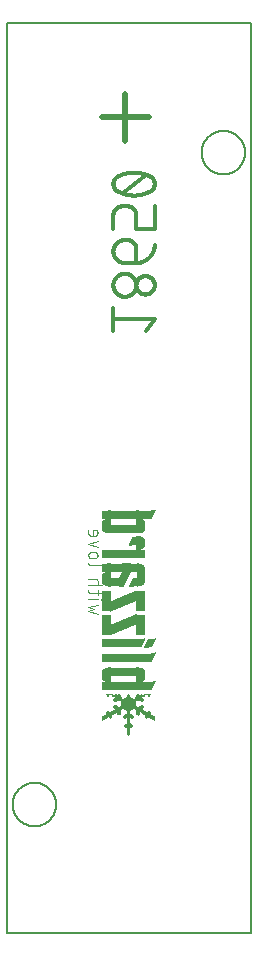
<source format=gbr>
G04 EAGLE Gerber RS-274X export*
G75*
%MOMM*%
%FSLAX34Y34*%
%LPD*%
%INSilkscreen Bottom*%
%IPPOS*%
%AMOC8*
5,1,8,0,0,1.08239X$1,22.5*%
G01*
%ADD10R,0.005331X0.720087*%
%ADD11R,0.005331X0.368044*%
%ADD12R,0.005331X0.725425*%
%ADD13R,0.005331X1.701544*%
%ADD14R,0.005331X0.458725*%
%ADD15R,0.005331X0.458719*%
%ADD16R,0.005331X0.512062*%
%ADD17R,0.005331X0.517400*%
%ADD18R,0.005331X0.277369*%
%ADD19R,0.005331X0.560069*%
%ADD20R,0.005331X0.602744*%
%ADD21R,0.005331X0.602738*%
%ADD22R,0.005331X0.277363*%
%ADD23R,0.005331X0.634744*%
%ADD24R,0.005331X0.666750*%
%ADD25R,0.005331X0.693419*%
%ADD26R,0.005331X0.272031*%
%ADD27R,0.005331X0.741425*%
%ADD28R,0.005331X0.768094*%
%ADD29R,0.005331X0.762763*%
%ADD30R,0.005331X0.784094*%
%ADD31R,0.005331X0.805431*%
%ADD32R,0.005331X0.800100*%
%ADD33R,0.005331X0.816100*%
%ADD34R,0.005331X0.821438*%
%ADD35R,0.005331X0.837438*%
%ADD36R,0.005331X0.853438*%
%ADD37R,0.005331X0.869438*%
%ADD38R,0.005331X0.885444*%
%ADD39R,0.005331X0.880106*%
%ADD40R,0.005331X0.896113*%
%ADD41R,0.005331X0.906781*%
%ADD42R,0.005331X0.912112*%
%ADD43R,0.005331X0.922781*%
%ADD44R,0.005331X0.933450*%
%ADD45R,0.005331X0.938781*%
%ADD46R,0.005331X0.949450*%
%ADD47R,0.005331X0.960119*%
%ADD48R,0.005331X0.970788*%
%ADD49R,0.005331X0.976119*%
%ADD50R,0.005331X0.981456*%
%ADD51R,0.005331X0.986788*%
%ADD52R,0.005331X0.992125*%
%ADD53R,0.005331X0.997456*%
%ADD54R,0.005331X1.008125*%
%ADD55R,0.005331X1.002794*%
%ADD56R,0.005331X1.018794*%
%ADD57R,0.005331X1.013456*%
%ADD58R,0.005331X1.024125*%
%ADD59R,0.005331X1.034794*%
%ADD60R,0.005331X1.040125*%
%ADD61R,0.005331X1.040131*%
%ADD62R,0.005331X1.045462*%
%ADD63R,0.005331X1.056131*%
%ADD64R,0.005331X1.061462*%
%ADD65R,0.005331X1.066800*%
%ADD66R,0.005331X1.077469*%
%ADD67R,0.005331X1.082800*%
%ADD68R,0.005331X1.088137*%
%ADD69R,0.005331X1.098800*%
%ADD70R,0.005331X1.093469*%
%ADD71R,0.005331X1.098806*%
%ADD72R,0.005331X1.109469*%
%ADD73R,0.005331X1.114806*%
%ADD74R,0.005331X1.120138*%
%ADD75R,0.005331X1.125475*%
%ADD76R,0.005331X1.130806*%
%ADD77R,0.005331X1.136138*%
%ADD78R,0.005331X1.141475*%
%ADD79R,0.005331X1.146806*%
%ADD80R,0.005331X1.152144*%
%ADD81R,0.005331X1.157475*%
%ADD82R,0.005331X1.162813*%
%ADD83R,0.005331X1.168144*%
%ADD84R,0.005331X1.173481*%
%ADD85R,0.005331X1.178813*%
%ADD86R,0.005331X1.184144*%
%ADD87R,0.005331X1.189481*%
%ADD88R,0.005331X1.920238*%
%ADD89R,0.005331X1.925575*%
%ADD90R,0.005331X0.144019*%
%ADD91R,0.005331X0.048000*%
%ADD92R,0.005331X0.149350*%
%ADD93R,0.005331X1.925569*%
%ADD94R,0.005331X0.154681*%
%ADD95R,0.005331X0.053338*%
%ADD96R,0.005331X1.930906*%
%ADD97R,0.005331X0.160019*%
%ADD98R,0.005331X0.165350*%
%ADD99R,0.005331X0.058669*%
%ADD100R,0.005331X0.176019*%
%ADD101R,0.005331X0.064006*%
%ADD102R,0.005331X0.181356*%
%ADD103R,0.005331X0.186688*%
%ADD104R,0.005331X0.069338*%
%ADD105R,0.005331X1.936238*%
%ADD106R,0.005331X0.192025*%
%ADD107R,0.005331X0.197356*%
%ADD108R,0.005331X0.074675*%
%ADD109R,0.005331X0.202694*%
%ADD110R,0.005331X0.208025*%
%ADD111R,0.005331X0.080006*%
%ADD112R,0.005331X0.218694*%
%ADD113R,0.005331X0.085344*%
%ADD114R,0.005331X0.224025*%
%ADD115R,0.005331X1.941575*%
%ADD116R,0.005331X0.229363*%
%ADD117R,0.005331X0.090675*%
%ADD118R,0.005331X0.234694*%
%ADD119R,0.005331X0.240031*%
%ADD120R,0.005331X0.096006*%
%ADD121R,0.005331X0.245363*%
%ADD122R,0.005331X0.101344*%
%ADD123R,0.005331X0.522731*%
%ADD124R,0.005331X0.528062*%
%ADD125R,0.005331X0.106675*%
%ADD126R,0.005331X0.112013*%
%ADD127R,0.005331X1.946906*%
%ADD128R,0.005331X0.506725*%
%ADD129R,0.005331X0.501394*%
%ADD130R,0.005331X0.496056*%
%ADD131R,0.005331X0.490725*%
%ADD132R,0.005331X0.480063*%
%ADD133R,0.005331X0.469394*%
%ADD134R,0.005331X0.464056*%
%ADD135R,0.005331X1.952244*%
%ADD136R,0.005331X0.453387*%
%ADD137R,0.005331X0.448056*%
%ADD138R,0.005331X0.437388*%
%ADD139R,0.005331X0.432050*%
%ADD140R,0.005331X0.426719*%
%ADD141R,0.005331X0.421381*%
%ADD142R,0.005331X0.037338*%
%ADD143R,0.005331X0.416050*%
%ADD144R,0.005331X0.528069*%
%ADD145R,0.005331X0.042669*%
%ADD146R,0.005331X0.032000*%
%ADD147R,0.005331X0.533400*%
%ADD148R,0.005331X0.026669*%
%ADD149R,0.005331X0.021331*%
%ADD150R,0.005331X0.016000*%
%ADD151R,0.005331X0.010663*%
%ADD152R,0.005331X0.005331*%
%ADD153R,0.005331X0.709419*%
%ADD154R,0.005331X0.778763*%
%ADD155R,0.005331X0.773425*%
%ADD156R,0.005331X0.773431*%
%ADD157R,0.005331X0.117344*%
%ADD158R,0.005331X0.122681*%
%ADD159R,0.005331X0.128013*%
%ADD160R,0.005331X0.133350*%
%ADD161R,0.005331X0.138681*%
%ADD162R,0.005331X0.144013*%
%ADD163R,0.005331X0.170688*%
%ADD164R,0.005331X0.202688*%
%ADD165R,0.005331X0.213356*%
%ADD166R,0.005331X0.181350*%
%ADD167R,0.005331X0.192019*%
%ADD168R,0.005331X0.240025*%
%ADD169R,0.005331X0.256031*%
%ADD170R,0.005331X0.261362*%
%ADD171R,0.005331X0.266700*%
%ADD172R,0.005331X0.229356*%
%ADD173R,0.005331X0.250694*%
%ADD174R,0.005331X0.549400*%
%ADD175R,0.005331X0.544063*%
%ADD176R,0.005331X0.538731*%
%ADD177R,0.005331X0.506731*%
%ADD178R,0.005331X0.496063*%
%ADD179R,0.005331X0.485394*%
%ADD180R,0.005331X0.474725*%
%ADD181R,0.005331X0.469388*%
%ADD182R,0.005331X0.442719*%
%ADD183R,0.005331X0.442725*%
%ADD184R,0.005331X0.432056*%
%ADD185R,0.005331X0.421388*%
%ADD186R,0.005331X0.410719*%
%ADD187R,0.005331X0.672081*%
%ADD188R,0.005331X0.448050*%
%ADD189R,0.005331X0.410713*%
%ADD190R,0.005331X0.661413*%
%ADD191R,0.005331X0.714756*%
%ADD192R,0.005331X0.736088*%
%ADD193R,0.005331X0.746756*%
%ADD194R,0.005331X0.757425*%
%ADD195R,0.005331X0.789431*%
%ADD196R,0.005331X0.810769*%
%ADD197R,0.005331X0.661419*%
%ADD198R,0.005331X0.821431*%
%ADD199R,0.005331X0.832100*%
%ADD200R,0.005331X0.842769*%
%ADD201R,0.005331X0.864106*%
%ADD202R,0.005331X0.874775*%
%ADD203R,0.005331X0.917444*%
%ADD204R,0.005331X0.928113*%
%ADD205R,0.005331X1.002787*%
%ADD206R,0.005331X1.072131*%
%ADD207R,0.005331X1.104137*%
%ADD208R,0.005331X1.200150*%
%ADD209R,0.005331X1.210819*%
%ADD210R,0.005331X0.901444*%
%ADD211R,0.005331X1.221481*%
%ADD212R,0.005331X0.890775*%
%ADD213R,0.005331X1.232150*%
%ADD214R,0.005331X0.858769*%
%ADD215R,0.005331X0.848106*%
%ADD216R,0.005331X0.826769*%
%ADD217R,0.005331X0.794763*%
%ADD218R,0.005331X0.154688*%
%ADD219R,0.005331X0.165356*%
%ADD220R,0.005331X1.914906*%
%ADD221R,0.005331X1.904238*%
%ADD222R,0.005331X1.893569*%
%ADD223R,0.005331X1.882900*%
%ADD224R,0.005331X1.872231*%
%ADD225R,0.005331X1.861563*%
%ADD226R,0.005331X1.850894*%
%ADD227R,0.005331X1.840231*%
%ADD228R,0.005331X1.829562*%
%ADD229R,0.005331X1.818894*%
%ADD230R,0.005331X1.808225*%
%ADD231R,0.005331X1.797556*%
%ADD232R,0.005331X1.786888*%
%ADD233R,0.005331X1.776219*%
%ADD234R,0.005331X1.765550*%
%ADD235R,0.005331X1.754888*%
%ADD236R,0.005331X1.744219*%
%ADD237R,0.005331X1.733550*%
%ADD238R,0.005331X1.722881*%
%ADD239R,0.005331X1.712213*%
%ADD240R,0.005331X1.690875*%
%ADD241R,0.005331X0.944113*%
%ADD242R,0.005331X1.680206*%
%ADD243R,0.005331X0.954781*%
%ADD244R,0.005331X1.669538*%
%ADD245R,0.005331X1.658875*%
%ADD246R,0.005331X0.282700*%
%ADD247R,0.005331X0.965450*%
%ADD248R,0.005331X1.648206*%
%ADD249R,0.005331X1.637538*%
%ADD250R,0.005331X1.626869*%
%ADD251R,0.005331X1.616200*%
%ADD252R,0.005331X1.605531*%
%ADD253R,0.005331X1.594863*%
%ADD254R,0.005331X1.584194*%
%ADD255R,0.005331X1.573531*%
%ADD256R,0.005331X1.562863*%
%ADD257R,0.005331X1.552194*%
%ADD258R,0.005331X1.029456*%
%ADD259R,0.005331X1.541525*%
%ADD260R,0.005331X1.530856*%
%ADD261R,0.005331X1.520188*%
%ADD262R,0.005331X1.509519*%
%ADD263R,0.005331X1.050794*%
%ADD264R,0.005331X1.498850*%
%ADD265R,0.005331X1.488187*%
%ADD266R,0.005331X1.477519*%
%ADD267R,0.005331X1.466850*%
%ADD268R,0.005331X1.456181*%
%ADD269R,0.005331X1.445512*%
%ADD270R,0.005331X1.434844*%
%ADD271R,0.005331X1.424175*%
%ADD272R,0.005331X1.413506*%
%ADD273R,0.005331X1.402837*%
%ADD274R,0.005331X1.392175*%
%ADD275R,0.005331X1.381506*%
%ADD276R,0.005331X1.125469*%
%ADD277R,0.005331X1.370838*%
%ADD278R,0.005331X1.360169*%
%ADD279R,0.005331X1.349500*%
%ADD280R,0.005331X1.338831*%
%ADD281R,0.005331X1.328163*%
%ADD282R,0.005331X1.317494*%
%ADD283R,0.005331X1.306831*%
%ADD284R,0.005331X1.296163*%
%ADD285R,0.005331X3.403088*%
%ADD286R,0.005331X1.285494*%
%ADD287R,0.005331X3.408425*%
%ADD288R,0.005331X1.274825*%
%ADD289R,0.005331X3.413756*%
%ADD290R,0.005331X1.264156*%
%ADD291R,0.005331X1.253488*%
%ADD292R,0.005331X3.419094*%
%ADD293R,0.005331X1.242819*%
%ADD294R,0.005331X3.424425*%
%ADD295R,0.005331X1.221488*%
%ADD296R,0.005331X3.429756*%
%ADD297R,0.005331X3.435094*%
%ADD298R,0.005331X3.440425*%
%ADD299R,0.005331X3.445763*%
%ADD300R,0.005331X3.451094*%
%ADD301R,0.005331X3.456431*%
%ADD302R,0.005331X3.461763*%
%ADD303R,0.005331X3.467100*%
%ADD304R,0.005331X3.472431*%
%ADD305R,0.005331X0.010669*%
%ADD306R,0.005331X0.048006*%
%ADD307R,0.005331X0.058675*%
%ADD308R,0.005331X0.096013*%
%ADD309R,0.005331X0.106681*%
%ADD310R,0.005331X0.288031*%
%ADD311R,0.005331X0.298700*%
%ADD312R,0.005331X0.309369*%
%ADD313R,0.005331X0.320038*%
%ADD314R,0.005331X0.330706*%
%ADD315R,0.005331X0.341375*%
%ADD316R,0.005331X0.352044*%
%ADD317R,0.005331X0.362712*%
%ADD318R,0.005331X0.373381*%
%ADD319R,0.005331X0.384044*%
%ADD320R,0.005331X0.336037*%
%ADD321R,0.005331X0.394713*%
%ADD322R,0.005331X0.346706*%
%ADD323R,0.005331X0.405381*%
%ADD324R,0.005331X0.357375*%
%ADD325R,0.005331X0.378713*%
%ADD326R,0.005331X0.389381*%
%ADD327R,0.005331X0.400050*%
%ADD328R,0.005331X0.480056*%
%ADD329R,0.005331X0.517394*%
%ADD330R,0.005331X0.570738*%
%ADD331R,0.005331X0.581406*%
%ADD332R,0.005331X0.592075*%
%ADD333R,0.005331X0.613406*%
%ADD334R,0.005331X0.624075*%
%ADD335R,0.005331X0.250700*%
%ADD336R,0.005331X0.645413*%
%ADD337R,0.005331X0.656081*%
%ADD338R,0.005331X0.677419*%
%ADD339R,0.005331X0.688081*%
%ADD340R,0.005331X0.698750*%
%ADD341R,0.005331X1.802894*%
%ADD342R,0.005331X1.792225*%
%ADD343R,0.005331X1.914900*%
%ADD344R,0.005331X1.909569*%
%ADD345R,0.005331X1.898906*%
%ADD346R,0.005331X1.781556*%
%ADD347R,0.005331X1.888238*%
%ADD348R,0.005331X1.877569*%
%ADD349R,0.005331X1.866900*%
%ADD350R,0.005331X1.770888*%
%ADD351R,0.005331X1.856231*%
%ADD352R,0.005331X1.845562*%
%ADD353R,0.005331X1.184150*%
%ADD354R,0.005331X1.840225*%
%ADD355R,0.005331X1.029462*%
%ADD356R,0.005331X1.834894*%
%ADD357R,0.005331X1.829556*%
%ADD358R,0.005331X1.824225*%
%ADD359R,0.005331X0.592069*%
%ADD360R,0.005331X1.813563*%
%ADD361R,0.005331X1.760219*%
%ADD362R,0.005331X1.749550*%
%ADD363R,0.005331X1.744213*%
%ADD364R,0.005331X0.954788*%
%ADD365R,0.005331X1.738881*%
%ADD366R,0.005331X1.728219*%
%ADD367R,0.005331X0.944119*%
%ADD368R,0.005331X1.717550*%
%ADD369R,0.005331X1.706881*%
%ADD370R,0.005331X1.696213*%
%ADD371R,0.005331X0.906775*%
%ADD372R,0.005331X1.674875*%
%ADD373R,0.005331X1.664206*%
%ADD374R,0.005331X1.653538*%
%ADD375R,0.005331X1.642869*%
%ADD376R,0.005331X1.632206*%
%ADD377R,0.005331X0.869444*%
%ADD378R,0.005331X1.621538*%
%ADD379R,0.005331X0.858775*%
%ADD380R,0.005331X1.610869*%
%ADD381R,0.005331X1.600200*%
%ADD382R,0.005331X1.589531*%
%ADD383R,0.005331X1.578863*%
%ADD384R,0.005331X1.568194*%
%ADD385R,0.005331X1.525525*%
%ADD386R,0.005331X1.514856*%
%ADD387R,0.005331X1.482850*%
%ADD388R,0.005331X0.730756*%
%ADD389R,0.005331X1.450850*%
%ADD390R,0.005331X0.698756*%
%ADD391R,0.005331X0.688088*%
%ADD392R,0.005331X1.397506*%
%ADD393R,0.005331X0.021338*%
%ADD394R,0.005331X1.376169*%
%ADD395R,0.005331X0.650744*%
%ADD396R,0.005331X0.032006*%
%ADD397R,0.005331X1.354838*%
%ADD398R,0.005331X0.640075*%
%ADD399R,0.005331X1.333500*%
%ADD400R,0.005331X0.618744*%
%ADD401R,0.005331X0.762756*%
%ADD402R,0.005331X1.312163*%
%ADD403R,0.005331X0.597406*%
%ADD404R,0.005331X1.280163*%
%ADD405R,0.005331X1.258825*%
%ADD406R,0.005331X1.226819*%
%ADD407R,0.005331X1.194819*%
%ADD408R,0.005331X0.640081*%
%ADD409R,0.005331X0.608075*%
%ADD410R,0.005331X0.117350*%
%ADD411R,0.005331X1.114800*%
%ADD412R,0.005331X0.128019*%
%ADD413R,0.005331X0.384050*%
%ADD414R,0.005331X0.917450*%
%ADD415R,0.005331X0.213363*%
%ADD416R,0.005331X0.288038*%
%ADD417R,0.005331X0.298706*%
%ADD418R,0.005331X0.613413*%
%ADD419R,0.005331X0.704088*%
%ADD420R,0.005331X0.682750*%
%ADD421R,0.005331X0.677413*%
%ADD422R,0.005331X0.629413*%
%ADD423R,0.005331X0.586738*%
%ADD424R,0.005331X0.581400*%
%ADD425R,0.005331X0.576069*%
%ADD426R,0.005331X0.565400*%
%ADD427R,0.005331X0.554731*%
%ADD428R,0.005331X0.544069*%
%ADD429R,0.005331X0.373375*%
%ADD430R,0.005331X0.362706*%
%ADD431C,0.101600*%
%ADD432C,0.304800*%
%ADD433C,0.508000*%
%ADD434C,0.127000*%


D10*
X88000Y214085D03*
D11*
X88000Y223366D03*
D12*
X88000Y238328D03*
D10*
X88000Y250303D03*
D13*
X88000Y266252D03*
X88000Y286148D03*
D11*
X88000Y305083D03*
D12*
X88000Y314391D03*
D10*
X88000Y326366D03*
D11*
X88000Y349836D03*
D10*
X88000Y359117D03*
X88053Y214085D03*
D14*
X88053Y223446D03*
D12*
X88053Y238328D03*
D10*
X88053Y250303D03*
D13*
X88053Y266252D03*
X88053Y286148D03*
D14*
X88053Y305003D03*
D12*
X88053Y314391D03*
D10*
X88053Y326366D03*
D15*
X88053Y349756D03*
D10*
X88053Y359117D03*
X88107Y214085D03*
D16*
X88107Y223500D03*
D12*
X88107Y238328D03*
D10*
X88107Y250303D03*
D13*
X88107Y266252D03*
X88107Y286148D03*
D17*
X88107Y304977D03*
D12*
X88107Y314391D03*
D10*
X88107Y326366D03*
D16*
X88107Y349702D03*
D10*
X88107Y359117D03*
D18*
X88160Y186589D03*
D10*
X88160Y214085D03*
D19*
X88160Y223526D03*
D12*
X88160Y238328D03*
D10*
X88160Y250303D03*
D13*
X88160Y266252D03*
X88160Y286148D03*
D19*
X88160Y304923D03*
D12*
X88160Y314391D03*
D10*
X88160Y326366D03*
D19*
X88160Y349676D03*
D10*
X88160Y359117D03*
D18*
X88213Y186589D03*
D10*
X88213Y214085D03*
D20*
X88213Y223580D03*
D12*
X88213Y238328D03*
D10*
X88213Y250303D03*
D13*
X88213Y266252D03*
X88213Y286148D03*
D20*
X88213Y304923D03*
D12*
X88213Y314391D03*
D10*
X88213Y326366D03*
D21*
X88213Y349622D03*
D10*
X88213Y359117D03*
D22*
X88267Y186642D03*
D10*
X88267Y214085D03*
D23*
X88267Y223580D03*
D12*
X88267Y238328D03*
D10*
X88267Y250303D03*
D13*
X88267Y266252D03*
X88267Y286148D03*
D23*
X88267Y304870D03*
D12*
X88267Y314391D03*
D10*
X88267Y326366D03*
D23*
X88267Y349622D03*
D10*
X88267Y359117D03*
D22*
X88320Y186642D03*
D10*
X88320Y214085D03*
D24*
X88320Y223580D03*
D12*
X88320Y238328D03*
D10*
X88320Y250303D03*
D13*
X88320Y266252D03*
X88320Y286148D03*
D24*
X88320Y304870D03*
D12*
X88320Y314391D03*
D10*
X88320Y326366D03*
D24*
X88320Y349622D03*
D10*
X88320Y359117D03*
D22*
X88373Y186695D03*
D10*
X88373Y214085D03*
D25*
X88373Y223606D03*
D12*
X88373Y238328D03*
D10*
X88373Y250303D03*
D13*
X88373Y266252D03*
X88373Y286148D03*
D25*
X88373Y304843D03*
D12*
X88373Y314391D03*
D10*
X88373Y326366D03*
D25*
X88373Y349596D03*
D10*
X88373Y359117D03*
D26*
X88427Y186722D03*
D10*
X88427Y214085D03*
X88427Y223633D03*
D12*
X88427Y238328D03*
D10*
X88427Y250303D03*
D13*
X88427Y266252D03*
X88427Y286148D03*
D10*
X88427Y304817D03*
D12*
X88427Y314391D03*
D10*
X88427Y326366D03*
X88427Y349569D03*
X88427Y359117D03*
D18*
X88480Y186749D03*
D10*
X88480Y214085D03*
D27*
X88480Y223633D03*
D12*
X88480Y238328D03*
D10*
X88480Y250303D03*
D13*
X88480Y266252D03*
X88480Y286148D03*
D27*
X88480Y304817D03*
D12*
X88480Y314391D03*
D10*
X88480Y326366D03*
D27*
X88480Y349569D03*
D10*
X88480Y359117D03*
D18*
X88533Y186802D03*
D10*
X88533Y214085D03*
D28*
X88533Y223660D03*
D12*
X88533Y238328D03*
D10*
X88533Y250303D03*
D13*
X88533Y266252D03*
X88533Y286148D03*
D29*
X88533Y304817D03*
D12*
X88533Y314391D03*
D10*
X88533Y326366D03*
D28*
X88533Y349542D03*
D10*
X88533Y359117D03*
D18*
X88587Y186802D03*
D10*
X88587Y214085D03*
D30*
X88587Y223686D03*
D12*
X88587Y238328D03*
D10*
X88587Y250303D03*
D13*
X88587Y266252D03*
X88587Y286148D03*
D30*
X88587Y304817D03*
D12*
X88587Y314391D03*
D10*
X88587Y326366D03*
D30*
X88587Y349516D03*
D10*
X88587Y359117D03*
D18*
X88640Y186855D03*
D10*
X88640Y214085D03*
D31*
X88640Y223686D03*
D12*
X88640Y238328D03*
D10*
X88640Y250303D03*
D13*
X88640Y266252D03*
X88640Y286148D03*
D32*
X88640Y304790D03*
D12*
X88640Y314391D03*
D10*
X88640Y326366D03*
D31*
X88640Y349516D03*
D10*
X88640Y359117D03*
D26*
X88693Y186882D03*
D10*
X88693Y214085D03*
D33*
X88693Y223686D03*
D12*
X88693Y238328D03*
D10*
X88693Y250303D03*
D13*
X88693Y266252D03*
X88693Y286148D03*
D34*
X88693Y304790D03*
D12*
X88693Y314391D03*
D10*
X88693Y326366D03*
D34*
X88693Y349542D03*
D10*
X88693Y359117D03*
D18*
X88747Y186909D03*
D10*
X88747Y214085D03*
D35*
X88747Y223686D03*
D12*
X88747Y238328D03*
D10*
X88747Y250303D03*
D13*
X88747Y266252D03*
X88747Y286148D03*
D35*
X88747Y304763D03*
D12*
X88747Y314391D03*
D10*
X88747Y326366D03*
D35*
X88747Y349516D03*
D10*
X88747Y359117D03*
D18*
X88800Y186962D03*
D10*
X88800Y214085D03*
D36*
X88800Y223713D03*
D12*
X88800Y238328D03*
D10*
X88800Y250303D03*
D13*
X88800Y266252D03*
X88800Y286148D03*
D36*
X88800Y304790D03*
D12*
X88800Y314391D03*
D10*
X88800Y326366D03*
D36*
X88800Y349489D03*
D10*
X88800Y359117D03*
D18*
X88853Y186962D03*
D10*
X88853Y214085D03*
D37*
X88853Y223686D03*
D12*
X88853Y238328D03*
D10*
X88853Y250303D03*
D13*
X88853Y266252D03*
X88853Y286148D03*
D37*
X88853Y304763D03*
D12*
X88853Y314391D03*
D10*
X88853Y326366D03*
D37*
X88853Y349516D03*
D10*
X88853Y359117D03*
D18*
X88907Y187015D03*
D10*
X88907Y214085D03*
D38*
X88907Y223713D03*
D12*
X88907Y238328D03*
D10*
X88907Y250303D03*
D13*
X88907Y266252D03*
X88907Y286148D03*
D39*
X88907Y304763D03*
D12*
X88907Y314391D03*
D10*
X88907Y326366D03*
D38*
X88907Y349489D03*
D10*
X88907Y359117D03*
D18*
X88960Y187015D03*
D10*
X88960Y214085D03*
D40*
X88960Y223713D03*
D12*
X88960Y238328D03*
D10*
X88960Y250303D03*
D13*
X88960Y266252D03*
X88960Y286148D03*
D40*
X88960Y304737D03*
D12*
X88960Y314391D03*
D10*
X88960Y326366D03*
D40*
X88960Y349489D03*
D10*
X88960Y359117D03*
D22*
X89013Y187069D03*
D10*
X89013Y214085D03*
D41*
X89013Y223713D03*
D12*
X89013Y238328D03*
D10*
X89013Y250303D03*
D13*
X89013Y266252D03*
X89013Y286148D03*
D42*
X89013Y304763D03*
D12*
X89013Y314391D03*
D10*
X89013Y326366D03*
D41*
X89013Y349489D03*
D10*
X89013Y359117D03*
D26*
X89067Y187095D03*
D10*
X89067Y214085D03*
D43*
X89067Y223740D03*
D12*
X89067Y238328D03*
D10*
X89067Y250303D03*
D13*
X89067Y266252D03*
X89067Y286148D03*
D43*
X89067Y304763D03*
D12*
X89067Y314391D03*
D10*
X89067Y326366D03*
D43*
X89067Y349462D03*
D10*
X89067Y359117D03*
D22*
X89120Y187122D03*
D10*
X89120Y214085D03*
D44*
X89120Y223740D03*
D12*
X89120Y238328D03*
D10*
X89120Y250303D03*
D13*
X89120Y266252D03*
X89120Y286148D03*
D44*
X89120Y304763D03*
D12*
X89120Y314391D03*
D10*
X89120Y326366D03*
D45*
X89120Y349489D03*
D10*
X89120Y359117D03*
D18*
X89173Y187175D03*
D10*
X89173Y214085D03*
D46*
X89173Y223713D03*
D12*
X89173Y238328D03*
D10*
X89173Y250303D03*
D13*
X89173Y266252D03*
X89173Y286148D03*
D46*
X89173Y304737D03*
D12*
X89173Y314391D03*
D10*
X89173Y326366D03*
D46*
X89173Y349489D03*
D10*
X89173Y359117D03*
D18*
X89227Y187175D03*
D10*
X89227Y214085D03*
D47*
X89227Y223713D03*
D12*
X89227Y238328D03*
D10*
X89227Y250303D03*
D13*
X89227Y266252D03*
X89227Y286148D03*
D47*
X89227Y304737D03*
D12*
X89227Y314391D03*
D10*
X89227Y326366D03*
D47*
X89227Y349489D03*
D10*
X89227Y359117D03*
D18*
X89280Y187229D03*
D10*
X89280Y214085D03*
D48*
X89280Y223713D03*
D12*
X89280Y238328D03*
D10*
X89280Y250303D03*
D13*
X89280Y266252D03*
X89280Y286148D03*
D48*
X89280Y304737D03*
D12*
X89280Y314391D03*
D10*
X89280Y326366D03*
D48*
X89280Y349489D03*
D10*
X89280Y359117D03*
D18*
X89334Y187229D03*
D10*
X89334Y214085D03*
D49*
X89334Y223740D03*
D12*
X89334Y238328D03*
D10*
X89334Y250303D03*
D13*
X89334Y266252D03*
X89334Y286148D03*
D50*
X89334Y304737D03*
D12*
X89334Y314391D03*
D10*
X89334Y326366D03*
D50*
X89334Y349489D03*
D10*
X89334Y359117D03*
D18*
X89387Y187282D03*
D10*
X89387Y214085D03*
D51*
X89387Y223740D03*
D12*
X89387Y238328D03*
D10*
X89387Y250303D03*
D13*
X89387Y266252D03*
X89387Y286148D03*
D52*
X89387Y304737D03*
D12*
X89387Y314391D03*
D10*
X89387Y326366D03*
D51*
X89387Y349462D03*
D10*
X89387Y359117D03*
D26*
X89440Y187309D03*
D10*
X89440Y214085D03*
D53*
X89440Y223740D03*
D12*
X89440Y238328D03*
D10*
X89440Y250303D03*
D13*
X89440Y266252D03*
X89440Y286148D03*
D53*
X89440Y304763D03*
D12*
X89440Y314391D03*
D10*
X89440Y326366D03*
D53*
X89440Y349462D03*
D10*
X89440Y359117D03*
D18*
X89494Y187335D03*
D10*
X89494Y214085D03*
D54*
X89494Y223740D03*
D12*
X89494Y238328D03*
D10*
X89494Y250303D03*
D13*
X89494Y266252D03*
X89494Y286148D03*
D55*
X89494Y304737D03*
D12*
X89494Y314391D03*
D10*
X89494Y326366D03*
D54*
X89494Y349462D03*
D10*
X89494Y359117D03*
D18*
X89547Y187389D03*
D10*
X89547Y214085D03*
D56*
X89547Y223740D03*
D12*
X89547Y238328D03*
D10*
X89547Y250303D03*
D13*
X89547Y266252D03*
X89547Y286148D03*
D57*
X89547Y304737D03*
D12*
X89547Y314391D03*
D10*
X89547Y326366D03*
D57*
X89547Y349489D03*
D10*
X89547Y359117D03*
D18*
X89600Y187389D03*
D10*
X89600Y214085D03*
D58*
X89600Y223713D03*
D12*
X89600Y238328D03*
D10*
X89600Y250303D03*
D13*
X89600Y266252D03*
X89600Y286148D03*
D58*
X89600Y304737D03*
D12*
X89600Y314391D03*
D10*
X89600Y326366D03*
D58*
X89600Y349489D03*
D10*
X89600Y359117D03*
D18*
X89654Y187442D03*
D10*
X89654Y214085D03*
D59*
X89654Y223713D03*
D12*
X89654Y238328D03*
D10*
X89654Y250303D03*
D13*
X89654Y266252D03*
X89654Y286148D03*
D59*
X89654Y304737D03*
D12*
X89654Y314391D03*
D10*
X89654Y326366D03*
D59*
X89654Y349489D03*
D10*
X89654Y359117D03*
D18*
X89707Y187442D03*
D10*
X89707Y214085D03*
D60*
X89707Y223740D03*
D12*
X89707Y238328D03*
D10*
X89707Y250303D03*
D13*
X89707Y266252D03*
X89707Y286148D03*
D60*
X89707Y304763D03*
D12*
X89707Y314391D03*
D10*
X89707Y326366D03*
D61*
X89707Y349462D03*
D10*
X89707Y359117D03*
D18*
X89760Y187495D03*
D10*
X89760Y214085D03*
D62*
X89760Y223713D03*
D12*
X89760Y238328D03*
D10*
X89760Y250303D03*
D13*
X89760Y266252D03*
X89760Y286148D03*
D62*
X89760Y304737D03*
D12*
X89760Y314391D03*
D10*
X89760Y326366D03*
D62*
X89760Y349489D03*
D10*
X89760Y359117D03*
D22*
X89814Y187549D03*
D10*
X89814Y214085D03*
D63*
X89814Y223713D03*
D12*
X89814Y238328D03*
D10*
X89814Y250303D03*
D13*
X89814Y266252D03*
X89814Y286148D03*
D63*
X89814Y304737D03*
D12*
X89814Y314391D03*
D10*
X89814Y326366D03*
D63*
X89814Y349489D03*
D10*
X89814Y359117D03*
D22*
X89867Y187549D03*
D10*
X89867Y214085D03*
D64*
X89867Y223740D03*
D12*
X89867Y238328D03*
D10*
X89867Y250303D03*
D13*
X89867Y266252D03*
X89867Y286148D03*
D65*
X89867Y304737D03*
D12*
X89867Y314391D03*
D10*
X89867Y326366D03*
D65*
X89867Y349489D03*
D10*
X89867Y359117D03*
D22*
X89920Y187602D03*
D10*
X89920Y214085D03*
D65*
X89920Y223713D03*
D12*
X89920Y238328D03*
D10*
X89920Y250303D03*
D13*
X89920Y266252D03*
X89920Y286148D03*
D65*
X89920Y304737D03*
D12*
X89920Y314391D03*
D10*
X89920Y326366D03*
D65*
X89920Y349489D03*
D10*
X89920Y359117D03*
D22*
X89974Y187602D03*
D10*
X89974Y214085D03*
D66*
X89974Y223713D03*
D12*
X89974Y238328D03*
D10*
X89974Y250303D03*
D13*
X89974Y266252D03*
X89974Y286148D03*
D66*
X89974Y304737D03*
D12*
X89974Y314391D03*
D10*
X89974Y326366D03*
D66*
X89974Y349489D03*
D10*
X89974Y359117D03*
D18*
X90027Y187655D03*
D10*
X90027Y214085D03*
D67*
X90027Y223740D03*
D12*
X90027Y238328D03*
D10*
X90027Y250303D03*
D13*
X90027Y266252D03*
X90027Y286148D03*
D67*
X90027Y304763D03*
D12*
X90027Y314391D03*
D10*
X90027Y326366D03*
D67*
X90027Y349462D03*
D10*
X90027Y359117D03*
D26*
X90080Y187682D03*
D10*
X90080Y214085D03*
D68*
X90080Y223713D03*
D12*
X90080Y238328D03*
D10*
X90080Y250303D03*
D13*
X90080Y266252D03*
X90080Y286148D03*
D68*
X90080Y304737D03*
D12*
X90080Y314391D03*
D10*
X90080Y326366D03*
D68*
X90080Y349489D03*
D10*
X90080Y359117D03*
D18*
X90134Y187709D03*
D10*
X90134Y214085D03*
D69*
X90134Y223713D03*
D12*
X90134Y238328D03*
D10*
X90134Y250303D03*
D13*
X90134Y266252D03*
X90134Y286148D03*
D70*
X90134Y304763D03*
D12*
X90134Y314391D03*
D10*
X90134Y326366D03*
D69*
X90134Y349489D03*
D10*
X90134Y359117D03*
D18*
X90187Y187762D03*
D10*
X90187Y214085D03*
D69*
X90187Y223713D03*
D12*
X90187Y238328D03*
D10*
X90187Y250303D03*
D13*
X90187Y266252D03*
X90187Y286148D03*
D71*
X90187Y304737D03*
D12*
X90187Y314391D03*
D10*
X90187Y326366D03*
D69*
X90187Y349489D03*
D10*
X90187Y359117D03*
D18*
X90240Y187762D03*
D10*
X90240Y214085D03*
D72*
X90240Y223713D03*
D12*
X90240Y238328D03*
D10*
X90240Y250303D03*
D13*
X90240Y266252D03*
X90240Y286148D03*
D72*
X90240Y304737D03*
D12*
X90240Y314391D03*
D10*
X90240Y326366D03*
D72*
X90240Y349489D03*
D10*
X90240Y359117D03*
D18*
X90294Y187815D03*
D10*
X90294Y214085D03*
D72*
X90294Y223713D03*
D12*
X90294Y238328D03*
D10*
X90294Y250303D03*
D13*
X90294Y266252D03*
X90294Y286148D03*
D73*
X90294Y304763D03*
D12*
X90294Y314391D03*
D10*
X90294Y326366D03*
D72*
X90294Y349489D03*
D10*
X90294Y359117D03*
D18*
X90347Y187815D03*
D10*
X90347Y214085D03*
D74*
X90347Y223713D03*
D12*
X90347Y238328D03*
D10*
X90347Y250303D03*
D13*
X90347Y266252D03*
X90347Y286148D03*
D74*
X90347Y304737D03*
D12*
X90347Y314391D03*
D10*
X90347Y326366D03*
D74*
X90347Y349489D03*
D10*
X90347Y359117D03*
D18*
X90400Y187869D03*
D10*
X90400Y214085D03*
D74*
X90400Y223713D03*
D12*
X90400Y238328D03*
D10*
X90400Y250303D03*
D13*
X90400Y266252D03*
X90400Y286148D03*
D75*
X90400Y304763D03*
D12*
X90400Y314391D03*
D10*
X90400Y326366D03*
D74*
X90400Y349489D03*
D10*
X90400Y359117D03*
D26*
X90454Y187895D03*
D10*
X90454Y214085D03*
D76*
X90454Y223713D03*
D12*
X90454Y238328D03*
D10*
X90454Y250303D03*
D13*
X90454Y266252D03*
X90454Y286148D03*
D75*
X90454Y304763D03*
D12*
X90454Y314391D03*
D10*
X90454Y326366D03*
D76*
X90454Y349489D03*
D10*
X90454Y359117D03*
D18*
X90507Y187922D03*
D10*
X90507Y214085D03*
D76*
X90507Y223713D03*
D12*
X90507Y238328D03*
D10*
X90507Y250303D03*
D13*
X90507Y266252D03*
X90507Y286148D03*
D77*
X90507Y304763D03*
D12*
X90507Y314391D03*
D10*
X90507Y326366D03*
D76*
X90507Y349489D03*
D10*
X90507Y359117D03*
D22*
X90560Y187975D03*
D10*
X90560Y214085D03*
D78*
X90560Y223713D03*
D12*
X90560Y238328D03*
D10*
X90560Y250303D03*
D13*
X90560Y266252D03*
X90560Y286148D03*
D77*
X90560Y304763D03*
D12*
X90560Y314391D03*
D10*
X90560Y326366D03*
D78*
X90560Y349489D03*
D10*
X90560Y359117D03*
D22*
X90614Y187975D03*
D10*
X90614Y214085D03*
D78*
X90614Y223713D03*
D12*
X90614Y238328D03*
D10*
X90614Y250303D03*
D13*
X90614Y266252D03*
X90614Y286148D03*
D79*
X90614Y304763D03*
D12*
X90614Y314391D03*
D10*
X90614Y326366D03*
D78*
X90614Y349489D03*
D10*
X90614Y359117D03*
D22*
X90667Y188029D03*
D10*
X90667Y214085D03*
D79*
X90667Y223686D03*
D12*
X90667Y238328D03*
D10*
X90667Y250303D03*
D13*
X90667Y266252D03*
X90667Y286148D03*
D79*
X90667Y304763D03*
D12*
X90667Y314391D03*
D10*
X90667Y326366D03*
D79*
X90667Y349516D03*
D10*
X90667Y359117D03*
D22*
X90720Y188029D03*
D10*
X90720Y214085D03*
D80*
X90720Y223713D03*
D12*
X90720Y238328D03*
D10*
X90720Y250303D03*
D13*
X90720Y266252D03*
X90720Y286148D03*
D79*
X90720Y304763D03*
D12*
X90720Y314391D03*
D10*
X90720Y326366D03*
D80*
X90720Y349489D03*
D10*
X90720Y359117D03*
D18*
X90774Y188082D03*
D10*
X90774Y214085D03*
D81*
X90774Y223686D03*
D12*
X90774Y238328D03*
D10*
X90774Y250303D03*
D13*
X90774Y266252D03*
X90774Y286148D03*
D81*
X90774Y304763D03*
D12*
X90774Y314391D03*
D10*
X90774Y326366D03*
D81*
X90774Y349516D03*
D10*
X90774Y359117D03*
D26*
X90827Y188109D03*
D10*
X90827Y214085D03*
D82*
X90827Y223713D03*
D12*
X90827Y238328D03*
D10*
X90827Y250303D03*
D13*
X90827Y266252D03*
X90827Y286148D03*
D81*
X90827Y304763D03*
D12*
X90827Y314391D03*
D10*
X90827Y326366D03*
D81*
X90827Y349516D03*
D10*
X90827Y359117D03*
D18*
X90880Y188135D03*
D10*
X90880Y214085D03*
D82*
X90880Y223713D03*
D12*
X90880Y238328D03*
D10*
X90880Y250303D03*
D13*
X90880Y266252D03*
X90880Y286148D03*
D83*
X90880Y304763D03*
D12*
X90880Y314391D03*
D10*
X90880Y326366D03*
D83*
X90880Y349516D03*
D10*
X90880Y359117D03*
D18*
X90934Y188189D03*
D10*
X90934Y214085D03*
D83*
X90934Y223686D03*
D12*
X90934Y238328D03*
D10*
X90934Y250303D03*
D13*
X90934Y266252D03*
X90934Y286148D03*
D83*
X90934Y304763D03*
D12*
X90934Y314391D03*
D10*
X90934Y326366D03*
D83*
X90934Y349516D03*
D10*
X90934Y359117D03*
D18*
X90987Y188189D03*
D10*
X90987Y214085D03*
D84*
X90987Y223713D03*
D12*
X90987Y238328D03*
D10*
X90987Y250303D03*
D13*
X90987Y266252D03*
X90987Y286148D03*
D84*
X90987Y304790D03*
D12*
X90987Y314391D03*
D10*
X90987Y326366D03*
D83*
X90987Y349516D03*
D10*
X90987Y359117D03*
D18*
X91040Y188242D03*
D10*
X91040Y214085D03*
D85*
X91040Y223686D03*
D12*
X91040Y238328D03*
D10*
X91040Y250303D03*
D13*
X91040Y266252D03*
X91040Y286148D03*
D85*
X91040Y304763D03*
D12*
X91040Y314391D03*
D10*
X91040Y326366D03*
D85*
X91040Y349516D03*
D10*
X91040Y359117D03*
D26*
X91094Y188269D03*
D10*
X91094Y214085D03*
D85*
X91094Y223686D03*
D12*
X91094Y238328D03*
D10*
X91094Y250303D03*
D13*
X91094Y266252D03*
X91094Y286148D03*
D85*
X91094Y304763D03*
D12*
X91094Y314391D03*
D10*
X91094Y326366D03*
D85*
X91094Y349516D03*
D10*
X91094Y359117D03*
D18*
X91147Y188295D03*
D10*
X91147Y214085D03*
D85*
X91147Y223686D03*
D12*
X91147Y238328D03*
D10*
X91147Y250303D03*
D13*
X91147Y266252D03*
X91147Y286148D03*
D86*
X91147Y304790D03*
D12*
X91147Y314391D03*
D10*
X91147Y326366D03*
D85*
X91147Y349516D03*
D10*
X91147Y359117D03*
D18*
X91200Y188349D03*
D10*
X91200Y214085D03*
D87*
X91200Y223686D03*
D12*
X91200Y238328D03*
D10*
X91200Y250303D03*
D13*
X91200Y266252D03*
X91200Y286148D03*
D86*
X91200Y304790D03*
D12*
X91200Y314391D03*
D10*
X91200Y326366D03*
D87*
X91200Y349516D03*
D10*
X91200Y359117D03*
D18*
X91254Y188349D03*
D10*
X91254Y214085D03*
D87*
X91254Y223686D03*
D12*
X91254Y238328D03*
D10*
X91254Y250303D03*
D13*
X91254Y266252D03*
X91254Y286148D03*
D87*
X91254Y304763D03*
D12*
X91254Y314391D03*
D10*
X91254Y326366D03*
D87*
X91254Y349516D03*
D10*
X91254Y359117D03*
D22*
X91307Y188402D03*
D10*
X91307Y214085D03*
D87*
X91307Y223686D03*
D12*
X91307Y238328D03*
D10*
X91307Y250303D03*
D13*
X91307Y266252D03*
X91307Y286148D03*
D88*
X91307Y308417D03*
D10*
X91307Y326366D03*
D87*
X91307Y349516D03*
D10*
X91307Y359117D03*
D22*
X91360Y188402D03*
D88*
X91360Y220086D03*
D12*
X91360Y238328D03*
D10*
X91360Y250303D03*
D13*
X91360Y266252D03*
X91360Y286148D03*
D88*
X91360Y308417D03*
D10*
X91360Y326366D03*
D88*
X91360Y353116D03*
D22*
X91414Y188455D03*
D88*
X91414Y220086D03*
D12*
X91414Y238328D03*
D10*
X91414Y250303D03*
D13*
X91414Y266252D03*
X91414Y286148D03*
D89*
X91414Y308390D03*
D10*
X91414Y326366D03*
D88*
X91414Y353116D03*
D26*
X91467Y188482D03*
D88*
X91467Y220086D03*
D12*
X91467Y238328D03*
D10*
X91467Y250303D03*
D13*
X91467Y266252D03*
X91467Y286148D03*
D89*
X91467Y308390D03*
D10*
X91467Y326366D03*
D88*
X91467Y353116D03*
D18*
X91520Y188509D03*
D90*
X91520Y191682D03*
D91*
X91520Y206458D03*
D88*
X91520Y220086D03*
D12*
X91520Y238328D03*
D10*
X91520Y250303D03*
D13*
X91520Y266252D03*
X91520Y286148D03*
D89*
X91520Y308390D03*
D10*
X91520Y326366D03*
D88*
X91520Y353116D03*
D18*
X91574Y188562D03*
D92*
X91574Y191709D03*
D91*
X91574Y206458D03*
D89*
X91574Y220113D03*
D12*
X91574Y238328D03*
D10*
X91574Y250303D03*
D13*
X91574Y266252D03*
X91574Y286148D03*
D89*
X91574Y308390D03*
D10*
X91574Y326366D03*
D93*
X91574Y353089D03*
D18*
X91627Y188562D03*
D94*
X91627Y191682D03*
D95*
X91627Y206431D03*
D89*
X91627Y220113D03*
D12*
X91627Y238328D03*
D10*
X91627Y250303D03*
D13*
X91627Y266252D03*
X91627Y286148D03*
D96*
X91627Y308364D03*
D10*
X91627Y326366D03*
D93*
X91627Y353089D03*
D18*
X91680Y188615D03*
D97*
X91680Y191709D03*
D95*
X91680Y206431D03*
D89*
X91680Y220113D03*
D12*
X91680Y238328D03*
D10*
X91680Y250303D03*
D13*
X91680Y266252D03*
X91680Y286148D03*
D96*
X91680Y308364D03*
D10*
X91680Y326366D03*
D93*
X91680Y353089D03*
D18*
X91734Y188615D03*
D98*
X91734Y191682D03*
D99*
X91734Y206404D03*
D89*
X91734Y220113D03*
D12*
X91734Y238328D03*
D10*
X91734Y250303D03*
D13*
X91734Y266252D03*
X91734Y286148D03*
D96*
X91734Y308364D03*
D10*
X91734Y326366D03*
D93*
X91734Y353089D03*
D18*
X91787Y188669D03*
D100*
X91787Y191682D03*
D101*
X91787Y206378D03*
D89*
X91787Y220113D03*
D12*
X91787Y238328D03*
D10*
X91787Y250303D03*
D13*
X91787Y266252D03*
X91787Y286148D03*
D96*
X91787Y308364D03*
D10*
X91787Y326366D03*
D93*
X91787Y353089D03*
D26*
X91840Y188695D03*
D102*
X91840Y191709D03*
D101*
X91840Y206378D03*
D96*
X91840Y220139D03*
D12*
X91840Y238328D03*
D10*
X91840Y250303D03*
D13*
X91840Y266252D03*
X91840Y286148D03*
D96*
X91840Y308364D03*
D10*
X91840Y326366D03*
D96*
X91840Y353063D03*
D18*
X91894Y188722D03*
D103*
X91894Y191682D03*
D104*
X91894Y206351D03*
D96*
X91894Y220139D03*
D12*
X91894Y238328D03*
D10*
X91894Y250303D03*
D13*
X91894Y266252D03*
X91894Y286148D03*
D105*
X91894Y308337D03*
D10*
X91894Y326366D03*
D96*
X91894Y353063D03*
D18*
X91947Y188775D03*
D106*
X91947Y191709D03*
D104*
X91947Y206351D03*
D96*
X91947Y220139D03*
D12*
X91947Y238328D03*
D10*
X91947Y250303D03*
D13*
X91947Y266252D03*
X91947Y286148D03*
D105*
X91947Y308337D03*
D10*
X91947Y326366D03*
D96*
X91947Y353063D03*
D18*
X92001Y188775D03*
D107*
X92001Y191682D03*
D108*
X92001Y206324D03*
D96*
X92001Y220139D03*
D12*
X92001Y238328D03*
D10*
X92001Y250303D03*
D13*
X92001Y266252D03*
X92001Y286148D03*
D105*
X92001Y308337D03*
D10*
X92001Y326366D03*
D96*
X92001Y353063D03*
D18*
X92054Y188829D03*
D109*
X92054Y191709D03*
D108*
X92054Y206324D03*
D96*
X92054Y220139D03*
D12*
X92054Y238328D03*
D10*
X92054Y250303D03*
D13*
X92054Y266252D03*
X92054Y286148D03*
D105*
X92054Y308337D03*
D10*
X92054Y326366D03*
D96*
X92054Y353063D03*
D18*
X92107Y188829D03*
D110*
X92107Y191682D03*
D111*
X92107Y206298D03*
D105*
X92107Y220166D03*
D12*
X92107Y238328D03*
D10*
X92107Y250303D03*
D13*
X92107Y266252D03*
X92107Y286148D03*
D105*
X92107Y308337D03*
D10*
X92107Y326366D03*
D96*
X92107Y353063D03*
D22*
X92161Y188882D03*
D112*
X92161Y191682D03*
D113*
X92161Y206271D03*
D105*
X92161Y220166D03*
D12*
X92161Y238328D03*
D10*
X92161Y250303D03*
D13*
X92161Y266252D03*
X92161Y286148D03*
D105*
X92161Y308337D03*
D10*
X92161Y326366D03*
D105*
X92161Y353036D03*
D22*
X92214Y188935D03*
D114*
X92214Y191709D03*
D113*
X92214Y206271D03*
D105*
X92214Y220166D03*
D12*
X92214Y238328D03*
D10*
X92214Y250303D03*
D13*
X92214Y266252D03*
X92214Y286148D03*
D115*
X92214Y308310D03*
D10*
X92214Y326366D03*
D105*
X92214Y353036D03*
D22*
X92267Y188935D03*
D116*
X92267Y191682D03*
D117*
X92267Y206244D03*
D105*
X92267Y220166D03*
D12*
X92267Y238328D03*
D10*
X92267Y250303D03*
D13*
X92267Y266252D03*
X92267Y286148D03*
D115*
X92267Y308310D03*
D10*
X92267Y326366D03*
D105*
X92267Y353036D03*
D18*
X92321Y188989D03*
D118*
X92321Y191709D03*
D117*
X92321Y206244D03*
D105*
X92321Y220166D03*
D12*
X92321Y238328D03*
D10*
X92321Y250303D03*
D13*
X92321Y266252D03*
X92321Y286148D03*
D115*
X92321Y308310D03*
D10*
X92321Y326366D03*
D105*
X92321Y353036D03*
D18*
X92374Y188989D03*
D119*
X92374Y191682D03*
D120*
X92374Y206218D03*
D105*
X92374Y220166D03*
D12*
X92374Y238328D03*
D10*
X92374Y250303D03*
D13*
X92374Y266252D03*
X92374Y286148D03*
D115*
X92374Y308310D03*
D10*
X92374Y326366D03*
D105*
X92374Y353036D03*
D18*
X92427Y189042D03*
D121*
X92427Y191709D03*
D122*
X92427Y206191D03*
D105*
X92427Y220166D03*
D12*
X92427Y238328D03*
D10*
X92427Y250303D03*
D13*
X92427Y266252D03*
X92427Y286148D03*
D115*
X92427Y308310D03*
D10*
X92427Y326366D03*
D105*
X92427Y353036D03*
D123*
X92481Y190322D03*
D122*
X92481Y206191D03*
D115*
X92481Y220193D03*
D12*
X92481Y238328D03*
D10*
X92481Y250303D03*
D13*
X92481Y266252D03*
X92481Y286148D03*
D115*
X92481Y308310D03*
D10*
X92481Y326366D03*
D105*
X92481Y353036D03*
D124*
X92534Y190349D03*
D125*
X92534Y206164D03*
D115*
X92534Y220193D03*
D12*
X92534Y238328D03*
D10*
X92534Y250303D03*
D13*
X92534Y266252D03*
X92534Y286148D03*
D115*
X92534Y308310D03*
D10*
X92534Y326366D03*
D115*
X92534Y353009D03*
D124*
X92587Y190402D03*
D125*
X92587Y206164D03*
D115*
X92587Y220193D03*
D12*
X92587Y238328D03*
D10*
X92587Y250303D03*
D13*
X92587Y266252D03*
X92587Y286148D03*
D115*
X92587Y308310D03*
D10*
X92587Y326366D03*
D115*
X92587Y353009D03*
D124*
X92641Y190402D03*
D126*
X92641Y206138D03*
D115*
X92641Y220193D03*
D12*
X92641Y238328D03*
D10*
X92641Y250303D03*
D13*
X92641Y266252D03*
X92641Y286148D03*
D127*
X92641Y308284D03*
D10*
X92641Y326366D03*
D115*
X92641Y353009D03*
D123*
X92694Y190429D03*
D126*
X92694Y206138D03*
D115*
X92694Y220193D03*
D12*
X92694Y238328D03*
D10*
X92694Y250303D03*
D13*
X92694Y266252D03*
X92694Y286148D03*
D127*
X92694Y308284D03*
D10*
X92694Y326366D03*
D115*
X92694Y353009D03*
D123*
X92747Y190429D03*
D126*
X92747Y206138D03*
D115*
X92747Y220193D03*
D12*
X92747Y238328D03*
D10*
X92747Y250303D03*
D13*
X92747Y266252D03*
X92747Y286148D03*
D127*
X92747Y308284D03*
D10*
X92747Y326366D03*
D115*
X92747Y353009D03*
D16*
X92801Y190429D03*
D125*
X92801Y206164D03*
D115*
X92801Y220193D03*
D12*
X92801Y238328D03*
D10*
X92801Y250303D03*
D13*
X92801Y266252D03*
X92801Y286148D03*
D127*
X92801Y308284D03*
D10*
X92801Y326366D03*
D115*
X92801Y353009D03*
D128*
X92854Y190456D03*
D122*
X92854Y206191D03*
D115*
X92854Y220193D03*
D12*
X92854Y238328D03*
D10*
X92854Y250303D03*
D13*
X92854Y266252D03*
X92854Y286148D03*
D127*
X92854Y308284D03*
D10*
X92854Y326366D03*
D115*
X92854Y353009D03*
D129*
X92907Y190429D03*
D122*
X92907Y206191D03*
D115*
X92907Y220193D03*
D12*
X92907Y238328D03*
D10*
X92907Y250303D03*
D13*
X92907Y266252D03*
X92907Y286148D03*
D127*
X92907Y308284D03*
D10*
X92907Y326366D03*
D115*
X92907Y353009D03*
D130*
X92961Y190456D03*
D120*
X92961Y206218D03*
D115*
X92961Y220193D03*
D12*
X92961Y238328D03*
D10*
X92961Y250303D03*
D13*
X92961Y266252D03*
X92961Y286148D03*
D127*
X92961Y308284D03*
D10*
X92961Y326366D03*
D115*
X92961Y353009D03*
D131*
X93014Y190429D03*
D120*
X93014Y206218D03*
D127*
X93014Y220219D03*
D12*
X93014Y238328D03*
D10*
X93014Y250303D03*
D13*
X93014Y266252D03*
X93014Y286148D03*
D127*
X93014Y308284D03*
D10*
X93014Y326366D03*
D115*
X93014Y353009D03*
D132*
X93067Y190429D03*
D117*
X93067Y206244D03*
D127*
X93067Y220219D03*
D12*
X93067Y238328D03*
D10*
X93067Y250303D03*
D13*
X93067Y266252D03*
X93067Y286148D03*
D127*
X93067Y308284D03*
D10*
X93067Y326366D03*
D127*
X93067Y352983D03*
D132*
X93121Y190429D03*
D117*
X93121Y206244D03*
D127*
X93121Y220219D03*
D12*
X93121Y238328D03*
D10*
X93121Y250303D03*
D13*
X93121Y266252D03*
X93121Y286148D03*
D127*
X93121Y308284D03*
D10*
X93121Y326366D03*
D127*
X93121Y352983D03*
D133*
X93174Y190429D03*
D113*
X93174Y206271D03*
D127*
X93174Y220219D03*
D12*
X93174Y238328D03*
D10*
X93174Y250303D03*
D13*
X93174Y266252D03*
X93174Y286148D03*
D127*
X93174Y308284D03*
D10*
X93174Y326366D03*
D127*
X93174Y352983D03*
D134*
X93227Y190456D03*
D113*
X93227Y206271D03*
D127*
X93227Y220219D03*
D12*
X93227Y238328D03*
D10*
X93227Y250303D03*
D13*
X93227Y266252D03*
X93227Y286148D03*
D135*
X93227Y308257D03*
D10*
X93227Y326366D03*
D127*
X93227Y352983D03*
D14*
X93281Y190429D03*
D111*
X93281Y206298D03*
D127*
X93281Y220219D03*
D12*
X93281Y238328D03*
D10*
X93281Y250303D03*
D13*
X93281Y266252D03*
X93281Y286148D03*
D135*
X93281Y308257D03*
D10*
X93281Y326366D03*
D127*
X93281Y352983D03*
D136*
X93334Y190456D03*
D108*
X93334Y206324D03*
D127*
X93334Y220219D03*
D12*
X93334Y238328D03*
D10*
X93334Y250303D03*
D13*
X93334Y266252D03*
X93334Y286148D03*
D135*
X93334Y308257D03*
D10*
X93334Y326366D03*
D127*
X93334Y352983D03*
D137*
X93387Y190429D03*
D108*
X93387Y206324D03*
D127*
X93387Y220219D03*
D12*
X93387Y238328D03*
D10*
X93387Y250303D03*
D13*
X93387Y266252D03*
X93387Y286148D03*
D135*
X93387Y308257D03*
D10*
X93387Y326366D03*
D127*
X93387Y352983D03*
D138*
X93441Y190429D03*
D104*
X93441Y206351D03*
D127*
X93441Y220219D03*
D12*
X93441Y238328D03*
D10*
X93441Y250303D03*
D13*
X93441Y266252D03*
X93441Y286148D03*
D135*
X93441Y308257D03*
D10*
X93441Y326366D03*
D127*
X93441Y352983D03*
D139*
X93494Y190456D03*
D104*
X93494Y206351D03*
D127*
X93494Y220219D03*
D12*
X93494Y238328D03*
D10*
X93494Y250303D03*
D13*
X93494Y266252D03*
X93494Y286148D03*
D135*
X93494Y308257D03*
D10*
X93494Y326366D03*
D127*
X93494Y352983D03*
D140*
X93547Y190429D03*
D101*
X93547Y206378D03*
D127*
X93547Y220219D03*
D12*
X93547Y238328D03*
D10*
X93547Y250303D03*
D13*
X93547Y266252D03*
X93547Y286148D03*
D135*
X93547Y308257D03*
D10*
X93547Y326366D03*
D127*
X93547Y352983D03*
D141*
X93601Y190456D03*
D101*
X93601Y206378D03*
D127*
X93601Y220219D03*
D12*
X93601Y238328D03*
D10*
X93601Y250303D03*
D13*
X93601Y266252D03*
X93601Y286148D03*
D135*
X93601Y308257D03*
D10*
X93601Y326366D03*
D127*
X93601Y352983D03*
D142*
X93654Y187415D03*
D143*
X93654Y190429D03*
D99*
X93654Y206404D03*
D127*
X93654Y220219D03*
D12*
X93654Y238328D03*
D10*
X93654Y250303D03*
D13*
X93654Y266252D03*
X93654Y286148D03*
D135*
X93654Y308257D03*
D10*
X93654Y326366D03*
D127*
X93654Y352983D03*
D124*
X93707Y189869D03*
D95*
X93707Y206431D03*
D127*
X93707Y220219D03*
D12*
X93707Y238328D03*
D10*
X93707Y250303D03*
D13*
X93707Y266252D03*
X93707Y286148D03*
D135*
X93707Y308257D03*
D10*
X93707Y326366D03*
D127*
X93707Y352983D03*
D124*
X93761Y189816D03*
D95*
X93761Y206431D03*
D127*
X93761Y220219D03*
D12*
X93761Y238328D03*
D10*
X93761Y250303D03*
D13*
X93761Y266252D03*
X93761Y286148D03*
D135*
X93761Y308257D03*
D10*
X93761Y326366D03*
D127*
X93761Y352983D03*
D123*
X93814Y189789D03*
D91*
X93814Y206458D03*
D127*
X93814Y220219D03*
D12*
X93814Y238328D03*
D10*
X93814Y250303D03*
D13*
X93814Y266252D03*
X93814Y286148D03*
D135*
X93814Y308257D03*
D10*
X93814Y326366D03*
D127*
X93814Y352983D03*
D144*
X93867Y189762D03*
D91*
X93867Y206458D03*
D127*
X93867Y220219D03*
D12*
X93867Y238328D03*
D10*
X93867Y250303D03*
D13*
X93867Y266252D03*
X93867Y286148D03*
D135*
X93867Y308257D03*
D10*
X93867Y326366D03*
D127*
X93867Y352983D03*
D124*
X93921Y189709D03*
D145*
X93921Y206484D03*
D127*
X93921Y220219D03*
D12*
X93921Y238328D03*
D10*
X93921Y250303D03*
D13*
X93921Y266252D03*
X93921Y286148D03*
D135*
X93921Y308257D03*
D10*
X93921Y326366D03*
D127*
X93921Y352983D03*
D124*
X93974Y189709D03*
D145*
X93974Y206484D03*
D127*
X93974Y220219D03*
D12*
X93974Y238328D03*
D10*
X93974Y250303D03*
D13*
X93974Y266252D03*
X93974Y286148D03*
D135*
X93974Y308257D03*
D10*
X93974Y326366D03*
D127*
X93974Y352983D03*
D124*
X94027Y189656D03*
D142*
X94027Y206511D03*
D127*
X94027Y220219D03*
D12*
X94027Y238328D03*
D10*
X94027Y250303D03*
D13*
X94027Y266252D03*
X94027Y286148D03*
D135*
X94027Y308257D03*
D10*
X94027Y326366D03*
D127*
X94027Y352983D03*
D124*
X94081Y189656D03*
D146*
X94081Y206538D03*
D127*
X94081Y220219D03*
D12*
X94081Y238328D03*
D10*
X94081Y250303D03*
D13*
X94081Y266252D03*
X94081Y286148D03*
D135*
X94081Y308257D03*
D10*
X94081Y326366D03*
D127*
X94081Y352983D03*
D124*
X94134Y189602D03*
D146*
X94134Y206538D03*
D127*
X94134Y220219D03*
D12*
X94134Y238328D03*
D10*
X94134Y250303D03*
D13*
X94134Y266252D03*
X94134Y286148D03*
D135*
X94134Y308257D03*
D10*
X94134Y326366D03*
D127*
X94134Y352983D03*
D147*
X94187Y189576D03*
D148*
X94187Y206564D03*
D127*
X94187Y220219D03*
D12*
X94187Y238328D03*
D10*
X94187Y250303D03*
D13*
X94187Y266252D03*
X94187Y286148D03*
D135*
X94187Y308257D03*
D10*
X94187Y326366D03*
D127*
X94187Y352983D03*
D124*
X94241Y189549D03*
D148*
X94241Y206564D03*
D127*
X94241Y220219D03*
D12*
X94241Y238328D03*
D10*
X94241Y250303D03*
D13*
X94241Y266252D03*
X94241Y286148D03*
D135*
X94241Y308257D03*
D10*
X94241Y326366D03*
D127*
X94241Y352983D03*
D124*
X94294Y189496D03*
D149*
X94294Y206591D03*
D127*
X94294Y220219D03*
D12*
X94294Y238328D03*
D10*
X94294Y250303D03*
D13*
X94294Y266252D03*
X94294Y286148D03*
D135*
X94294Y308257D03*
D10*
X94294Y326366D03*
D127*
X94294Y352983D03*
D124*
X94347Y189496D03*
D149*
X94347Y206591D03*
D127*
X94347Y220219D03*
D12*
X94347Y238328D03*
D10*
X94347Y250303D03*
D13*
X94347Y266252D03*
X94347Y286148D03*
D135*
X94347Y308257D03*
D10*
X94347Y326366D03*
D127*
X94347Y352983D03*
D124*
X94401Y189442D03*
D150*
X94401Y206618D03*
D127*
X94401Y220219D03*
D12*
X94401Y238328D03*
D10*
X94401Y250303D03*
D13*
X94401Y266252D03*
X94401Y286148D03*
D135*
X94401Y308257D03*
D10*
X94401Y326366D03*
D127*
X94401Y352983D03*
D124*
X94454Y189442D03*
D150*
X94454Y206618D03*
D127*
X94454Y220219D03*
D12*
X94454Y238328D03*
D10*
X94454Y250303D03*
D13*
X94454Y266252D03*
X94454Y286148D03*
D135*
X94454Y308257D03*
D10*
X94454Y326366D03*
D127*
X94454Y352983D03*
D124*
X94507Y189389D03*
D151*
X94507Y206644D03*
D127*
X94507Y220219D03*
D12*
X94507Y238328D03*
D10*
X94507Y250303D03*
D13*
X94507Y266252D03*
X94507Y286148D03*
D135*
X94507Y308257D03*
D10*
X94507Y326366D03*
D127*
X94507Y352983D03*
D147*
X94561Y189362D03*
D152*
X94561Y206671D03*
D127*
X94561Y220219D03*
D12*
X94561Y238328D03*
D10*
X94561Y250303D03*
D13*
X94561Y266252D03*
X94561Y286148D03*
D135*
X94561Y308257D03*
D10*
X94561Y326366D03*
D127*
X94561Y352983D03*
D144*
X94614Y189336D03*
D127*
X94614Y220219D03*
D12*
X94614Y238328D03*
D10*
X94614Y250303D03*
D13*
X94614Y266252D03*
X94614Y286148D03*
D135*
X94614Y308257D03*
D10*
X94614Y326366D03*
D127*
X94614Y352983D03*
D124*
X94668Y189282D03*
D127*
X94668Y220219D03*
D12*
X94668Y238328D03*
D10*
X94668Y250303D03*
D13*
X94668Y266252D03*
X94668Y286148D03*
D135*
X94668Y308257D03*
D10*
X94668Y326366D03*
D127*
X94668Y352983D03*
D124*
X94721Y189282D03*
D127*
X94721Y220219D03*
D12*
X94721Y238328D03*
D10*
X94721Y250303D03*
D13*
X94721Y266252D03*
X94721Y286148D03*
D135*
X94721Y308257D03*
D10*
X94721Y326366D03*
D127*
X94721Y352983D03*
D124*
X94774Y189229D03*
D127*
X94774Y220219D03*
D12*
X94774Y238328D03*
D10*
X94774Y250303D03*
D13*
X94774Y266252D03*
X94774Y286148D03*
D153*
X94774Y302043D03*
X94774Y314471D03*
D10*
X94774Y326366D03*
D127*
X94774Y352983D03*
D124*
X94828Y189229D03*
D127*
X94828Y220219D03*
D12*
X94828Y238328D03*
D10*
X94828Y250303D03*
D13*
X94828Y266252D03*
X94828Y286148D03*
D153*
X94828Y302043D03*
X94828Y314471D03*
D10*
X94828Y326366D03*
D127*
X94828Y352983D03*
D123*
X94881Y189202D03*
D10*
X94881Y214085D03*
X94881Y226353D03*
D12*
X94881Y238328D03*
D10*
X94881Y250303D03*
D154*
X94881Y261638D03*
X94881Y281534D03*
D153*
X94881Y302043D03*
X94881Y314471D03*
D10*
X94881Y326366D03*
X94881Y346849D03*
X94881Y359117D03*
D124*
X94934Y189229D03*
D10*
X94934Y214085D03*
X94934Y226353D03*
D12*
X94934Y238328D03*
D10*
X94934Y250303D03*
D154*
X94934Y261638D03*
X94934Y281587D03*
D153*
X94934Y302043D03*
X94934Y314471D03*
D10*
X94934Y326366D03*
X94934Y346849D03*
X94934Y359117D03*
D124*
X94988Y189282D03*
D10*
X94988Y214085D03*
X94988Y226353D03*
D12*
X94988Y238328D03*
D10*
X94988Y250303D03*
D154*
X94988Y261691D03*
X94988Y281587D03*
D153*
X94988Y302043D03*
X94988Y314471D03*
D10*
X94988Y326366D03*
X94988Y346849D03*
X94988Y359117D03*
D123*
X95041Y189309D03*
D10*
X95041Y214085D03*
X95041Y226353D03*
D12*
X95041Y238328D03*
D10*
X95041Y250303D03*
D154*
X95041Y261691D03*
D155*
X95041Y281614D03*
D153*
X95041Y302043D03*
X95041Y314471D03*
D10*
X95041Y326366D03*
X95041Y346849D03*
X95041Y359117D03*
D144*
X95094Y189336D03*
D10*
X95094Y214085D03*
X95094Y226353D03*
D12*
X95094Y238328D03*
D10*
X95094Y250303D03*
D156*
X95094Y261718D03*
D154*
X95094Y281640D03*
D153*
X95094Y302043D03*
X95094Y314471D03*
D10*
X95094Y326366D03*
X95094Y346849D03*
X95094Y359117D03*
D123*
X95148Y189362D03*
D152*
X95148Y206671D03*
D10*
X95148Y214085D03*
X95148Y226353D03*
D12*
X95148Y238328D03*
D10*
X95148Y250303D03*
D154*
X95148Y261745D03*
X95148Y281640D03*
D153*
X95148Y302043D03*
X95148Y314471D03*
D10*
X95148Y326366D03*
X95148Y346849D03*
X95148Y359117D03*
D124*
X95201Y189389D03*
D151*
X95201Y206644D03*
D10*
X95201Y214085D03*
X95201Y226353D03*
D12*
X95201Y238328D03*
D10*
X95201Y250303D03*
D154*
X95201Y261745D03*
X95201Y281694D03*
D153*
X95201Y302043D03*
X95201Y314471D03*
D10*
X95201Y326366D03*
X95201Y346849D03*
X95201Y359117D03*
D123*
X95254Y189416D03*
D151*
X95254Y206644D03*
D10*
X95254Y214085D03*
X95254Y226353D03*
D12*
X95254Y238328D03*
D10*
X95254Y250303D03*
D154*
X95254Y261798D03*
X95254Y281694D03*
D153*
X95254Y302043D03*
X95254Y314471D03*
D10*
X95254Y326366D03*
X95254Y346849D03*
X95254Y359117D03*
D124*
X95308Y189442D03*
D150*
X95308Y206618D03*
D10*
X95308Y214085D03*
X95308Y226353D03*
D12*
X95308Y238328D03*
D10*
X95308Y250303D03*
D154*
X95308Y261798D03*
X95308Y281747D03*
D153*
X95308Y302043D03*
X95308Y314471D03*
D10*
X95308Y326366D03*
X95308Y346849D03*
X95308Y359117D03*
D124*
X95361Y189496D03*
D149*
X95361Y206591D03*
D10*
X95361Y214085D03*
X95361Y226353D03*
D12*
X95361Y238328D03*
D10*
X95361Y250303D03*
D156*
X95361Y261825D03*
D154*
X95361Y281747D03*
D153*
X95361Y302043D03*
X95361Y314471D03*
D10*
X95361Y326366D03*
X95361Y346849D03*
X95361Y359117D03*
D123*
X95414Y189522D03*
D149*
X95414Y206591D03*
D10*
X95414Y214085D03*
X95414Y226353D03*
D12*
X95414Y238328D03*
D10*
X95414Y250303D03*
D154*
X95414Y261851D03*
D156*
X95414Y281774D03*
D153*
X95414Y302043D03*
X95414Y314471D03*
D10*
X95414Y326366D03*
X95414Y346849D03*
X95414Y359117D03*
D124*
X95468Y189549D03*
D148*
X95468Y206564D03*
D10*
X95468Y214085D03*
X95468Y226353D03*
D12*
X95468Y238328D03*
D10*
X95468Y250303D03*
D154*
X95468Y261851D03*
X95468Y281800D03*
D153*
X95468Y302043D03*
X95468Y314471D03*
D10*
X95468Y326366D03*
X95468Y346849D03*
X95468Y359117D03*
D123*
X95521Y189576D03*
D148*
X95521Y206564D03*
D10*
X95521Y214085D03*
X95521Y226353D03*
D12*
X95521Y238328D03*
D10*
X95521Y250303D03*
D154*
X95521Y261905D03*
X95521Y281800D03*
D153*
X95521Y302043D03*
X95521Y314471D03*
D10*
X95521Y326366D03*
X95521Y346849D03*
X95521Y359117D03*
D124*
X95574Y189602D03*
D146*
X95574Y206538D03*
D10*
X95574Y214085D03*
X95574Y226353D03*
D12*
X95574Y238328D03*
D10*
X95574Y250303D03*
D154*
X95574Y261905D03*
X95574Y281854D03*
D153*
X95574Y302043D03*
X95574Y314471D03*
D10*
X95574Y326366D03*
X95574Y346849D03*
X95574Y359117D03*
D123*
X95628Y189629D03*
D142*
X95628Y206511D03*
D10*
X95628Y214085D03*
X95628Y226353D03*
D12*
X95628Y238328D03*
D10*
X95628Y250303D03*
D154*
X95628Y261958D03*
X95628Y281854D03*
D153*
X95628Y302043D03*
X95628Y314471D03*
D10*
X95628Y326366D03*
X95628Y346849D03*
X95628Y359117D03*
D123*
X95681Y189682D03*
D142*
X95681Y206511D03*
D10*
X95681Y214085D03*
X95681Y226353D03*
D12*
X95681Y238328D03*
D10*
X95681Y250303D03*
D154*
X95681Y261958D03*
D156*
X95681Y281880D03*
D153*
X95681Y302043D03*
X95681Y314471D03*
D10*
X95681Y326366D03*
X95681Y346849D03*
X95681Y359117D03*
D124*
X95734Y189709D03*
D145*
X95734Y206484D03*
D10*
X95734Y214085D03*
X95734Y226353D03*
D12*
X95734Y238328D03*
D10*
X95734Y250303D03*
D155*
X95734Y261985D03*
D154*
X95734Y281907D03*
D153*
X95734Y302043D03*
X95734Y314471D03*
D10*
X95734Y326366D03*
X95734Y346849D03*
X95734Y359117D03*
D123*
X95788Y189736D03*
D145*
X95788Y206484D03*
D10*
X95788Y214085D03*
X95788Y226353D03*
D12*
X95788Y238328D03*
D10*
X95788Y250303D03*
D154*
X95788Y262011D03*
X95788Y281907D03*
D153*
X95788Y302043D03*
X95788Y314471D03*
D10*
X95788Y326366D03*
X95788Y346849D03*
X95788Y359117D03*
D144*
X95841Y189762D03*
D91*
X95841Y206458D03*
D10*
X95841Y214085D03*
X95841Y226353D03*
D12*
X95841Y238328D03*
D10*
X95841Y250303D03*
D154*
X95841Y262011D03*
X95841Y281960D03*
D153*
X95841Y302043D03*
X95841Y314471D03*
D10*
X95841Y326366D03*
X95841Y346849D03*
X95841Y359117D03*
D123*
X95894Y189789D03*
D91*
X95894Y206458D03*
D10*
X95894Y214085D03*
X95894Y226353D03*
D12*
X95894Y238328D03*
D10*
X95894Y250303D03*
D154*
X95894Y262065D03*
X95894Y281960D03*
D153*
X95894Y302043D03*
X95894Y314471D03*
D10*
X95894Y326366D03*
X95894Y346849D03*
X95894Y359117D03*
D124*
X95948Y189816D03*
D95*
X95948Y206431D03*
D10*
X95948Y214085D03*
X95948Y226353D03*
D12*
X95948Y238328D03*
D10*
X95948Y250303D03*
D154*
X95948Y262065D03*
X95948Y282014D03*
D153*
X95948Y302043D03*
X95948Y314471D03*
D10*
X95948Y326366D03*
X95948Y346849D03*
X95948Y359117D03*
D124*
X96001Y189869D03*
D99*
X96001Y206404D03*
D10*
X96001Y214085D03*
X96001Y226353D03*
D12*
X96001Y238328D03*
D10*
X96001Y250303D03*
D155*
X96001Y262091D03*
D154*
X96001Y282014D03*
D153*
X96001Y302043D03*
X96001Y314471D03*
D10*
X96001Y326366D03*
X96001Y346849D03*
X96001Y359117D03*
D22*
X96054Y191122D03*
D99*
X96054Y206404D03*
D10*
X96054Y214085D03*
X96054Y226353D03*
D12*
X96054Y238328D03*
D10*
X96054Y250303D03*
D154*
X96054Y262118D03*
D155*
X96054Y282040D03*
D153*
X96054Y302043D03*
X96054Y314471D03*
D10*
X96054Y326366D03*
X96054Y346849D03*
X96054Y359117D03*
D18*
X96108Y191176D03*
D101*
X96108Y206378D03*
D10*
X96108Y214085D03*
X96108Y226353D03*
D12*
X96108Y238328D03*
D10*
X96108Y250303D03*
D154*
X96108Y262118D03*
X96108Y282067D03*
D153*
X96108Y302043D03*
X96108Y314471D03*
D10*
X96108Y326366D03*
X96108Y346849D03*
X96108Y359117D03*
D18*
X96161Y191176D03*
D101*
X96161Y206378D03*
D10*
X96161Y214085D03*
X96161Y226353D03*
D12*
X96161Y238328D03*
D10*
X96161Y250303D03*
D154*
X96161Y262171D03*
X96161Y282067D03*
D153*
X96161Y302043D03*
X96161Y314471D03*
D10*
X96161Y326366D03*
X96161Y346849D03*
X96161Y359117D03*
D18*
X96214Y191229D03*
D104*
X96214Y206351D03*
D10*
X96214Y214085D03*
X96214Y226353D03*
D12*
X96214Y238328D03*
D10*
X96214Y250303D03*
D154*
X96214Y262171D03*
X96214Y282120D03*
D153*
X96214Y302043D03*
X96214Y314471D03*
D10*
X96214Y326366D03*
X96214Y346849D03*
X96214Y359117D03*
D26*
X96268Y191256D03*
D104*
X96268Y206351D03*
D10*
X96268Y214085D03*
X96268Y226353D03*
D12*
X96268Y238328D03*
D10*
X96268Y250303D03*
D154*
X96268Y262225D03*
X96268Y282120D03*
D153*
X96268Y302043D03*
X96268Y314471D03*
D10*
X96268Y326366D03*
X96268Y346849D03*
X96268Y359117D03*
D18*
X96321Y191282D03*
D108*
X96321Y206324D03*
D10*
X96321Y214085D03*
X96321Y226353D03*
D12*
X96321Y238328D03*
D10*
X96321Y250303D03*
D154*
X96321Y262225D03*
D156*
X96321Y282147D03*
D153*
X96321Y302043D03*
X96321Y314471D03*
D10*
X96321Y326366D03*
X96321Y346849D03*
X96321Y359117D03*
D18*
X96374Y191336D03*
D111*
X96374Y206298D03*
D10*
X96374Y214085D03*
X96374Y226353D03*
D12*
X96374Y238328D03*
D10*
X96374Y250303D03*
D156*
X96374Y262251D03*
D154*
X96374Y282174D03*
D153*
X96374Y302043D03*
X96374Y314471D03*
D10*
X96374Y326366D03*
X96374Y346849D03*
X96374Y359117D03*
D18*
X96428Y191336D03*
D111*
X96428Y206298D03*
D10*
X96428Y214085D03*
X96428Y226353D03*
D12*
X96428Y238328D03*
D10*
X96428Y250303D03*
D154*
X96428Y262278D03*
X96428Y282174D03*
D153*
X96428Y302043D03*
X96428Y314471D03*
D10*
X96428Y326366D03*
X96428Y346849D03*
X96428Y359117D03*
D18*
X96481Y191389D03*
D113*
X96481Y206271D03*
D10*
X96481Y214085D03*
X96481Y226353D03*
D12*
X96481Y238328D03*
D10*
X96481Y250303D03*
D154*
X96481Y262278D03*
X96481Y282227D03*
D153*
X96481Y302043D03*
X96481Y314471D03*
D10*
X96481Y326366D03*
X96481Y346849D03*
X96481Y359117D03*
D18*
X96534Y191389D03*
D113*
X96534Y206271D03*
D10*
X96534Y214085D03*
X96534Y226353D03*
D12*
X96534Y238328D03*
D10*
X96534Y250303D03*
D154*
X96534Y262331D03*
X96534Y282227D03*
D153*
X96534Y302043D03*
X96534Y314471D03*
D10*
X96534Y326366D03*
X96534Y346849D03*
X96534Y359117D03*
D18*
X96588Y191442D03*
D117*
X96588Y206244D03*
D10*
X96588Y214085D03*
X96588Y226353D03*
D12*
X96588Y238328D03*
D10*
X96588Y250303D03*
D154*
X96588Y262331D03*
X96588Y282280D03*
D153*
X96588Y302043D03*
X96588Y314471D03*
D10*
X96588Y326366D03*
X96588Y346849D03*
X96588Y359117D03*
D26*
X96641Y191469D03*
D117*
X96641Y206244D03*
D10*
X96641Y214085D03*
X96641Y226353D03*
D12*
X96641Y238328D03*
D10*
X96641Y250303D03*
D156*
X96641Y262358D03*
D154*
X96641Y282280D03*
D153*
X96641Y302043D03*
X96641Y314471D03*
D10*
X96641Y326366D03*
X96641Y346849D03*
X96641Y359117D03*
D18*
X96694Y191496D03*
D120*
X96694Y206218D03*
D10*
X96694Y214085D03*
X96694Y226353D03*
D12*
X96694Y238328D03*
D10*
X96694Y250303D03*
D154*
X96694Y262385D03*
D156*
X96694Y282307D03*
D153*
X96694Y302043D03*
X96694Y314471D03*
D10*
X96694Y326366D03*
X96694Y346849D03*
X96694Y359117D03*
D22*
X96748Y191549D03*
D122*
X96748Y206191D03*
D10*
X96748Y214085D03*
X96748Y226353D03*
D12*
X96748Y238328D03*
D10*
X96748Y250303D03*
D154*
X96748Y262385D03*
X96748Y282334D03*
D153*
X96748Y302043D03*
X96748Y314471D03*
D10*
X96748Y326366D03*
X96748Y346849D03*
X96748Y359117D03*
D22*
X96801Y191549D03*
D122*
X96801Y206191D03*
D10*
X96801Y214085D03*
X96801Y226353D03*
D12*
X96801Y238328D03*
D10*
X96801Y250303D03*
D154*
X96801Y262438D03*
X96801Y282334D03*
D153*
X96801Y302043D03*
X96801Y314471D03*
D10*
X96801Y326366D03*
X96801Y346849D03*
X96801Y359117D03*
D22*
X96854Y191602D03*
D125*
X96854Y206164D03*
D10*
X96854Y214085D03*
X96854Y226353D03*
D12*
X96854Y238328D03*
D10*
X96854Y250303D03*
D154*
X96854Y262438D03*
X96854Y282387D03*
D153*
X96854Y302043D03*
X96854Y314471D03*
D10*
X96854Y326366D03*
X96854Y346849D03*
X96854Y359117D03*
D22*
X96908Y191602D03*
D125*
X96908Y206164D03*
D10*
X96908Y214085D03*
X96908Y226353D03*
D12*
X96908Y238328D03*
D10*
X96908Y250303D03*
D154*
X96908Y262491D03*
X96908Y282387D03*
D153*
X96908Y302043D03*
X96908Y314471D03*
D10*
X96908Y326366D03*
X96908Y346849D03*
X96908Y359117D03*
D18*
X96961Y191656D03*
D126*
X96961Y206138D03*
D10*
X96961Y214085D03*
X96961Y226353D03*
D12*
X96961Y238328D03*
D10*
X96961Y250303D03*
D154*
X96961Y262491D03*
D155*
X96961Y282414D03*
D153*
X96961Y302043D03*
X96961Y314471D03*
D10*
X96961Y326366D03*
X96961Y346849D03*
X96961Y359117D03*
D26*
X97014Y191682D03*
D157*
X97014Y206111D03*
D10*
X97014Y214085D03*
X97014Y226353D03*
D12*
X97014Y238328D03*
D10*
X97014Y250303D03*
D155*
X97014Y262518D03*
D154*
X97014Y282440D03*
D153*
X97014Y302043D03*
X97014Y314471D03*
D10*
X97014Y326366D03*
X97014Y346849D03*
X97014Y359117D03*
D18*
X97068Y191709D03*
D157*
X97068Y206111D03*
D10*
X97068Y214085D03*
X97068Y226353D03*
D12*
X97068Y238328D03*
D10*
X97068Y250303D03*
D154*
X97068Y262545D03*
X97068Y282440D03*
D153*
X97068Y302043D03*
X97068Y314471D03*
D10*
X97068Y326366D03*
X97068Y346849D03*
X97068Y359117D03*
D18*
X97121Y191762D03*
D158*
X97121Y206084D03*
D10*
X97121Y214085D03*
X97121Y226353D03*
D12*
X97121Y238328D03*
D10*
X97121Y250303D03*
D154*
X97121Y262545D03*
X97121Y282494D03*
D153*
X97121Y302043D03*
X97121Y314471D03*
D10*
X97121Y326366D03*
X97121Y346849D03*
X97121Y359117D03*
D18*
X97174Y191762D03*
D158*
X97174Y206084D03*
D10*
X97174Y214085D03*
X97174Y226353D03*
D12*
X97174Y238328D03*
D10*
X97174Y250303D03*
D154*
X97174Y262598D03*
X97174Y282494D03*
D153*
X97174Y302043D03*
X97174Y314471D03*
D10*
X97174Y326366D03*
X97174Y346849D03*
X97174Y359117D03*
D18*
X97228Y191816D03*
D159*
X97228Y206058D03*
D10*
X97228Y214085D03*
X97228Y226353D03*
D12*
X97228Y238328D03*
D10*
X97228Y250303D03*
D154*
X97228Y262598D03*
X97228Y282547D03*
D153*
X97228Y302043D03*
X97228Y314471D03*
D10*
X97228Y326366D03*
X97228Y346849D03*
X97228Y359117D03*
D26*
X97281Y191842D03*
D159*
X97281Y206058D03*
D10*
X97281Y214085D03*
X97281Y226353D03*
D12*
X97281Y238328D03*
D10*
X97281Y250303D03*
D156*
X97281Y262625D03*
D154*
X97281Y282547D03*
D153*
X97281Y302043D03*
X97281Y314471D03*
D10*
X97281Y326366D03*
X97281Y346849D03*
X97281Y359117D03*
D18*
X97335Y191869D03*
D160*
X97335Y206031D03*
D10*
X97335Y214085D03*
X97335Y226353D03*
D12*
X97335Y238328D03*
D10*
X97335Y250303D03*
D154*
X97335Y262651D03*
D156*
X97335Y282574D03*
D153*
X97335Y302043D03*
X97335Y314471D03*
D10*
X97335Y326366D03*
X97335Y346849D03*
X97335Y359117D03*
D18*
X97388Y191923D03*
D161*
X97388Y206004D03*
D10*
X97388Y214085D03*
X97388Y226353D03*
D12*
X97388Y238328D03*
D10*
X97388Y250303D03*
D154*
X97388Y262651D03*
X97388Y282600D03*
D153*
X97388Y302043D03*
X97388Y314471D03*
D10*
X97388Y326366D03*
X97388Y346849D03*
X97388Y359117D03*
D18*
X97441Y191923D03*
D161*
X97441Y206004D03*
D10*
X97441Y214085D03*
X97441Y226353D03*
D12*
X97441Y238328D03*
D10*
X97441Y250303D03*
D154*
X97441Y262705D03*
X97441Y282600D03*
D153*
X97441Y302043D03*
X97441Y314471D03*
D10*
X97441Y326366D03*
X97441Y346849D03*
X97441Y359117D03*
D22*
X97495Y191976D03*
D162*
X97495Y205978D03*
D10*
X97495Y214085D03*
X97495Y226353D03*
D12*
X97495Y238328D03*
D10*
X97495Y250303D03*
D154*
X97495Y262705D03*
X97495Y282654D03*
D153*
X97495Y302043D03*
X97495Y314471D03*
D10*
X97495Y326366D03*
X97495Y346849D03*
X97495Y359117D03*
D22*
X97548Y191976D03*
D90*
X97548Y196590D03*
X97548Y202084D03*
D162*
X97548Y205978D03*
D10*
X97548Y214085D03*
X97548Y226353D03*
D12*
X97548Y238328D03*
D10*
X97548Y250303D03*
D154*
X97548Y262758D03*
X97548Y282654D03*
D153*
X97548Y302043D03*
X97548Y314471D03*
D10*
X97548Y326366D03*
X97548Y346849D03*
X97548Y359117D03*
D22*
X97601Y192029D03*
D92*
X97601Y196563D03*
X97601Y202057D03*
X97601Y205951D03*
D10*
X97601Y214085D03*
X97601Y226353D03*
D12*
X97601Y238328D03*
D10*
X97601Y250303D03*
D154*
X97601Y262758D03*
D156*
X97601Y282681D03*
D153*
X97601Y302043D03*
X97601Y314471D03*
D10*
X97601Y326366D03*
X97601Y346849D03*
X97601Y359117D03*
D26*
X97655Y192056D03*
D97*
X97655Y196563D03*
D94*
X97655Y202084D03*
D92*
X97655Y205951D03*
D10*
X97655Y214085D03*
X97655Y226353D03*
D12*
X97655Y238328D03*
D10*
X97655Y250303D03*
D156*
X97655Y262785D03*
D154*
X97655Y282707D03*
D153*
X97655Y302043D03*
X97655Y314471D03*
D10*
X97655Y326366D03*
X97655Y346849D03*
X97655Y359117D03*
D18*
X97708Y192083D03*
D97*
X97708Y196563D03*
X97708Y202057D03*
D94*
X97708Y205924D03*
D10*
X97708Y214085D03*
X97708Y226353D03*
D12*
X97708Y238328D03*
D10*
X97708Y250303D03*
D154*
X97708Y262811D03*
X97708Y282707D03*
D153*
X97708Y302043D03*
X97708Y314471D03*
D10*
X97708Y326366D03*
X97708Y346849D03*
X97708Y359117D03*
D18*
X97761Y192136D03*
D163*
X97761Y196563D03*
X97761Y202057D03*
D97*
X97761Y205898D03*
D10*
X97761Y214085D03*
X97761Y226353D03*
D12*
X97761Y238328D03*
D10*
X97761Y250303D03*
D154*
X97761Y262811D03*
X97761Y282761D03*
D153*
X97761Y302043D03*
X97761Y314471D03*
D10*
X97761Y326366D03*
X97761Y346849D03*
X97761Y359117D03*
D18*
X97815Y192136D03*
D163*
X97815Y196563D03*
X97815Y202057D03*
D97*
X97815Y205898D03*
D10*
X97815Y214085D03*
X97815Y226353D03*
D12*
X97815Y238328D03*
D10*
X97815Y250303D03*
D154*
X97815Y262865D03*
X97815Y282761D03*
D153*
X97815Y302043D03*
X97815Y314471D03*
D10*
X97815Y326366D03*
X97815Y346849D03*
X97815Y359117D03*
D18*
X97868Y192189D03*
D102*
X97868Y196563D03*
X97868Y202057D03*
D98*
X97868Y205871D03*
D10*
X97868Y214085D03*
X97868Y226353D03*
D12*
X97868Y238328D03*
D10*
X97868Y250303D03*
D154*
X97868Y262865D03*
X97868Y282814D03*
D153*
X97868Y302043D03*
X97868Y314471D03*
D10*
X97868Y326366D03*
X97868Y346849D03*
X97868Y359117D03*
D18*
X97921Y192189D03*
D103*
X97921Y196590D03*
X97921Y202084D03*
D98*
X97921Y205871D03*
D10*
X97921Y214085D03*
X97921Y226353D03*
D12*
X97921Y238328D03*
D10*
X97921Y250303D03*
D155*
X97921Y262891D03*
D154*
X97921Y282814D03*
D153*
X97921Y302043D03*
X97921Y314471D03*
D10*
X97921Y326366D03*
X97921Y346849D03*
X97921Y359117D03*
D18*
X97975Y192243D03*
D106*
X97975Y196563D03*
X97975Y202057D03*
D163*
X97975Y205844D03*
D10*
X97975Y214085D03*
X97975Y226353D03*
D12*
X97975Y238328D03*
D10*
X97975Y250303D03*
D154*
X97975Y262918D03*
D155*
X97975Y282841D03*
D153*
X97975Y302043D03*
X97975Y314471D03*
D10*
X97975Y326366D03*
X97975Y346849D03*
X97975Y359117D03*
D26*
X98028Y192269D03*
D164*
X98028Y196563D03*
D107*
X98028Y202084D03*
D100*
X98028Y205818D03*
D10*
X98028Y214085D03*
X98028Y226353D03*
D12*
X98028Y238328D03*
D10*
X98028Y250303D03*
D154*
X98028Y262918D03*
X98028Y282867D03*
D153*
X98028Y302043D03*
X98028Y314471D03*
D10*
X98028Y326366D03*
X98028Y346849D03*
X98028Y359117D03*
D18*
X98081Y192296D03*
D164*
X98081Y196563D03*
D109*
X98081Y202057D03*
D100*
X98081Y205818D03*
D10*
X98081Y214085D03*
X98081Y226353D03*
D12*
X98081Y238328D03*
D10*
X98081Y250303D03*
D154*
X98081Y262971D03*
X98081Y282867D03*
D153*
X98081Y302043D03*
X98081Y314471D03*
D10*
X98081Y326366D03*
X98081Y346849D03*
X98081Y359117D03*
D18*
X98135Y192349D03*
D165*
X98135Y196563D03*
X98135Y202057D03*
D166*
X98135Y205791D03*
D10*
X98135Y214085D03*
X98135Y226353D03*
D12*
X98135Y238328D03*
D10*
X98135Y250303D03*
D154*
X98135Y262971D03*
X98135Y282921D03*
D153*
X98135Y302043D03*
X98135Y314471D03*
D10*
X98135Y326366D03*
X98135Y346849D03*
X98135Y359117D03*
D18*
X98188Y192349D03*
D112*
X98188Y196590D03*
D165*
X98188Y202057D03*
D166*
X98188Y205791D03*
D10*
X98188Y214085D03*
X98188Y226353D03*
D12*
X98188Y238328D03*
D10*
X98188Y250303D03*
D154*
X98188Y263025D03*
X98188Y282921D03*
D153*
X98188Y302043D03*
X98188Y314471D03*
D10*
X98188Y326366D03*
X98188Y346849D03*
X98188Y359117D03*
D22*
X98241Y192403D03*
D114*
X98241Y196563D03*
X98241Y202057D03*
D103*
X98241Y205764D03*
D10*
X98241Y214085D03*
X98241Y226353D03*
D12*
X98241Y238328D03*
D10*
X98241Y250303D03*
D154*
X98241Y263025D03*
D155*
X98241Y282947D03*
D153*
X98241Y302043D03*
X98241Y314471D03*
D10*
X98241Y326366D03*
X98241Y346849D03*
X98241Y359117D03*
D22*
X98295Y192403D03*
D116*
X98295Y196590D03*
X98295Y202084D03*
D103*
X98295Y205764D03*
D10*
X98295Y214085D03*
X98295Y226353D03*
D12*
X98295Y238328D03*
D10*
X98295Y250303D03*
D156*
X98295Y263051D03*
D154*
X98295Y282974D03*
D153*
X98295Y302043D03*
X98295Y314471D03*
D10*
X98295Y326366D03*
X98295Y346849D03*
X98295Y359117D03*
D22*
X98348Y192456D03*
D118*
X98348Y196563D03*
X98348Y202057D03*
D167*
X98348Y205738D03*
D10*
X98348Y214085D03*
X98348Y226353D03*
D12*
X98348Y238328D03*
D10*
X98348Y250303D03*
D154*
X98348Y263078D03*
X98348Y282974D03*
D153*
X98348Y302043D03*
X98348Y314471D03*
D10*
X98348Y326366D03*
X98348Y346849D03*
X98348Y359117D03*
D26*
X98401Y192483D03*
D168*
X98401Y196590D03*
X98401Y202084D03*
D107*
X98401Y205711D03*
D10*
X98401Y214085D03*
X98401Y226353D03*
D12*
X98401Y238328D03*
D10*
X98401Y250303D03*
D154*
X98401Y263078D03*
X98401Y283027D03*
D153*
X98401Y302043D03*
X98401Y314471D03*
D10*
X98401Y326366D03*
X98401Y346849D03*
X98401Y359117D03*
D18*
X98455Y192509D03*
D121*
X98455Y196563D03*
X98455Y202057D03*
D107*
X98455Y205711D03*
D10*
X98455Y214085D03*
X98455Y226353D03*
D12*
X98455Y238328D03*
D10*
X98455Y250303D03*
D154*
X98455Y263131D03*
X98455Y283027D03*
D153*
X98455Y302043D03*
X98455Y314471D03*
D10*
X98455Y326366D03*
X98455Y346849D03*
X98455Y359117D03*
D18*
X98508Y192563D03*
D169*
X98508Y196563D03*
X98508Y202057D03*
D164*
X98508Y205684D03*
D10*
X98508Y214085D03*
X98508Y226353D03*
D12*
X98508Y238328D03*
D10*
X98508Y250303D03*
D154*
X98508Y263131D03*
X98508Y283081D03*
D153*
X98508Y302043D03*
X98508Y314471D03*
D10*
X98508Y326366D03*
X98508Y346849D03*
X98508Y359117D03*
D18*
X98561Y192563D03*
D170*
X98561Y196590D03*
D169*
X98561Y202057D03*
D164*
X98561Y205684D03*
D10*
X98561Y214085D03*
X98561Y226353D03*
D12*
X98561Y238328D03*
D10*
X98561Y250303D03*
D156*
X98561Y263158D03*
D154*
X98561Y283081D03*
D153*
X98561Y302043D03*
X98561Y314471D03*
D10*
X98561Y326366D03*
X98561Y346849D03*
X98561Y359117D03*
D18*
X98615Y192616D03*
D171*
X98615Y196563D03*
X98615Y202057D03*
D110*
X98615Y205658D03*
D10*
X98615Y214085D03*
X98615Y226353D03*
D12*
X98615Y238328D03*
D10*
X98615Y250303D03*
D154*
X98615Y263185D03*
D156*
X98615Y283107D03*
D153*
X98615Y302043D03*
X98615Y314471D03*
D10*
X98615Y326366D03*
X98615Y346849D03*
X98615Y359117D03*
D26*
X98668Y192643D03*
X98668Y196590D03*
D171*
X98668Y202057D03*
D110*
X98668Y205658D03*
D10*
X98668Y214085D03*
X98668Y226353D03*
D12*
X98668Y238328D03*
D10*
X98668Y250303D03*
D154*
X98668Y263185D03*
X98668Y283134D03*
D153*
X98668Y302043D03*
X98668Y314471D03*
D10*
X98668Y326366D03*
X98668Y346849D03*
X98668Y359117D03*
D18*
X98721Y192669D03*
X98721Y196563D03*
D26*
X98721Y202084D03*
D165*
X98721Y205631D03*
D10*
X98721Y214085D03*
X98721Y226353D03*
D12*
X98721Y238328D03*
D10*
X98721Y250303D03*
D154*
X98721Y263238D03*
X98721Y283134D03*
D153*
X98721Y302043D03*
X98721Y314471D03*
D10*
X98721Y326366D03*
X98721Y346849D03*
X98721Y359117D03*
D18*
X98775Y192723D03*
D26*
X98775Y196536D03*
D18*
X98775Y202110D03*
D112*
X98775Y205604D03*
D10*
X98775Y214085D03*
X98775Y226353D03*
D12*
X98775Y238328D03*
D10*
X98775Y250303D03*
D154*
X98775Y263238D03*
X98775Y283187D03*
D153*
X98775Y302043D03*
X98775Y314471D03*
D10*
X98775Y326366D03*
X98775Y346849D03*
X98775Y359117D03*
D18*
X98828Y192723D03*
X98828Y196510D03*
D26*
X98828Y202137D03*
D112*
X98828Y205604D03*
D10*
X98828Y214085D03*
X98828Y226353D03*
D12*
X98828Y238328D03*
D10*
X98828Y250303D03*
D154*
X98828Y263291D03*
X98828Y283187D03*
D153*
X98828Y302043D03*
X98828Y314471D03*
D10*
X98828Y326366D03*
X98828Y346849D03*
X98828Y359117D03*
D18*
X98881Y192776D03*
D22*
X98881Y196456D03*
D18*
X98881Y202164D03*
D114*
X98881Y205578D03*
D10*
X98881Y214085D03*
X98881Y226353D03*
D12*
X98881Y238328D03*
D10*
X98881Y250303D03*
D154*
X98881Y263291D03*
D156*
X98881Y283214D03*
D153*
X98881Y302043D03*
X98881Y314471D03*
D10*
X98881Y326366D03*
X98881Y346849D03*
X98881Y359117D03*
D18*
X98935Y192776D03*
D26*
X98935Y196430D03*
X98935Y202190D03*
D114*
X98935Y205578D03*
D10*
X98935Y214085D03*
X98935Y226353D03*
D12*
X98935Y238328D03*
D10*
X98935Y250303D03*
D155*
X98935Y263318D03*
D154*
X98935Y283241D03*
D153*
X98935Y302043D03*
X98935Y314471D03*
D10*
X98935Y326366D03*
X98935Y346849D03*
X98935Y359117D03*
D18*
X98988Y192829D03*
D22*
X98988Y196403D03*
X98988Y202217D03*
D172*
X98988Y205551D03*
D10*
X98988Y214085D03*
X98988Y226353D03*
D12*
X98988Y238328D03*
D10*
X98988Y250303D03*
D154*
X98988Y263345D03*
X98988Y283241D03*
D153*
X98988Y302043D03*
X98988Y314471D03*
D10*
X98988Y326366D03*
X98988Y346849D03*
X98988Y359117D03*
D26*
X99041Y192856D03*
X99041Y196376D03*
X99041Y202244D03*
D172*
X99041Y205551D03*
D10*
X99041Y214085D03*
X99041Y226353D03*
D12*
X99041Y238328D03*
D10*
X99041Y250303D03*
D154*
X99041Y263345D03*
X99041Y283294D03*
D153*
X99041Y302043D03*
X99041Y314471D03*
D10*
X99041Y326366D03*
X99041Y346849D03*
X99041Y359117D03*
D22*
X99095Y192883D03*
D18*
X99095Y196350D03*
D22*
X99095Y202270D03*
D118*
X99095Y205524D03*
D10*
X99095Y214085D03*
X99095Y226353D03*
D12*
X99095Y238328D03*
D10*
X99095Y250303D03*
D154*
X99095Y263398D03*
X99095Y283294D03*
D153*
X99095Y302043D03*
X99095Y314471D03*
D10*
X99095Y326366D03*
X99095Y346849D03*
X99095Y359117D03*
D22*
X99148Y192936D03*
D26*
X99148Y196323D03*
D18*
X99148Y202324D03*
D168*
X99148Y205498D03*
D10*
X99148Y214085D03*
X99148Y226353D03*
D12*
X99148Y238328D03*
D10*
X99148Y250303D03*
D154*
X99148Y263398D03*
X99148Y283347D03*
D153*
X99148Y302043D03*
X99148Y314471D03*
D10*
X99148Y326366D03*
X99148Y346849D03*
X99148Y359117D03*
D22*
X99201Y192936D03*
D18*
X99201Y196296D03*
D26*
X99201Y202350D03*
D168*
X99201Y205498D03*
D10*
X99201Y214085D03*
X99201Y226353D03*
D12*
X99201Y238328D03*
D10*
X99201Y250303D03*
D155*
X99201Y263425D03*
D154*
X99201Y283347D03*
D153*
X99201Y302043D03*
X99201Y314471D03*
D10*
X99201Y326366D03*
X99201Y346849D03*
X99201Y359117D03*
D18*
X99255Y192989D03*
X99255Y196243D03*
X99255Y202377D03*
D121*
X99255Y205471D03*
D10*
X99255Y214085D03*
X99255Y226353D03*
D12*
X99255Y238328D03*
D10*
X99255Y250303D03*
D154*
X99255Y263451D03*
D155*
X99255Y283374D03*
D153*
X99255Y302043D03*
X99255Y314471D03*
D10*
X99255Y326366D03*
X99255Y346849D03*
X99255Y359117D03*
D18*
X99308Y192989D03*
D26*
X99308Y196216D03*
X99308Y202404D03*
D121*
X99308Y205471D03*
D10*
X99308Y214085D03*
X99308Y226353D03*
D12*
X99308Y238328D03*
D10*
X99308Y250303D03*
D154*
X99308Y263451D03*
X99308Y283401D03*
D153*
X99308Y302043D03*
X99308Y314471D03*
D10*
X99308Y326366D03*
X99308Y346849D03*
X99308Y359117D03*
D18*
X99361Y193043D03*
X99361Y196190D03*
X99361Y202430D03*
D173*
X99361Y205444D03*
D10*
X99361Y214085D03*
X99361Y226353D03*
D12*
X99361Y238328D03*
D10*
X99361Y250303D03*
D154*
X99361Y263505D03*
X99361Y283401D03*
D153*
X99361Y302043D03*
X99361Y314471D03*
D10*
X99361Y326366D03*
X99361Y346849D03*
X99361Y359117D03*
D26*
X99415Y193069D03*
X99415Y196163D03*
X99415Y202457D03*
D169*
X99415Y205418D03*
D10*
X99415Y214085D03*
X99415Y226353D03*
D12*
X99415Y238328D03*
D10*
X99415Y250303D03*
D154*
X99415Y263505D03*
X99415Y283454D03*
D153*
X99415Y302043D03*
X99415Y314471D03*
D10*
X99415Y326366D03*
X99415Y346849D03*
X99415Y359117D03*
D18*
X99468Y193096D03*
X99468Y196136D03*
X99468Y202484D03*
D169*
X99468Y205418D03*
D10*
X99468Y214085D03*
X99468Y226353D03*
D12*
X99468Y238328D03*
D10*
X99468Y250303D03*
D154*
X99468Y263558D03*
X99468Y283454D03*
D153*
X99468Y302043D03*
X99468Y314471D03*
D10*
X99468Y326366D03*
X99468Y346849D03*
X99468Y359117D03*
D18*
X99521Y193149D03*
D26*
X99521Y196110D03*
D18*
X99521Y202537D03*
D170*
X99521Y205391D03*
D10*
X99521Y214085D03*
X99521Y226353D03*
D12*
X99521Y238328D03*
D10*
X99521Y250303D03*
D154*
X99521Y263558D03*
D156*
X99521Y283481D03*
D153*
X99521Y302043D03*
X99521Y314471D03*
D10*
X99521Y326366D03*
X99521Y346849D03*
X99521Y359117D03*
D18*
X99575Y193149D03*
X99575Y196083D03*
X99575Y202537D03*
D170*
X99575Y205391D03*
D10*
X99575Y214085D03*
X99575Y226353D03*
D12*
X99575Y238328D03*
D10*
X99575Y250303D03*
D156*
X99575Y263585D03*
D154*
X99575Y283507D03*
D153*
X99575Y302043D03*
X99575Y314471D03*
D10*
X99575Y326366D03*
X99575Y346849D03*
X99575Y359117D03*
D18*
X99628Y193203D03*
D22*
X99628Y196030D03*
D18*
X99628Y202591D03*
D171*
X99628Y205364D03*
D10*
X99628Y214085D03*
X99628Y226353D03*
D12*
X99628Y238328D03*
D10*
X99628Y250303D03*
D154*
X99628Y263611D03*
X99628Y283507D03*
D153*
X99628Y302043D03*
X99628Y314471D03*
D10*
X99628Y326366D03*
X99628Y346849D03*
X99628Y359117D03*
D18*
X99681Y193203D03*
D22*
X99681Y196030D03*
D26*
X99681Y202617D03*
D171*
X99681Y205364D03*
D10*
X99681Y214085D03*
X99681Y226353D03*
D12*
X99681Y238328D03*
D10*
X99681Y250303D03*
D154*
X99681Y263611D03*
X99681Y283561D03*
D153*
X99681Y302043D03*
X99681Y314471D03*
D10*
X99681Y326366D03*
X99681Y346849D03*
X99681Y359117D03*
D174*
X99735Y194616D03*
D175*
X99735Y203977D03*
D10*
X99735Y214085D03*
X99735Y226353D03*
D12*
X99735Y238328D03*
D10*
X99735Y250303D03*
D154*
X99735Y263665D03*
X99735Y283561D03*
D153*
X99735Y302043D03*
X99735Y314471D03*
D10*
X99735Y326366D03*
X99735Y346849D03*
X99735Y359117D03*
D176*
X99788Y194616D03*
X99788Y204004D03*
D10*
X99788Y214085D03*
X99788Y226353D03*
D12*
X99788Y238328D03*
D10*
X99788Y250303D03*
D154*
X99788Y263665D03*
X99788Y283614D03*
D153*
X99788Y302043D03*
X99788Y314471D03*
D10*
X99788Y326366D03*
X99788Y346849D03*
X99788Y359117D03*
D176*
X99841Y194616D03*
X99841Y204004D03*
D10*
X99841Y214085D03*
X99841Y226353D03*
D12*
X99841Y238328D03*
D10*
X99841Y250303D03*
D156*
X99841Y263691D03*
D154*
X99841Y283614D03*
D153*
X99841Y302043D03*
X99841Y314471D03*
D10*
X99841Y326366D03*
X99841Y346849D03*
X99841Y359117D03*
D124*
X99895Y194616D03*
D144*
X99895Y204004D03*
D10*
X99895Y214085D03*
X99895Y226353D03*
D12*
X99895Y238328D03*
D10*
X99895Y250303D03*
D154*
X99895Y263718D03*
D156*
X99895Y283641D03*
D153*
X99895Y302043D03*
X99895Y314471D03*
D10*
X99895Y326366D03*
X99895Y346849D03*
X99895Y359117D03*
D124*
X99948Y194616D03*
D144*
X99948Y204004D03*
D10*
X99948Y214085D03*
X99948Y226353D03*
D12*
X99948Y238328D03*
D10*
X99948Y250303D03*
D154*
X99948Y263718D03*
X99948Y283667D03*
D153*
X99948Y302043D03*
X99948Y314471D03*
D10*
X99948Y326366D03*
X99948Y346849D03*
X99948Y359117D03*
D17*
X100002Y194616D03*
X100002Y204004D03*
D10*
X100002Y214085D03*
X100002Y226353D03*
D12*
X100002Y238328D03*
D10*
X100002Y250303D03*
D154*
X100002Y263771D03*
X100002Y283667D03*
D153*
X100002Y302043D03*
X100002Y314471D03*
D10*
X100002Y326366D03*
X100002Y346849D03*
X100002Y359117D03*
D16*
X100055Y194643D03*
D177*
X100055Y204004D03*
D10*
X100055Y214085D03*
X100055Y226353D03*
D12*
X100055Y238328D03*
D10*
X100055Y250303D03*
D154*
X100055Y263771D03*
X100055Y283721D03*
D153*
X100055Y302043D03*
X100055Y314471D03*
D10*
X100055Y326366D03*
X100055Y346849D03*
X100055Y359117D03*
D177*
X100108Y194616D03*
X100108Y204004D03*
D10*
X100108Y214085D03*
X100108Y226353D03*
D12*
X100108Y238328D03*
D10*
X100108Y250303D03*
D154*
X100108Y263825D03*
X100108Y283721D03*
D153*
X100108Y302043D03*
X100108Y314471D03*
D10*
X100108Y326366D03*
X100108Y346849D03*
X100108Y359117D03*
D178*
X100162Y194616D03*
X100162Y204004D03*
D10*
X100162Y214085D03*
X100162Y226353D03*
D12*
X100162Y238328D03*
D10*
X100162Y250303D03*
D154*
X100162Y263825D03*
D155*
X100162Y283747D03*
D153*
X100162Y302043D03*
X100162Y314471D03*
D10*
X100162Y326366D03*
X100162Y346849D03*
X100162Y359117D03*
D178*
X100215Y194616D03*
X100215Y204004D03*
D10*
X100215Y214085D03*
X100215Y226353D03*
D12*
X100215Y238328D03*
D10*
X100215Y250303D03*
D155*
X100215Y263851D03*
D154*
X100215Y283774D03*
D153*
X100215Y302043D03*
X100215Y314471D03*
D10*
X100215Y326366D03*
X100215Y346849D03*
X100215Y359117D03*
D179*
X100268Y194616D03*
X100268Y204004D03*
D10*
X100268Y214085D03*
X100268Y226353D03*
D12*
X100268Y238328D03*
D10*
X100268Y250303D03*
D154*
X100268Y263878D03*
X100268Y283774D03*
D153*
X100268Y302043D03*
X100268Y314471D03*
D10*
X100268Y326366D03*
X100268Y346849D03*
X100268Y359117D03*
D179*
X100322Y194616D03*
X100322Y204004D03*
D10*
X100322Y214085D03*
X100322Y226353D03*
D12*
X100322Y238328D03*
D10*
X100322Y250303D03*
D154*
X100322Y263878D03*
X100322Y283827D03*
D153*
X100322Y302043D03*
X100322Y314471D03*
D10*
X100322Y326366D03*
X100322Y346849D03*
X100322Y359117D03*
D180*
X100375Y194616D03*
X100375Y204004D03*
D10*
X100375Y214085D03*
X100375Y226353D03*
D12*
X100375Y238328D03*
D10*
X100375Y250303D03*
D154*
X100375Y263931D03*
X100375Y283827D03*
D153*
X100375Y302043D03*
X100375Y314471D03*
D10*
X100375Y326366D03*
X100375Y346849D03*
X100375Y359117D03*
D181*
X100428Y194643D03*
D134*
X100428Y204004D03*
D10*
X100428Y214085D03*
X100428Y226353D03*
D12*
X100428Y238328D03*
D10*
X100428Y250303D03*
D154*
X100428Y263931D03*
X100428Y283881D03*
D153*
X100428Y302043D03*
X100428Y314471D03*
D10*
X100428Y326366D03*
X100428Y346849D03*
X100428Y359117D03*
D134*
X100482Y194616D03*
X100482Y204004D03*
D10*
X100482Y214085D03*
X100482Y226353D03*
D12*
X100482Y238328D03*
D10*
X100482Y250303D03*
D156*
X100482Y263958D03*
D154*
X100482Y283881D03*
D153*
X100482Y302043D03*
X100482Y314471D03*
D10*
X100482Y326366D03*
X100482Y346849D03*
X100482Y359117D03*
D136*
X100535Y194616D03*
X100535Y204004D03*
D10*
X100535Y214085D03*
X100535Y226353D03*
D12*
X100535Y238328D03*
D10*
X100535Y250303D03*
D154*
X100535Y263985D03*
D156*
X100535Y283907D03*
D153*
X100535Y302043D03*
X100535Y314471D03*
D10*
X100535Y326366D03*
X100535Y346849D03*
X100535Y359117D03*
D136*
X100588Y194616D03*
X100588Y204004D03*
D10*
X100588Y214085D03*
X100588Y226353D03*
D12*
X100588Y238328D03*
D10*
X100588Y250303D03*
D154*
X100588Y263985D03*
X100588Y283934D03*
D153*
X100588Y302043D03*
X100588Y314471D03*
D10*
X100588Y326366D03*
X100588Y346849D03*
X100588Y359117D03*
D182*
X100642Y194616D03*
D183*
X100642Y204004D03*
D10*
X100642Y214085D03*
X100642Y226353D03*
D12*
X100642Y238328D03*
D10*
X100642Y250303D03*
D154*
X100642Y264038D03*
X100642Y283934D03*
D153*
X100642Y302043D03*
X100642Y314471D03*
D10*
X100642Y326366D03*
X100642Y346849D03*
X100642Y359117D03*
D182*
X100695Y194616D03*
D138*
X100695Y203977D03*
D10*
X100695Y214085D03*
X100695Y226353D03*
D12*
X100695Y238328D03*
D10*
X100695Y250303D03*
D154*
X100695Y264038D03*
X100695Y283987D03*
D153*
X100695Y302043D03*
X100695Y314471D03*
D10*
X100695Y326366D03*
X100695Y346849D03*
X100695Y359117D03*
D184*
X100748Y194616D03*
X100748Y204004D03*
D10*
X100748Y214085D03*
X100748Y226353D03*
D12*
X100748Y238328D03*
D10*
X100748Y250303D03*
D154*
X100748Y264092D03*
X100748Y283987D03*
D153*
X100748Y302043D03*
X100748Y314471D03*
D10*
X100748Y326366D03*
X100748Y346849D03*
X100748Y359117D03*
D140*
X100802Y194643D03*
D185*
X100802Y204004D03*
D10*
X100802Y214085D03*
X100802Y226353D03*
D12*
X100802Y238328D03*
D10*
X100802Y250303D03*
D154*
X100802Y264092D03*
D156*
X100802Y284014D03*
D153*
X100802Y302043D03*
X100802Y314471D03*
D10*
X100802Y326366D03*
X100802Y346849D03*
X100802Y359117D03*
D185*
X100855Y194616D03*
X100855Y204004D03*
D10*
X100855Y214085D03*
X100855Y226353D03*
D12*
X100855Y238328D03*
D10*
X100855Y250303D03*
D156*
X100855Y264118D03*
D154*
X100855Y284041D03*
D153*
X100855Y302043D03*
X100855Y314471D03*
D10*
X100855Y326366D03*
X100855Y346849D03*
X100855Y359117D03*
D24*
X100908Y193336D03*
D186*
X100908Y204004D03*
D10*
X100908Y214085D03*
X100908Y226353D03*
D12*
X100908Y238328D03*
D10*
X100908Y250303D03*
D154*
X100908Y264145D03*
X100908Y284041D03*
D153*
X100908Y302043D03*
X100908Y314471D03*
D10*
X100908Y326366D03*
X100908Y346849D03*
X100908Y359117D03*
D187*
X100962Y193309D03*
D180*
X100962Y204324D03*
D10*
X100962Y214085D03*
X100962Y226353D03*
D12*
X100962Y238328D03*
D10*
X100962Y250303D03*
D154*
X100962Y264145D03*
X100962Y284094D03*
D153*
X100962Y302043D03*
X100962Y314471D03*
D10*
X100962Y326366D03*
X100962Y346849D03*
X100962Y359117D03*
D24*
X101015Y193283D03*
D181*
X101015Y204351D03*
D10*
X101015Y214085D03*
X101015Y226353D03*
D12*
X101015Y238328D03*
D10*
X101015Y250303D03*
D154*
X101015Y264198D03*
X101015Y284094D03*
D153*
X101015Y302043D03*
X101015Y314471D03*
D10*
X101015Y326366D03*
X101015Y346849D03*
X101015Y359117D03*
D187*
X101068Y193256D03*
D181*
X101068Y204351D03*
D10*
X101068Y214085D03*
X101068Y226353D03*
D12*
X101068Y238328D03*
D10*
X101068Y250303D03*
D154*
X101068Y264198D03*
X101068Y284147D03*
D153*
X101068Y302043D03*
X101068Y314471D03*
D10*
X101068Y326366D03*
X101068Y346849D03*
X101068Y359117D03*
D24*
X101122Y193229D03*
D134*
X101122Y204377D03*
D10*
X101122Y214085D03*
X101122Y226353D03*
D12*
X101122Y238328D03*
D10*
X101122Y250303D03*
D155*
X101122Y264225D03*
D154*
X101122Y284147D03*
D153*
X101122Y302043D03*
X101122Y314471D03*
D10*
X101122Y326366D03*
X101122Y346849D03*
X101122Y359117D03*
D187*
X101175Y193203D03*
D134*
X101175Y204377D03*
D10*
X101175Y214085D03*
X101175Y226353D03*
D12*
X101175Y238328D03*
D10*
X101175Y250303D03*
D154*
X101175Y264252D03*
D155*
X101175Y284174D03*
D153*
X101175Y302043D03*
X101175Y314471D03*
D10*
X101175Y326366D03*
X101175Y346849D03*
X101175Y359117D03*
D24*
X101228Y193176D03*
D15*
X101228Y204404D03*
D10*
X101228Y214085D03*
X101228Y226353D03*
D12*
X101228Y238328D03*
D10*
X101228Y250303D03*
D154*
X101228Y264252D03*
X101228Y284201D03*
D153*
X101228Y302043D03*
X101228Y314471D03*
D10*
X101228Y326366D03*
X101228Y346849D03*
X101228Y359117D03*
D187*
X101282Y193149D03*
D136*
X101282Y204431D03*
D10*
X101282Y214085D03*
X101282Y226353D03*
D12*
X101282Y238328D03*
D10*
X101282Y250303D03*
D154*
X101282Y264305D03*
X101282Y284201D03*
D153*
X101282Y302043D03*
X101282Y314471D03*
D10*
X101282Y326366D03*
X101282Y346849D03*
X101282Y359117D03*
D187*
X101335Y193096D03*
D136*
X101335Y204431D03*
D10*
X101335Y214085D03*
X101335Y226353D03*
D12*
X101335Y238328D03*
D10*
X101335Y250303D03*
D154*
X101335Y264305D03*
X101335Y284254D03*
D153*
X101335Y302043D03*
X101335Y314471D03*
D10*
X101335Y326366D03*
X101335Y346849D03*
X101335Y359117D03*
D24*
X101388Y193069D03*
D188*
X101388Y204457D03*
D10*
X101388Y214085D03*
X101388Y226353D03*
D12*
X101388Y238328D03*
D10*
X101388Y250303D03*
D154*
X101388Y264358D03*
X101388Y284254D03*
D153*
X101388Y302043D03*
X101388Y314471D03*
D10*
X101388Y326366D03*
X101388Y346849D03*
X101388Y359117D03*
D187*
X101442Y193043D03*
D188*
X101442Y204457D03*
D10*
X101442Y214085D03*
X101442Y226353D03*
D12*
X101442Y238328D03*
D10*
X101442Y250303D03*
D154*
X101442Y264358D03*
D155*
X101442Y284281D03*
D153*
X101442Y302043D03*
X101442Y314471D03*
D10*
X101442Y326366D03*
X101442Y346849D03*
X101442Y359117D03*
D24*
X101495Y193016D03*
D182*
X101495Y204484D03*
D10*
X101495Y214085D03*
X101495Y226353D03*
D12*
X101495Y238328D03*
D10*
X101495Y250303D03*
D156*
X101495Y264385D03*
D154*
X101495Y284307D03*
D153*
X101495Y302043D03*
X101495Y314471D03*
D10*
X101495Y326366D03*
X101495Y346849D03*
X101495Y359117D03*
D187*
X101548Y192989D03*
D182*
X101548Y204484D03*
D10*
X101548Y214085D03*
X101548Y226353D03*
D12*
X101548Y238328D03*
D10*
X101548Y250303D03*
D154*
X101548Y264412D03*
X101548Y284307D03*
D153*
X101548Y302043D03*
X101548Y314471D03*
D10*
X101548Y326366D03*
X101548Y346849D03*
X101548Y359117D03*
D24*
X101602Y192963D03*
D138*
X101602Y204511D03*
D10*
X101602Y214085D03*
X101602Y226353D03*
D12*
X101602Y238328D03*
D10*
X101602Y250303D03*
D154*
X101602Y264412D03*
X101602Y284361D03*
D153*
X101602Y302043D03*
X101602Y314471D03*
D10*
X101602Y326366D03*
X101602Y346849D03*
X101602Y359117D03*
D187*
X101655Y192936D03*
D139*
X101655Y204537D03*
D10*
X101655Y214085D03*
X101655Y226353D03*
D12*
X101655Y238328D03*
D10*
X101655Y250303D03*
D154*
X101655Y264465D03*
X101655Y284361D03*
D153*
X101655Y302043D03*
X101655Y314471D03*
D10*
X101655Y326366D03*
X101655Y346849D03*
X101655Y359117D03*
D187*
X101708Y192883D03*
D139*
X101708Y204537D03*
D10*
X101708Y214085D03*
X101708Y226353D03*
D12*
X101708Y238328D03*
D10*
X101708Y250303D03*
D154*
X101708Y264465D03*
X101708Y284414D03*
D153*
X101708Y302043D03*
X101708Y314471D03*
D10*
X101708Y326366D03*
X101708Y346849D03*
X101708Y359117D03*
D24*
X101762Y192856D03*
D140*
X101762Y204564D03*
D10*
X101762Y214085D03*
X101762Y226353D03*
D12*
X101762Y238328D03*
D10*
X101762Y250303D03*
D156*
X101762Y264492D03*
D154*
X101762Y284414D03*
D153*
X101762Y302043D03*
X101762Y314471D03*
D10*
X101762Y326366D03*
X101762Y346849D03*
X101762Y359117D03*
D187*
X101815Y192829D03*
D140*
X101815Y204564D03*
D10*
X101815Y214085D03*
X101815Y226353D03*
D12*
X101815Y238328D03*
D10*
X101815Y250303D03*
D154*
X101815Y264518D03*
D156*
X101815Y284441D03*
D153*
X101815Y302043D03*
X101815Y314471D03*
D10*
X101815Y326366D03*
X101815Y346849D03*
X101815Y359117D03*
D24*
X101868Y192803D03*
D141*
X101868Y204591D03*
D10*
X101868Y214085D03*
X101868Y226353D03*
D12*
X101868Y238328D03*
D10*
X101868Y250303D03*
D154*
X101868Y264518D03*
X101868Y284467D03*
D153*
X101868Y302043D03*
X101868Y314471D03*
D10*
X101868Y326366D03*
X101868Y346849D03*
X101868Y359117D03*
D187*
X101922Y192776D03*
D141*
X101922Y204591D03*
D10*
X101922Y214085D03*
X101922Y226353D03*
D12*
X101922Y238328D03*
D10*
X101922Y250303D03*
D154*
X101922Y264572D03*
X101922Y284467D03*
D153*
X101922Y302043D03*
X101922Y314471D03*
D10*
X101922Y326366D03*
X101922Y346849D03*
X101922Y359117D03*
D187*
X101975Y192723D03*
D143*
X101975Y204617D03*
D10*
X101975Y214085D03*
X101975Y226353D03*
D12*
X101975Y238328D03*
D10*
X101975Y250303D03*
D154*
X101975Y264572D03*
X101975Y284521D03*
D153*
X101975Y302043D03*
X101975Y314471D03*
D10*
X101975Y326366D03*
X101975Y346849D03*
X101975Y359117D03*
D187*
X102028Y192723D03*
D189*
X102028Y204644D03*
D10*
X102028Y214085D03*
X102028Y226353D03*
D12*
X102028Y238328D03*
D10*
X102028Y250303D03*
D154*
X102028Y264625D03*
X102028Y284521D03*
D153*
X102028Y302043D03*
X102028Y314471D03*
D10*
X102028Y326366D03*
X102028Y346849D03*
X102028Y359117D03*
D24*
X102082Y192696D03*
D189*
X102082Y204644D03*
D10*
X102082Y214085D03*
X102082Y226353D03*
D12*
X102082Y238328D03*
D10*
X102082Y250303D03*
D154*
X102082Y264625D03*
D156*
X102082Y284547D03*
D153*
X102082Y302043D03*
X102082Y314471D03*
D10*
X102082Y326366D03*
X102082Y346849D03*
X102082Y359117D03*
D24*
X102135Y192696D03*
D189*
X102135Y204644D03*
D10*
X102135Y214085D03*
X102135Y226353D03*
D12*
X102135Y238328D03*
D10*
X102135Y250303D03*
D155*
X102135Y264652D03*
D154*
X102135Y284574D03*
D153*
X102135Y302043D03*
X102135Y314471D03*
D10*
X102135Y326366D03*
X102135Y346849D03*
X102135Y359117D03*
D190*
X102188Y192723D03*
D143*
X102188Y204617D03*
D10*
X102188Y214085D03*
X102188Y226353D03*
D12*
X102188Y238328D03*
D10*
X102188Y250303D03*
D154*
X102188Y264678D03*
X102188Y284574D03*
D153*
X102188Y302043D03*
X102188Y314471D03*
D10*
X102188Y326366D03*
X102188Y346849D03*
X102188Y359117D03*
D24*
X102242Y192749D03*
D143*
X102242Y204617D03*
D10*
X102242Y214085D03*
X102242Y226353D03*
D12*
X102242Y238328D03*
D10*
X102242Y250303D03*
D154*
X102242Y264678D03*
X102242Y284627D03*
D153*
X102242Y302043D03*
X102242Y314471D03*
D10*
X102242Y326366D03*
X102242Y346849D03*
X102242Y359117D03*
D24*
X102295Y192803D03*
D141*
X102295Y204591D03*
D10*
X102295Y214085D03*
X102295Y226353D03*
D12*
X102295Y238328D03*
D10*
X102295Y250303D03*
D154*
X102295Y264732D03*
X102295Y284627D03*
D191*
X102295Y302070D03*
D153*
X102295Y314471D03*
D10*
X102295Y326366D03*
X102295Y346849D03*
X102295Y359117D03*
D24*
X102348Y192803D03*
D141*
X102348Y204591D03*
D10*
X102348Y214085D03*
X102348Y226353D03*
D12*
X102348Y238328D03*
D10*
X102348Y250303D03*
D154*
X102348Y264732D03*
X102348Y284681D03*
D12*
X102348Y302123D03*
D153*
X102348Y314471D03*
D10*
X102348Y326366D03*
X102348Y346849D03*
X102348Y359117D03*
D24*
X102402Y192856D03*
D140*
X102402Y204564D03*
D10*
X102402Y214085D03*
X102402Y226353D03*
D12*
X102402Y238328D03*
D10*
X102402Y250303D03*
D155*
X102402Y264758D03*
D154*
X102402Y284681D03*
D192*
X102402Y302176D03*
D153*
X102402Y314471D03*
D10*
X102402Y326366D03*
X102402Y346849D03*
X102402Y359117D03*
D190*
X102455Y192883D03*
D140*
X102455Y204564D03*
D10*
X102455Y214085D03*
X102455Y226353D03*
D12*
X102455Y238328D03*
D10*
X102455Y250303D03*
D154*
X102455Y264785D03*
D155*
X102455Y284707D03*
D193*
X102455Y302230D03*
D153*
X102455Y314471D03*
D10*
X102455Y326366D03*
X102455Y346849D03*
X102455Y359117D03*
D24*
X102508Y192909D03*
D139*
X102508Y204537D03*
D10*
X102508Y214085D03*
X102508Y226353D03*
D12*
X102508Y238328D03*
D10*
X102508Y250303D03*
D154*
X102508Y264785D03*
X102508Y284734D03*
D194*
X102508Y302283D03*
D153*
X102508Y314471D03*
D10*
X102508Y326366D03*
X102508Y346849D03*
X102508Y359117D03*
D24*
X102562Y192963D03*
D138*
X102562Y204511D03*
D10*
X102562Y214085D03*
X102562Y226353D03*
D12*
X102562Y238328D03*
D10*
X102562Y250303D03*
D154*
X102562Y264838D03*
X102562Y284734D03*
D28*
X102562Y302336D03*
D153*
X102562Y314471D03*
D10*
X102562Y326366D03*
X102562Y346849D03*
X102562Y359117D03*
D24*
X102615Y192963D03*
D138*
X102615Y204511D03*
D10*
X102615Y214085D03*
X102615Y226353D03*
D12*
X102615Y238328D03*
D10*
X102615Y250303D03*
D154*
X102615Y264838D03*
X102615Y284787D03*
X102615Y302390D03*
D153*
X102615Y314471D03*
D10*
X102615Y326366D03*
X102615Y346849D03*
X102615Y359117D03*
D24*
X102669Y193016D03*
D182*
X102669Y204484D03*
D10*
X102669Y214085D03*
X102669Y226353D03*
D12*
X102669Y238328D03*
D10*
X102669Y250303D03*
D154*
X102669Y264892D03*
X102669Y284787D03*
D195*
X102669Y302443D03*
D153*
X102669Y314471D03*
D10*
X102669Y326366D03*
X102669Y346849D03*
X102669Y359117D03*
D24*
X102722Y193016D03*
D182*
X102722Y204484D03*
D10*
X102722Y214085D03*
X102722Y226353D03*
D12*
X102722Y238328D03*
D10*
X102722Y250303D03*
D154*
X102722Y264892D03*
D156*
X102722Y284814D03*
D32*
X102722Y302496D03*
D153*
X102722Y314471D03*
D10*
X102722Y326366D03*
X102722Y346849D03*
X102722Y359117D03*
D24*
X102775Y193069D03*
D188*
X102775Y204457D03*
D10*
X102775Y214085D03*
X102775Y226353D03*
D12*
X102775Y238328D03*
D10*
X102775Y250303D03*
D156*
X102775Y264918D03*
D154*
X102775Y284841D03*
D196*
X102775Y302550D03*
D153*
X102775Y314471D03*
D10*
X102775Y326366D03*
X102775Y346849D03*
X102775Y359117D03*
D197*
X102829Y193096D03*
D188*
X102829Y204457D03*
D10*
X102829Y214085D03*
X102829Y226353D03*
D12*
X102829Y238328D03*
D10*
X102829Y250303D03*
D154*
X102829Y264945D03*
X102829Y284841D03*
D198*
X102829Y302603D03*
D153*
X102829Y314471D03*
D10*
X102829Y326366D03*
X102829Y346849D03*
X102829Y359117D03*
D24*
X102882Y193123D03*
D136*
X102882Y204431D03*
D10*
X102882Y214085D03*
X102882Y226353D03*
D12*
X102882Y238328D03*
D10*
X102882Y250303D03*
D154*
X102882Y264945D03*
X102882Y284894D03*
D199*
X102882Y302656D03*
D153*
X102882Y314471D03*
D10*
X102882Y326366D03*
X102882Y346849D03*
X102882Y359117D03*
D24*
X102935Y193176D03*
D15*
X102935Y204404D03*
D10*
X102935Y214085D03*
X102935Y226353D03*
D12*
X102935Y238328D03*
D10*
X102935Y250303D03*
D154*
X102935Y264998D03*
X102935Y284894D03*
D200*
X102935Y302710D03*
D153*
X102935Y314471D03*
D10*
X102935Y326366D03*
X102935Y346849D03*
X102935Y359117D03*
D24*
X102989Y193176D03*
D15*
X102989Y204404D03*
D10*
X102989Y214085D03*
X102989Y226353D03*
D12*
X102989Y238328D03*
D10*
X102989Y250303D03*
D154*
X102989Y264998D03*
X102989Y284947D03*
D36*
X102989Y302763D03*
D153*
X102989Y314471D03*
D10*
X102989Y326366D03*
X102989Y346849D03*
X102989Y359117D03*
D24*
X103042Y193229D03*
D134*
X103042Y204377D03*
D10*
X103042Y214085D03*
X103042Y226353D03*
D12*
X103042Y238328D03*
D10*
X103042Y250303D03*
D156*
X103042Y265025D03*
D154*
X103042Y284947D03*
D201*
X103042Y302816D03*
D153*
X103042Y314471D03*
D10*
X103042Y326366D03*
X103042Y346849D03*
X103042Y359117D03*
D190*
X103095Y193256D03*
D134*
X103095Y204377D03*
D10*
X103095Y214085D03*
X103095Y226353D03*
D12*
X103095Y238328D03*
D10*
X103095Y250303D03*
D154*
X103095Y265052D03*
D156*
X103095Y284974D03*
D202*
X103095Y302870D03*
D153*
X103095Y314471D03*
D10*
X103095Y326366D03*
X103095Y346849D03*
X103095Y359117D03*
D24*
X103149Y193283D03*
D181*
X103149Y204351D03*
D10*
X103149Y214085D03*
X103149Y226353D03*
D12*
X103149Y238328D03*
D10*
X103149Y250303D03*
D154*
X103149Y265052D03*
X103149Y285001D03*
D38*
X103149Y302923D03*
D153*
X103149Y314471D03*
D10*
X103149Y326366D03*
X103149Y346849D03*
X103149Y359117D03*
D190*
X103202Y193309D03*
D180*
X103202Y204324D03*
D10*
X103202Y214085D03*
X103202Y226353D03*
D12*
X103202Y238328D03*
D10*
X103202Y250303D03*
D154*
X103202Y265105D03*
X103202Y285001D03*
D40*
X103202Y302976D03*
D153*
X103202Y314471D03*
D10*
X103202Y326366D03*
X103202Y346849D03*
X103202Y359117D03*
D24*
X103255Y193336D03*
D180*
X103255Y204324D03*
D10*
X103255Y214085D03*
X103255Y226353D03*
D12*
X103255Y238328D03*
D10*
X103255Y250303D03*
D154*
X103255Y265105D03*
X103255Y285054D03*
D41*
X103255Y303030D03*
D153*
X103255Y314471D03*
D10*
X103255Y326366D03*
X103255Y346849D03*
X103255Y359117D03*
D18*
X103309Y195336D03*
X103309Y203284D03*
D10*
X103309Y214085D03*
X103309Y226353D03*
D12*
X103309Y238328D03*
D10*
X103309Y250303D03*
D154*
X103309Y265158D03*
X103309Y285054D03*
D203*
X103309Y303083D03*
D153*
X103309Y314471D03*
D10*
X103309Y326366D03*
X103309Y346849D03*
X103309Y359117D03*
D18*
X103362Y195336D03*
X103362Y203284D03*
D10*
X103362Y214085D03*
X103362Y226353D03*
D12*
X103362Y238328D03*
D10*
X103362Y250303D03*
D154*
X103362Y265158D03*
D155*
X103362Y285081D03*
D204*
X103362Y303136D03*
D153*
X103362Y314471D03*
D10*
X103362Y326366D03*
X103362Y346849D03*
X103362Y359117D03*
D18*
X103415Y195390D03*
X103415Y203231D03*
D10*
X103415Y214085D03*
X103415Y226353D03*
D12*
X103415Y238328D03*
D10*
X103415Y250303D03*
D155*
X103415Y265185D03*
D154*
X103415Y285107D03*
D45*
X103415Y303190D03*
D153*
X103415Y314471D03*
D10*
X103415Y326366D03*
X103415Y346849D03*
X103415Y359117D03*
D26*
X103469Y195416D03*
X103469Y203204D03*
D10*
X103469Y214085D03*
X103469Y226353D03*
D12*
X103469Y238328D03*
D10*
X103469Y250303D03*
D154*
X103469Y265212D03*
X103469Y285107D03*
D46*
X103469Y303243D03*
D153*
X103469Y314471D03*
D10*
X103469Y326366D03*
X103469Y346849D03*
X103469Y359117D03*
D18*
X103522Y195443D03*
X103522Y203177D03*
D10*
X103522Y214085D03*
X103522Y226353D03*
D12*
X103522Y238328D03*
D10*
X103522Y250303D03*
D154*
X103522Y265212D03*
X103522Y285161D03*
D47*
X103522Y303296D03*
D153*
X103522Y314471D03*
D10*
X103522Y326366D03*
X103522Y346849D03*
X103522Y359117D03*
D18*
X103575Y195496D03*
D22*
X103575Y203124D03*
D10*
X103575Y214085D03*
X103575Y226353D03*
D12*
X103575Y238328D03*
D10*
X103575Y250303D03*
D154*
X103575Y265265D03*
X103575Y285161D03*
D48*
X103575Y303350D03*
D153*
X103575Y314471D03*
D10*
X103575Y326366D03*
X103575Y346849D03*
X103575Y359117D03*
D18*
X103629Y195496D03*
D22*
X103629Y203124D03*
D10*
X103629Y214085D03*
X103629Y226353D03*
D12*
X103629Y238328D03*
D10*
X103629Y250303D03*
D154*
X103629Y265265D03*
X103629Y285214D03*
D50*
X103629Y303403D03*
D153*
X103629Y314471D03*
D10*
X103629Y326366D03*
X103629Y346849D03*
X103629Y359117D03*
D22*
X103682Y195550D03*
X103682Y203071D03*
D10*
X103682Y214085D03*
X103682Y226353D03*
D12*
X103682Y238328D03*
D10*
X103682Y250303D03*
D156*
X103682Y265292D03*
D154*
X103682Y285214D03*
D52*
X103682Y303456D03*
D153*
X103682Y314471D03*
D10*
X103682Y326366D03*
X103682Y346849D03*
X103682Y359117D03*
D22*
X103735Y195550D03*
X103735Y203071D03*
D10*
X103735Y214085D03*
X103735Y226353D03*
D12*
X103735Y238328D03*
D10*
X103735Y250303D03*
D154*
X103735Y265318D03*
D156*
X103735Y285241D03*
D205*
X103735Y303510D03*
D153*
X103735Y314471D03*
D10*
X103735Y326366D03*
X103735Y346849D03*
X103735Y359117D03*
D22*
X103789Y195603D03*
D18*
X103789Y203017D03*
D10*
X103789Y214085D03*
X103789Y226353D03*
D12*
X103789Y238328D03*
D10*
X103789Y250303D03*
D154*
X103789Y265318D03*
X103789Y285267D03*
D57*
X103789Y303563D03*
D153*
X103789Y314471D03*
D10*
X103789Y326366D03*
X103789Y346849D03*
X103789Y359117D03*
D26*
X103842Y195630D03*
X103842Y202991D03*
D10*
X103842Y214085D03*
X103842Y226353D03*
D12*
X103842Y238328D03*
D10*
X103842Y250303D03*
D154*
X103842Y265372D03*
X103842Y285267D03*
D58*
X103842Y303616D03*
D153*
X103842Y314471D03*
D10*
X103842Y326366D03*
X103842Y346849D03*
X103842Y359117D03*
D18*
X103895Y195656D03*
X103895Y202964D03*
D10*
X103895Y214085D03*
X103895Y226353D03*
D12*
X103895Y238328D03*
D10*
X103895Y250303D03*
D154*
X103895Y265372D03*
X103895Y285321D03*
D59*
X103895Y303670D03*
D153*
X103895Y314471D03*
D10*
X103895Y326366D03*
X103895Y346849D03*
X103895Y359117D03*
D18*
X103949Y195710D03*
X103949Y202911D03*
D10*
X103949Y214085D03*
X103949Y226353D03*
D12*
X103949Y238328D03*
D10*
X103949Y250303D03*
D154*
X103949Y265425D03*
X103949Y285321D03*
D62*
X103949Y303723D03*
D153*
X103949Y314471D03*
D10*
X103949Y326366D03*
X103949Y346849D03*
X103949Y359117D03*
D18*
X104002Y195710D03*
X104002Y202911D03*
D10*
X104002Y214085D03*
X104002Y226353D03*
D12*
X104002Y238328D03*
D10*
X104002Y250303D03*
D154*
X104002Y265425D03*
D156*
X104002Y285348D03*
D64*
X104002Y303803D03*
D153*
X104002Y314471D03*
D10*
X104002Y326366D03*
X104002Y346849D03*
X104002Y359117D03*
D18*
X104055Y195763D03*
X104055Y202857D03*
D10*
X104055Y214085D03*
X104055Y226353D03*
D12*
X104055Y238328D03*
D10*
X104055Y250303D03*
D156*
X104055Y265452D03*
D154*
X104055Y285374D03*
D206*
X104055Y303856D03*
D153*
X104055Y314471D03*
D10*
X104055Y326366D03*
X104055Y346849D03*
X104055Y359117D03*
D18*
X104109Y195763D03*
X104109Y202857D03*
D10*
X104109Y214085D03*
X104109Y226353D03*
D12*
X104109Y238328D03*
D10*
X104109Y250303D03*
D154*
X104109Y265478D03*
X104109Y285374D03*
D67*
X104109Y303910D03*
D153*
X104109Y314471D03*
D10*
X104109Y326366D03*
X104109Y346849D03*
X104109Y359117D03*
D18*
X104162Y195816D03*
X104162Y202804D03*
D10*
X104162Y214085D03*
X104162Y226353D03*
D12*
X104162Y238328D03*
D10*
X104162Y250303D03*
D154*
X104162Y265478D03*
X104162Y285428D03*
D70*
X104162Y303963D03*
D153*
X104162Y314471D03*
D10*
X104162Y326366D03*
X104162Y346849D03*
X104162Y359117D03*
D26*
X104215Y195843D03*
X104215Y202777D03*
D10*
X104215Y214085D03*
X104215Y226353D03*
D12*
X104215Y238328D03*
D10*
X104215Y250303D03*
D154*
X104215Y265532D03*
X104215Y285428D03*
D207*
X104215Y304017D03*
D153*
X104215Y314471D03*
D10*
X104215Y326366D03*
X104215Y346849D03*
X104215Y359117D03*
D18*
X104269Y195870D03*
X104269Y202751D03*
D10*
X104269Y214085D03*
X104269Y226353D03*
D12*
X104269Y238328D03*
D10*
X104269Y250303D03*
D154*
X104269Y265532D03*
X104269Y285481D03*
D73*
X104269Y304070D03*
D153*
X104269Y314471D03*
D10*
X104269Y326366D03*
X104269Y346849D03*
X104269Y359117D03*
D18*
X104322Y195923D03*
D22*
X104322Y202697D03*
D10*
X104322Y214085D03*
X104322Y226353D03*
D12*
X104322Y238328D03*
D10*
X104322Y250303D03*
D155*
X104322Y265558D03*
D154*
X104322Y285481D03*
D75*
X104322Y304123D03*
D153*
X104322Y314471D03*
D10*
X104322Y326366D03*
X104322Y346849D03*
X104322Y359117D03*
D18*
X104375Y195923D03*
D22*
X104375Y202697D03*
D10*
X104375Y214085D03*
X104375Y226353D03*
D12*
X104375Y238328D03*
D10*
X104375Y250303D03*
D154*
X104375Y265585D03*
D155*
X104375Y285508D03*
D77*
X104375Y304177D03*
D153*
X104375Y314471D03*
D10*
X104375Y326366D03*
X104375Y346849D03*
X104375Y359117D03*
D22*
X104429Y195976D03*
X104429Y202644D03*
D10*
X104429Y214085D03*
X104429Y226353D03*
D12*
X104429Y238328D03*
D10*
X104429Y250303D03*
D154*
X104429Y265585D03*
X104429Y285534D03*
D79*
X104429Y304230D03*
D153*
X104429Y314471D03*
D10*
X104429Y326366D03*
X104429Y346849D03*
X104429Y359117D03*
D22*
X104482Y195976D03*
D26*
X104482Y202617D03*
D10*
X104482Y214085D03*
X104482Y226353D03*
D12*
X104482Y238328D03*
D10*
X104482Y250303D03*
D154*
X104482Y265638D03*
X104482Y285534D03*
D81*
X104482Y304283D03*
D153*
X104482Y314471D03*
D10*
X104482Y326366D03*
X104482Y346849D03*
X104482Y359117D03*
D22*
X104535Y196030D03*
D18*
X104535Y202591D03*
D10*
X104535Y214085D03*
X104535Y226353D03*
D12*
X104535Y238328D03*
D10*
X104535Y250303D03*
D154*
X104535Y265638D03*
X104535Y285588D03*
D83*
X104535Y304337D03*
D153*
X104535Y314471D03*
D10*
X104535Y326366D03*
X104535Y346849D03*
X104535Y359117D03*
D43*
X104589Y199310D03*
D10*
X104589Y214085D03*
X104589Y226353D03*
D12*
X104589Y238328D03*
D10*
X104589Y250303D03*
D154*
X104589Y265692D03*
X104589Y285588D03*
D85*
X104589Y304390D03*
D153*
X104589Y314471D03*
D10*
X104589Y326366D03*
X104589Y346849D03*
X104589Y359117D03*
D43*
X104642Y199310D03*
D10*
X104642Y214085D03*
X104642Y226353D03*
D12*
X104642Y238328D03*
D10*
X104642Y250303D03*
D154*
X104642Y265692D03*
D155*
X104642Y285614D03*
D87*
X104642Y304443D03*
D153*
X104642Y314471D03*
D10*
X104642Y326366D03*
X104642Y346849D03*
X104642Y359117D03*
D42*
X104695Y199310D03*
D10*
X104695Y214085D03*
X104695Y226353D03*
D12*
X104695Y238328D03*
D10*
X104695Y250303D03*
D156*
X104695Y265718D03*
D154*
X104695Y285641D03*
D208*
X104695Y304497D03*
D153*
X104695Y314471D03*
D10*
X104695Y326366D03*
X104695Y346849D03*
X104695Y359117D03*
D42*
X104749Y199310D03*
D10*
X104749Y214085D03*
X104749Y226353D03*
D12*
X104749Y238328D03*
D10*
X104749Y250303D03*
D154*
X104749Y265745D03*
X104749Y285641D03*
D209*
X104749Y304550D03*
D153*
X104749Y314471D03*
D10*
X104749Y326366D03*
X104749Y346849D03*
X104749Y359117D03*
D210*
X104802Y199310D03*
D10*
X104802Y214085D03*
X104802Y226353D03*
D12*
X104802Y238328D03*
D10*
X104802Y250303D03*
D154*
X104802Y265745D03*
X104802Y285694D03*
D211*
X104802Y304603D03*
D153*
X104802Y314471D03*
D10*
X104802Y326366D03*
X104802Y346849D03*
X104802Y359117D03*
D212*
X104855Y199310D03*
D10*
X104855Y214085D03*
X104855Y226353D03*
D12*
X104855Y238328D03*
D10*
X104855Y250303D03*
D154*
X104855Y265798D03*
X104855Y285694D03*
D213*
X104855Y304657D03*
D153*
X104855Y314471D03*
D10*
X104855Y326366D03*
X104855Y346849D03*
X104855Y359117D03*
D212*
X104909Y199310D03*
D10*
X104909Y214085D03*
X104909Y226353D03*
D12*
X104909Y238328D03*
D10*
X104909Y250303D03*
D154*
X104909Y265798D03*
X104909Y285748D03*
D135*
X104909Y308257D03*
D10*
X104909Y326366D03*
X104909Y346849D03*
X104909Y359117D03*
D39*
X104962Y199310D03*
D10*
X104962Y214085D03*
X104962Y226353D03*
D12*
X104962Y238328D03*
D10*
X104962Y250303D03*
D156*
X104962Y265825D03*
D154*
X104962Y285748D03*
D135*
X104962Y308257D03*
D10*
X104962Y326366D03*
X104962Y346849D03*
X104962Y359117D03*
D39*
X105015Y199310D03*
D10*
X105015Y214085D03*
X105015Y226353D03*
D12*
X105015Y238328D03*
D10*
X105015Y250303D03*
D154*
X105015Y265852D03*
D156*
X105015Y285774D03*
D135*
X105015Y308257D03*
D10*
X105015Y326366D03*
X105015Y346849D03*
X105015Y359117D03*
D37*
X105069Y199310D03*
D10*
X105069Y214085D03*
X105069Y226353D03*
D12*
X105069Y238328D03*
D10*
X105069Y250303D03*
D154*
X105069Y265852D03*
X105069Y285801D03*
D135*
X105069Y308257D03*
D10*
X105069Y326366D03*
X105069Y346849D03*
X105069Y359117D03*
D37*
X105122Y199310D03*
D10*
X105122Y214085D03*
X105122Y226353D03*
D12*
X105122Y238328D03*
D10*
X105122Y250303D03*
D154*
X105122Y265905D03*
X105122Y285801D03*
D135*
X105122Y308257D03*
D10*
X105122Y326366D03*
X105122Y346849D03*
X105122Y359117D03*
D214*
X105175Y199310D03*
D10*
X105175Y214085D03*
X105175Y226353D03*
D12*
X105175Y238328D03*
D10*
X105175Y250303D03*
D154*
X105175Y265905D03*
X105175Y285854D03*
D135*
X105175Y308257D03*
D10*
X105175Y326366D03*
X105175Y346849D03*
X105175Y359117D03*
D215*
X105229Y199310D03*
D10*
X105229Y214085D03*
X105229Y226353D03*
D12*
X105229Y238328D03*
D10*
X105229Y250303D03*
D154*
X105229Y265958D03*
X105229Y285854D03*
D135*
X105229Y308257D03*
D10*
X105229Y326366D03*
X105229Y346849D03*
X105229Y359117D03*
D215*
X105282Y199310D03*
D10*
X105282Y214085D03*
X105282Y226353D03*
D12*
X105282Y238328D03*
D10*
X105282Y250303D03*
D154*
X105282Y265958D03*
D156*
X105282Y285881D03*
D135*
X105282Y308257D03*
D10*
X105282Y326366D03*
X105282Y346849D03*
X105282Y359117D03*
D35*
X105336Y199310D03*
D10*
X105336Y214085D03*
X105336Y226353D03*
D12*
X105336Y238328D03*
D10*
X105336Y250303D03*
D155*
X105336Y265985D03*
D154*
X105336Y285908D03*
D135*
X105336Y308257D03*
D10*
X105336Y326366D03*
X105336Y346849D03*
X105336Y359117D03*
D35*
X105389Y199310D03*
D10*
X105389Y214085D03*
X105389Y226353D03*
D12*
X105389Y238328D03*
D10*
X105389Y250303D03*
D154*
X105389Y266012D03*
X105389Y285908D03*
D135*
X105389Y308257D03*
D10*
X105389Y326366D03*
X105389Y346849D03*
X105389Y359117D03*
D216*
X105442Y199310D03*
D10*
X105442Y214085D03*
X105442Y226353D03*
D12*
X105442Y238328D03*
D10*
X105442Y250303D03*
D154*
X105442Y266012D03*
X105442Y285961D03*
D135*
X105442Y308257D03*
D10*
X105442Y326366D03*
X105442Y346849D03*
X105442Y359117D03*
D216*
X105496Y199310D03*
D10*
X105496Y214085D03*
X105496Y226353D03*
D12*
X105496Y238328D03*
D10*
X105496Y250303D03*
D154*
X105496Y266065D03*
X105496Y285961D03*
D135*
X105496Y308257D03*
D10*
X105496Y326366D03*
X105496Y346849D03*
X105496Y359117D03*
D33*
X105549Y199310D03*
D10*
X105549Y214085D03*
X105549Y226353D03*
D12*
X105549Y238328D03*
D10*
X105549Y250303D03*
D154*
X105549Y266065D03*
X105549Y286014D03*
D135*
X105549Y308257D03*
D10*
X105549Y326366D03*
X105549Y346849D03*
X105549Y359117D03*
D31*
X105602Y199310D03*
D10*
X105602Y214085D03*
X105602Y226353D03*
D12*
X105602Y238328D03*
D10*
X105602Y250303D03*
D155*
X105602Y266092D03*
D154*
X105602Y286014D03*
D135*
X105602Y308257D03*
D10*
X105602Y326366D03*
X105602Y346849D03*
X105602Y359117D03*
D90*
X105656Y187949D03*
D31*
X105656Y199310D03*
D10*
X105656Y214085D03*
X105656Y226353D03*
D12*
X105656Y238328D03*
D10*
X105656Y250303D03*
D154*
X105656Y266118D03*
D155*
X105656Y286041D03*
D135*
X105656Y308257D03*
D10*
X105656Y326366D03*
X105656Y346849D03*
X105656Y359117D03*
D92*
X105709Y187975D03*
D217*
X105709Y199310D03*
D10*
X105709Y214085D03*
X105709Y226353D03*
D12*
X105709Y238328D03*
D10*
X105709Y250303D03*
D154*
X105709Y266118D03*
X105709Y286068D03*
D135*
X105709Y308257D03*
D10*
X105709Y326366D03*
X105709Y346849D03*
X105709Y359117D03*
D218*
X105762Y187949D03*
D217*
X105762Y199310D03*
D10*
X105762Y214085D03*
X105762Y226353D03*
D12*
X105762Y238328D03*
D10*
X105762Y250303D03*
D154*
X105762Y266172D03*
X105762Y286068D03*
D127*
X105762Y308284D03*
D10*
X105762Y326366D03*
X105762Y346849D03*
X105762Y359117D03*
D97*
X105816Y187975D03*
D217*
X105816Y199310D03*
D10*
X105816Y214085D03*
X105816Y226353D03*
D12*
X105816Y238328D03*
D10*
X105816Y250303D03*
D154*
X105816Y266172D03*
X105816Y286121D03*
D105*
X105816Y308337D03*
D10*
X105816Y326366D03*
X105816Y346849D03*
X105816Y359117D03*
D219*
X105869Y187949D03*
D31*
X105869Y199310D03*
D10*
X105869Y214085D03*
X105869Y226353D03*
D12*
X105869Y238328D03*
D10*
X105869Y250303D03*
D154*
X105869Y266225D03*
X105869Y286121D03*
D89*
X105869Y308390D03*
D10*
X105869Y326366D03*
X105869Y346849D03*
X105869Y359117D03*
D163*
X105922Y187975D03*
D31*
X105922Y199310D03*
D10*
X105922Y214085D03*
X105922Y226353D03*
D12*
X105922Y238328D03*
D10*
X105922Y250303D03*
D154*
X105922Y266225D03*
D156*
X105922Y286148D03*
D220*
X105922Y308444D03*
D10*
X105922Y326366D03*
X105922Y346849D03*
X105922Y359117D03*
D100*
X105976Y187949D03*
D33*
X105976Y199310D03*
D10*
X105976Y214085D03*
X105976Y226353D03*
D12*
X105976Y238328D03*
D10*
X105976Y250303D03*
D156*
X105976Y266252D03*
D154*
X105976Y286174D03*
D221*
X105976Y308497D03*
D10*
X105976Y326366D03*
X105976Y346849D03*
X105976Y359117D03*
D103*
X106029Y187949D03*
D34*
X106029Y199283D03*
D10*
X106029Y214085D03*
X106029Y226353D03*
D12*
X106029Y238328D03*
D10*
X106029Y250303D03*
D154*
X106029Y266278D03*
X106029Y286174D03*
D222*
X106029Y308550D03*
D10*
X106029Y326366D03*
X106029Y346849D03*
X106029Y359117D03*
D167*
X106082Y187975D03*
D216*
X106082Y199310D03*
D10*
X106082Y214085D03*
X106082Y226353D03*
D12*
X106082Y238328D03*
D10*
X106082Y250303D03*
D154*
X106082Y266278D03*
X106082Y286228D03*
D223*
X106082Y308604D03*
D10*
X106082Y326366D03*
X106082Y346849D03*
X106082Y359117D03*
D107*
X106136Y187949D03*
D35*
X106136Y199310D03*
D10*
X106136Y214085D03*
X106136Y226353D03*
D12*
X106136Y238328D03*
D10*
X106136Y250303D03*
D154*
X106136Y266332D03*
X106136Y286228D03*
D224*
X106136Y308657D03*
D10*
X106136Y326366D03*
X106136Y346849D03*
X106136Y359117D03*
D164*
X106189Y187975D03*
D35*
X106189Y199310D03*
D10*
X106189Y214085D03*
X106189Y226353D03*
D12*
X106189Y238328D03*
D10*
X106189Y250303D03*
D154*
X106189Y266332D03*
X106189Y286281D03*
D225*
X106189Y308710D03*
D10*
X106189Y326366D03*
X106189Y346849D03*
X106189Y359117D03*
D110*
X106242Y187949D03*
D215*
X106242Y199310D03*
D10*
X106242Y214085D03*
X106242Y226353D03*
D12*
X106242Y238328D03*
D10*
X106242Y250303D03*
D156*
X106242Y266358D03*
D154*
X106242Y286281D03*
D226*
X106242Y308764D03*
D10*
X106242Y326366D03*
X106242Y346849D03*
X106242Y359117D03*
D165*
X106296Y187975D03*
D215*
X106296Y199310D03*
D10*
X106296Y214085D03*
X106296Y226353D03*
D12*
X106296Y238328D03*
D10*
X106296Y250303D03*
D154*
X106296Y266385D03*
D156*
X106296Y286308D03*
D227*
X106296Y308817D03*
D10*
X106296Y326366D03*
X106296Y346849D03*
X106296Y359117D03*
D114*
X106349Y187975D03*
D214*
X106349Y199310D03*
D10*
X106349Y214085D03*
X106349Y226353D03*
D12*
X106349Y238328D03*
D10*
X106349Y250303D03*
D154*
X106349Y266385D03*
X106349Y286334D03*
D228*
X106349Y308870D03*
D10*
X106349Y326366D03*
X106349Y346849D03*
X106349Y359117D03*
D116*
X106402Y187949D03*
D37*
X106402Y199310D03*
D10*
X106402Y214085D03*
X106402Y226353D03*
D12*
X106402Y238328D03*
D10*
X106402Y250303D03*
D154*
X106402Y266438D03*
X106402Y286334D03*
D229*
X106402Y308924D03*
D10*
X106402Y326366D03*
X106402Y346849D03*
X106402Y359117D03*
D118*
X106456Y187975D03*
D37*
X106456Y199310D03*
D10*
X106456Y214085D03*
X106456Y226353D03*
D12*
X106456Y238328D03*
D10*
X106456Y250303D03*
D154*
X106456Y266438D03*
X106456Y286388D03*
D230*
X106456Y308977D03*
D10*
X106456Y326366D03*
X106456Y346849D03*
X106456Y359117D03*
D119*
X106509Y187949D03*
D39*
X106509Y199310D03*
D10*
X106509Y214085D03*
X106509Y226353D03*
D12*
X106509Y238328D03*
D10*
X106509Y250303D03*
D154*
X106509Y266492D03*
X106509Y286388D03*
D231*
X106509Y309030D03*
D10*
X106509Y326366D03*
X106509Y346849D03*
X106509Y359117D03*
D121*
X106562Y187975D03*
D39*
X106562Y199310D03*
D10*
X106562Y214085D03*
X106562Y226353D03*
D12*
X106562Y238328D03*
D10*
X106562Y250303D03*
D154*
X106562Y266492D03*
D155*
X106562Y286414D03*
D232*
X106562Y309084D03*
D10*
X106562Y326366D03*
X106562Y346849D03*
X106562Y359117D03*
D169*
X106616Y187975D03*
D212*
X106616Y199310D03*
D10*
X106616Y214085D03*
X106616Y226353D03*
D12*
X106616Y238328D03*
D10*
X106616Y250303D03*
D155*
X106616Y266518D03*
D154*
X106616Y286441D03*
D233*
X106616Y309137D03*
D10*
X106616Y326366D03*
X106616Y346849D03*
X106616Y359117D03*
D170*
X106669Y187949D03*
D212*
X106669Y199310D03*
D10*
X106669Y214085D03*
X106669Y226353D03*
D12*
X106669Y238328D03*
D10*
X106669Y250303D03*
D154*
X106669Y266545D03*
X106669Y286441D03*
D234*
X106669Y309190D03*
D10*
X106669Y326366D03*
X106669Y346849D03*
X106669Y359117D03*
D171*
X106722Y187975D03*
D210*
X106722Y199310D03*
D10*
X106722Y214085D03*
X106722Y226353D03*
D12*
X106722Y238328D03*
D10*
X106722Y250303D03*
D154*
X106722Y266545D03*
X106722Y286494D03*
D235*
X106722Y309244D03*
D10*
X106722Y326366D03*
X106722Y346849D03*
X106722Y359117D03*
D26*
X106776Y187949D03*
D42*
X106776Y199310D03*
D10*
X106776Y214085D03*
X106776Y226353D03*
D12*
X106776Y238328D03*
D10*
X106776Y250303D03*
D154*
X106776Y266598D03*
X106776Y286494D03*
D236*
X106776Y309297D03*
D10*
X106776Y326366D03*
X106776Y346849D03*
X106776Y359117D03*
D22*
X106829Y187975D03*
D42*
X106829Y199310D03*
D10*
X106829Y214085D03*
X106829Y226353D03*
D12*
X106829Y238328D03*
D10*
X106829Y250303D03*
D154*
X106829Y266598D03*
X106829Y286548D03*
D237*
X106829Y309351D03*
D10*
X106829Y326366D03*
X106829Y346849D03*
X106829Y359117D03*
D90*
X106882Y180321D03*
D22*
X106882Y187975D03*
D43*
X106882Y199310D03*
D10*
X106882Y214085D03*
X106882Y226353D03*
D12*
X106882Y238328D03*
D10*
X106882Y250303D03*
D156*
X106882Y266625D03*
D154*
X106882Y286548D03*
D238*
X106882Y309404D03*
D10*
X106882Y326366D03*
X106882Y346849D03*
X106882Y359117D03*
D92*
X106936Y180294D03*
D22*
X106936Y188029D03*
D43*
X106936Y199310D03*
D10*
X106936Y214085D03*
X106936Y226353D03*
D12*
X106936Y238328D03*
D10*
X106936Y250303D03*
D154*
X106936Y266652D03*
D156*
X106936Y286574D03*
D239*
X106936Y309457D03*
D10*
X106936Y326366D03*
X106936Y346849D03*
X106936Y359117D03*
D94*
X106989Y180321D03*
D18*
X106989Y188082D03*
D44*
X106989Y199310D03*
D10*
X106989Y214085D03*
X106989Y226353D03*
D12*
X106989Y238328D03*
D10*
X106989Y250303D03*
D154*
X106989Y266652D03*
X106989Y286601D03*
D13*
X106989Y309511D03*
D10*
X106989Y326366D03*
X106989Y346849D03*
X106989Y359117D03*
D97*
X107042Y180294D03*
D18*
X107042Y188082D03*
D44*
X107042Y199310D03*
D10*
X107042Y214085D03*
X107042Y226353D03*
D12*
X107042Y238328D03*
D10*
X107042Y250303D03*
D154*
X107042Y266705D03*
X107042Y286601D03*
D240*
X107042Y309564D03*
D10*
X107042Y326366D03*
X107042Y346849D03*
X107042Y359117D03*
D98*
X107096Y180321D03*
D18*
X107096Y188135D03*
D241*
X107096Y199310D03*
D10*
X107096Y214085D03*
X107096Y226353D03*
D12*
X107096Y238328D03*
D10*
X107096Y250303D03*
D154*
X107096Y266705D03*
X107096Y286654D03*
D242*
X107096Y309617D03*
D10*
X107096Y326366D03*
X107096Y346849D03*
X107096Y359117D03*
D100*
X107149Y180321D03*
D18*
X107149Y188135D03*
D243*
X107149Y199310D03*
D10*
X107149Y214085D03*
X107149Y226353D03*
D12*
X107149Y238328D03*
D10*
X107149Y250303D03*
D154*
X107149Y266759D03*
X107149Y286654D03*
D244*
X107149Y309671D03*
D10*
X107149Y326366D03*
X107149Y346849D03*
X107149Y359117D03*
D102*
X107202Y180294D03*
D18*
X107202Y188189D03*
D243*
X107202Y199310D03*
D10*
X107202Y214085D03*
X107202Y226353D03*
D12*
X107202Y238328D03*
D10*
X107202Y250303D03*
D154*
X107202Y266759D03*
D156*
X107202Y286681D03*
D245*
X107202Y309724D03*
D10*
X107202Y326366D03*
X107202Y346849D03*
X107202Y359117D03*
D103*
X107256Y180321D03*
D246*
X107256Y188215D03*
D247*
X107256Y199310D03*
D10*
X107256Y214085D03*
X107256Y226353D03*
D12*
X107256Y238328D03*
D10*
X107256Y250303D03*
D156*
X107256Y266785D03*
D154*
X107256Y286708D03*
D248*
X107256Y309777D03*
D10*
X107256Y326366D03*
X107256Y346849D03*
X107256Y359117D03*
D106*
X107309Y180294D03*
D18*
X107309Y188242D03*
D247*
X107309Y199310D03*
D10*
X107309Y214085D03*
X107309Y226353D03*
D12*
X107309Y238328D03*
D10*
X107309Y250303D03*
D154*
X107309Y266812D03*
X107309Y286708D03*
D249*
X107309Y309831D03*
D10*
X107309Y326366D03*
X107309Y346849D03*
X107309Y359117D03*
D107*
X107362Y180321D03*
D18*
X107362Y188295D03*
D49*
X107362Y199310D03*
D10*
X107362Y214085D03*
X107362Y226353D03*
D12*
X107362Y238328D03*
D10*
X107362Y250303D03*
D154*
X107362Y266812D03*
X107362Y286761D03*
D250*
X107362Y309884D03*
D10*
X107362Y326366D03*
X107362Y346849D03*
X107362Y359117D03*
D109*
X107416Y180294D03*
D18*
X107416Y188295D03*
D50*
X107416Y199283D03*
D10*
X107416Y214085D03*
X107416Y226353D03*
D12*
X107416Y238328D03*
D10*
X107416Y250303D03*
D154*
X107416Y266865D03*
X107416Y286761D03*
D251*
X107416Y309937D03*
D10*
X107416Y326366D03*
X107416Y346849D03*
X107416Y359117D03*
D165*
X107469Y180294D03*
D18*
X107469Y188349D03*
D51*
X107469Y199310D03*
D10*
X107469Y214085D03*
X107469Y226353D03*
D12*
X107469Y238328D03*
D10*
X107469Y250303D03*
D154*
X107469Y266865D03*
X107469Y286814D03*
D252*
X107469Y309991D03*
D10*
X107469Y326366D03*
X107469Y346849D03*
X107469Y359117D03*
D112*
X107522Y180321D03*
D246*
X107522Y188375D03*
D53*
X107522Y199310D03*
D10*
X107522Y214085D03*
X107522Y226353D03*
D12*
X107522Y238328D03*
D10*
X107522Y250303D03*
D155*
X107522Y266892D03*
D154*
X107522Y286814D03*
D253*
X107522Y310044D03*
D10*
X107522Y326366D03*
X107522Y346849D03*
X107522Y359117D03*
D114*
X107576Y180294D03*
D22*
X107576Y188402D03*
D53*
X107576Y199310D03*
D10*
X107576Y214085D03*
X107576Y226353D03*
D12*
X107576Y238328D03*
D10*
X107576Y250303D03*
D154*
X107576Y266919D03*
D155*
X107576Y286841D03*
D254*
X107576Y310097D03*
D10*
X107576Y326366D03*
X107576Y346849D03*
X107576Y359117D03*
D116*
X107629Y180321D03*
D22*
X107629Y188455D03*
D54*
X107629Y199310D03*
D10*
X107629Y214085D03*
X107629Y226353D03*
D12*
X107629Y238328D03*
D10*
X107629Y250303D03*
D154*
X107629Y266919D03*
X107629Y286868D03*
D255*
X107629Y310151D03*
D10*
X107629Y326366D03*
X107629Y346849D03*
X107629Y359117D03*
D118*
X107682Y180294D03*
D22*
X107682Y188455D03*
D54*
X107682Y199310D03*
D10*
X107682Y214085D03*
X107682Y226353D03*
D12*
X107682Y238328D03*
D10*
X107682Y250303D03*
D154*
X107682Y266972D03*
X107682Y286868D03*
D256*
X107682Y310204D03*
D10*
X107682Y326366D03*
X107682Y346849D03*
X107682Y359117D03*
D119*
X107736Y180321D03*
D18*
X107736Y188509D03*
D56*
X107736Y199310D03*
D10*
X107736Y214085D03*
X107736Y226353D03*
D12*
X107736Y238328D03*
D10*
X107736Y250303D03*
D154*
X107736Y266972D03*
X107736Y286921D03*
D257*
X107736Y310257D03*
D10*
X107736Y326366D03*
X107736Y346849D03*
X107736Y359117D03*
D173*
X107789Y180321D03*
D18*
X107789Y188509D03*
D258*
X107789Y199310D03*
D10*
X107789Y214085D03*
X107789Y226353D03*
D12*
X107789Y238328D03*
D10*
X107789Y250303D03*
D154*
X107789Y267025D03*
X107789Y286921D03*
D259*
X107789Y310311D03*
D10*
X107789Y326366D03*
X107789Y346849D03*
X107789Y359117D03*
D169*
X107842Y180294D03*
D18*
X107842Y188562D03*
D258*
X107842Y199310D03*
D10*
X107842Y214085D03*
X107842Y226353D03*
D12*
X107842Y238328D03*
D10*
X107842Y250303D03*
D154*
X107842Y267025D03*
D155*
X107842Y286948D03*
D260*
X107842Y310364D03*
D10*
X107842Y326366D03*
X107842Y346849D03*
X107842Y359117D03*
D170*
X107896Y180321D03*
D18*
X107896Y188615D03*
D60*
X107896Y199310D03*
D10*
X107896Y214085D03*
X107896Y226353D03*
D12*
X107896Y238328D03*
D10*
X107896Y250303D03*
D156*
X107896Y267052D03*
D154*
X107896Y286974D03*
D261*
X107896Y310417D03*
D10*
X107896Y326366D03*
X107896Y346849D03*
X107896Y359117D03*
D171*
X107949Y180294D03*
D18*
X107949Y188615D03*
D60*
X107949Y199310D03*
D10*
X107949Y214085D03*
X107949Y226353D03*
D12*
X107949Y238328D03*
D10*
X107949Y250303D03*
D154*
X107949Y267079D03*
X107949Y286974D03*
D262*
X107949Y310471D03*
D10*
X107949Y326366D03*
X107949Y346849D03*
X107949Y359117D03*
D26*
X108003Y180321D03*
D18*
X108003Y188669D03*
D263*
X108003Y199310D03*
D10*
X108003Y214085D03*
X108003Y226353D03*
D12*
X108003Y238328D03*
D10*
X108003Y250303D03*
D154*
X108003Y267079D03*
X108003Y287028D03*
D264*
X108003Y310524D03*
D10*
X108003Y326366D03*
X108003Y346849D03*
X108003Y359117D03*
D18*
X108056Y180348D03*
X108056Y188669D03*
D263*
X108056Y199310D03*
D10*
X108056Y214085D03*
X108056Y226353D03*
D12*
X108056Y238328D03*
D10*
X108056Y250303D03*
D154*
X108056Y267132D03*
X108056Y287028D03*
D265*
X108056Y310577D03*
D10*
X108056Y326366D03*
X108056Y346849D03*
X108056Y359117D03*
D18*
X108109Y180348D03*
X108109Y188722D03*
D64*
X108109Y199310D03*
D10*
X108109Y214085D03*
X108109Y226353D03*
D12*
X108109Y238328D03*
D10*
X108109Y250303D03*
D154*
X108109Y267132D03*
X108109Y287081D03*
D266*
X108109Y310631D03*
D10*
X108109Y326366D03*
X108109Y346849D03*
X108109Y359117D03*
D22*
X108163Y180401D03*
D246*
X108163Y188749D03*
D206*
X108163Y199310D03*
D10*
X108163Y214085D03*
X108163Y226353D03*
D12*
X108163Y238328D03*
D10*
X108163Y250303D03*
D156*
X108163Y267159D03*
D154*
X108163Y287081D03*
D267*
X108163Y310684D03*
D10*
X108163Y326366D03*
X108163Y346849D03*
X108163Y359117D03*
D22*
X108216Y180401D03*
D18*
X108216Y188775D03*
D206*
X108216Y199310D03*
D10*
X108216Y214085D03*
X108216Y226353D03*
D12*
X108216Y238328D03*
D10*
X108216Y250303D03*
D154*
X108216Y267185D03*
D156*
X108216Y287108D03*
D268*
X108216Y310737D03*
D10*
X108216Y326366D03*
X108216Y346849D03*
X108216Y359117D03*
D22*
X108269Y180454D03*
D18*
X108269Y188829D03*
D67*
X108269Y199310D03*
D10*
X108269Y214085D03*
X108269Y226353D03*
D12*
X108269Y238328D03*
D10*
X108269Y250303D03*
D154*
X108269Y267185D03*
X108269Y287134D03*
D269*
X108269Y310791D03*
D10*
X108269Y326366D03*
X108269Y346849D03*
X108269Y359117D03*
D22*
X108323Y180454D03*
D18*
X108323Y188829D03*
D67*
X108323Y199310D03*
D10*
X108323Y214085D03*
X108323Y226353D03*
D12*
X108323Y238328D03*
D10*
X108323Y250303D03*
D154*
X108323Y267239D03*
X108323Y287134D03*
D270*
X108323Y310844D03*
D10*
X108323Y326366D03*
X108323Y346849D03*
X108323Y359117D03*
D18*
X108376Y180508D03*
D22*
X108376Y188882D03*
D70*
X108376Y199310D03*
D10*
X108376Y214085D03*
X108376Y226353D03*
D12*
X108376Y238328D03*
D10*
X108376Y250303D03*
D154*
X108376Y267239D03*
X108376Y287188D03*
D271*
X108376Y310897D03*
D10*
X108376Y326366D03*
X108376Y346849D03*
X108376Y359117D03*
D18*
X108429Y180561D03*
D246*
X108429Y188909D03*
D71*
X108429Y199283D03*
D10*
X108429Y214085D03*
X108429Y226353D03*
D12*
X108429Y238328D03*
D10*
X108429Y250303D03*
D154*
X108429Y267292D03*
X108429Y287188D03*
D272*
X108429Y310951D03*
D10*
X108429Y326366D03*
X108429Y346849D03*
X108429Y359117D03*
D18*
X108483Y180561D03*
D22*
X108483Y188935D03*
D207*
X108483Y199310D03*
D10*
X108483Y214085D03*
X108483Y226353D03*
D12*
X108483Y238328D03*
D10*
X108483Y250303D03*
D154*
X108483Y267292D03*
D156*
X108483Y287214D03*
D273*
X108483Y311004D03*
D10*
X108483Y326366D03*
X108483Y346849D03*
X108483Y359117D03*
D18*
X108536Y180614D03*
X108536Y188989D03*
D73*
X108536Y199310D03*
D10*
X108536Y214085D03*
X108536Y226353D03*
D12*
X108536Y238328D03*
D10*
X108536Y250303D03*
D155*
X108536Y267319D03*
D154*
X108536Y287241D03*
D274*
X108536Y311057D03*
D10*
X108536Y326366D03*
X108536Y346849D03*
X108536Y359117D03*
D18*
X108589Y180614D03*
X108589Y188989D03*
D73*
X108589Y199310D03*
D10*
X108589Y214085D03*
X108589Y226353D03*
D12*
X108589Y238328D03*
D10*
X108589Y250303D03*
D154*
X108589Y267345D03*
X108589Y287241D03*
D275*
X108589Y311111D03*
D10*
X108589Y326366D03*
X108589Y346849D03*
X108589Y359117D03*
D18*
X108643Y180668D03*
X108643Y189042D03*
D276*
X108643Y199310D03*
D10*
X108643Y214085D03*
X108643Y226353D03*
D12*
X108643Y238328D03*
D10*
X108643Y250303D03*
D154*
X108643Y267345D03*
X108643Y287294D03*
D277*
X108643Y311164D03*
D10*
X108643Y326366D03*
X108643Y346849D03*
X108643Y359117D03*
D246*
X108696Y180694D03*
D18*
X108696Y189042D03*
D276*
X108696Y199310D03*
D10*
X108696Y214085D03*
X108696Y226353D03*
D12*
X108696Y238328D03*
D10*
X108696Y250303D03*
D154*
X108696Y267399D03*
X108696Y287294D03*
D278*
X108696Y311217D03*
D10*
X108696Y326366D03*
X108696Y346849D03*
X108696Y359117D03*
D18*
X108749Y180721D03*
X108749Y189095D03*
D77*
X108749Y199310D03*
D10*
X108749Y214085D03*
X108749Y226353D03*
D12*
X108749Y238328D03*
D10*
X108749Y250303D03*
D154*
X108749Y267399D03*
X108749Y287348D03*
D279*
X108749Y311271D03*
D10*
X108749Y326366D03*
X108749Y346849D03*
X108749Y359117D03*
D18*
X108803Y180774D03*
X108803Y189149D03*
D78*
X108803Y199283D03*
D10*
X108803Y214085D03*
X108803Y226353D03*
D12*
X108803Y238328D03*
D10*
X108803Y250303D03*
D155*
X108803Y267425D03*
D154*
X108803Y287348D03*
D280*
X108803Y311324D03*
D10*
X108803Y326366D03*
X108803Y346849D03*
X108803Y359117D03*
D18*
X108856Y180774D03*
X108856Y189149D03*
D79*
X108856Y199310D03*
D10*
X108856Y214085D03*
X108856Y226353D03*
D12*
X108856Y238328D03*
D10*
X108856Y250303D03*
D154*
X108856Y267452D03*
D155*
X108856Y287374D03*
D281*
X108856Y311377D03*
D10*
X108856Y326366D03*
X108856Y346849D03*
X108856Y359117D03*
D18*
X108909Y180828D03*
X108909Y189202D03*
D81*
X108909Y199310D03*
D10*
X108909Y214085D03*
X108909Y226353D03*
D12*
X108909Y238328D03*
D10*
X108909Y250303D03*
D154*
X108909Y267452D03*
X108909Y287401D03*
D282*
X108909Y311431D03*
D10*
X108909Y326366D03*
X108909Y346849D03*
X108909Y359117D03*
D246*
X108963Y180854D03*
D18*
X108963Y189202D03*
D81*
X108963Y199310D03*
D10*
X108963Y214085D03*
X108963Y226353D03*
D12*
X108963Y238328D03*
D10*
X108963Y250303D03*
D154*
X108963Y267505D03*
X108963Y287401D03*
D283*
X108963Y311484D03*
D10*
X108963Y326366D03*
X108963Y346849D03*
X108963Y359117D03*
D22*
X109016Y180881D03*
D18*
X109016Y189256D03*
D83*
X109016Y199310D03*
D10*
X109016Y214085D03*
X109016Y226353D03*
D12*
X109016Y238328D03*
D10*
X109016Y250303D03*
D154*
X109016Y267505D03*
X109016Y287454D03*
D284*
X109016Y311537D03*
D10*
X109016Y326366D03*
X109016Y346849D03*
X109016Y359117D03*
D285*
X109069Y189682D03*
D10*
X109069Y214085D03*
X109069Y226353D03*
D12*
X109069Y238328D03*
D10*
X109069Y250303D03*
D154*
X109069Y267559D03*
X109069Y287454D03*
D286*
X109069Y311591D03*
D10*
X109069Y326366D03*
X109069Y346849D03*
X109069Y359117D03*
D287*
X109123Y189656D03*
D10*
X109123Y214085D03*
X109123Y226353D03*
D12*
X109123Y238328D03*
D10*
X109123Y250303D03*
D154*
X109123Y267559D03*
D156*
X109123Y287481D03*
D288*
X109123Y311644D03*
D10*
X109123Y326366D03*
X109123Y346849D03*
X109123Y359117D03*
D289*
X109176Y189629D03*
D10*
X109176Y214085D03*
X109176Y226353D03*
D12*
X109176Y238328D03*
D10*
X109176Y250303D03*
D156*
X109176Y267585D03*
D154*
X109176Y287508D03*
D290*
X109176Y311697D03*
D10*
X109176Y326366D03*
X109176Y346849D03*
X109176Y359117D03*
D289*
X109229Y189629D03*
D10*
X109229Y214085D03*
X109229Y226353D03*
D12*
X109229Y238328D03*
D10*
X109229Y250303D03*
D154*
X109229Y267612D03*
X109229Y287508D03*
D291*
X109229Y311751D03*
D10*
X109229Y326366D03*
X109229Y346849D03*
X109229Y359117D03*
D292*
X109283Y189602D03*
D10*
X109283Y214085D03*
X109283Y226353D03*
D12*
X109283Y238328D03*
D10*
X109283Y250303D03*
D154*
X109283Y267612D03*
X109283Y287561D03*
D293*
X109283Y311804D03*
D10*
X109283Y326366D03*
X109283Y346849D03*
X109283Y359117D03*
D292*
X109336Y189602D03*
D10*
X109336Y214085D03*
X109336Y226353D03*
D12*
X109336Y238328D03*
D10*
X109336Y250303D03*
D154*
X109336Y267665D03*
X109336Y287561D03*
D213*
X109336Y311857D03*
D10*
X109336Y326366D03*
X109336Y346849D03*
X109336Y359117D03*
D294*
X109389Y189576D03*
D10*
X109389Y214085D03*
X109389Y226353D03*
D12*
X109389Y238328D03*
D10*
X109389Y250303D03*
D154*
X109389Y267665D03*
X109389Y287614D03*
D295*
X109389Y311911D03*
D10*
X109389Y326366D03*
X109389Y346849D03*
X109389Y359117D03*
D294*
X109443Y189576D03*
D10*
X109443Y214085D03*
X109443Y226353D03*
D12*
X109443Y238328D03*
D10*
X109443Y250303D03*
D156*
X109443Y267692D03*
D154*
X109443Y287614D03*
D209*
X109443Y311964D03*
D10*
X109443Y326366D03*
X109443Y346849D03*
X109443Y359117D03*
D296*
X109496Y189549D03*
D10*
X109496Y214085D03*
X109496Y226353D03*
D12*
X109496Y238328D03*
D10*
X109496Y250303D03*
D154*
X109496Y267719D03*
D156*
X109496Y287641D03*
D208*
X109496Y312018D03*
D10*
X109496Y326366D03*
X109496Y346849D03*
X109496Y359117D03*
D297*
X109549Y189522D03*
D10*
X109549Y214085D03*
X109549Y226353D03*
D12*
X109549Y238328D03*
D10*
X109549Y250303D03*
D154*
X109549Y267719D03*
X109549Y287668D03*
D87*
X109549Y312071D03*
D10*
X109549Y326366D03*
X109549Y346849D03*
X109549Y359117D03*
D297*
X109603Y189522D03*
D10*
X109603Y214085D03*
X109603Y226353D03*
D12*
X109603Y238328D03*
D10*
X109603Y250303D03*
D154*
X109603Y267772D03*
X109603Y287668D03*
D85*
X109603Y312124D03*
D10*
X109603Y326366D03*
X109603Y346849D03*
X109603Y359117D03*
D298*
X109656Y189496D03*
D10*
X109656Y214085D03*
X109656Y226353D03*
D12*
X109656Y238328D03*
D10*
X109656Y250303D03*
D154*
X109656Y267772D03*
X109656Y287721D03*
D83*
X109656Y312178D03*
D10*
X109656Y326366D03*
X109656Y346849D03*
X109656Y359117D03*
D298*
X109709Y189496D03*
D10*
X109709Y214085D03*
X109709Y226353D03*
D12*
X109709Y238328D03*
D10*
X109709Y250303D03*
D154*
X109709Y267825D03*
X109709Y287721D03*
D82*
X109709Y312204D03*
D10*
X109709Y326366D03*
X109709Y346849D03*
X109709Y359117D03*
D299*
X109763Y189469D03*
D10*
X109763Y214085D03*
X109763Y226353D03*
D12*
X109763Y238328D03*
D10*
X109763Y250303D03*
D154*
X109763Y267825D03*
D155*
X109763Y287748D03*
D80*
X109763Y312258D03*
D10*
X109763Y326366D03*
X109763Y346849D03*
X109763Y359117D03*
D299*
X109816Y189469D03*
D10*
X109816Y214085D03*
X109816Y226353D03*
D12*
X109816Y238328D03*
D10*
X109816Y250303D03*
D155*
X109816Y267852D03*
D154*
X109816Y287774D03*
D78*
X109816Y312311D03*
D10*
X109816Y326366D03*
X109816Y346849D03*
X109816Y359117D03*
D300*
X109869Y189442D03*
D10*
X109869Y214085D03*
X109869Y226353D03*
D12*
X109869Y238328D03*
D10*
X109869Y250303D03*
D154*
X109869Y267879D03*
X109869Y287774D03*
D76*
X109869Y312364D03*
D10*
X109869Y326366D03*
X109869Y346849D03*
X109869Y359117D03*
D301*
X109923Y189416D03*
D10*
X109923Y214085D03*
X109923Y226353D03*
D12*
X109923Y238328D03*
D10*
X109923Y250303D03*
D154*
X109923Y267879D03*
X109923Y287828D03*
D74*
X109923Y312418D03*
D10*
X109923Y326366D03*
X109923Y346849D03*
X109923Y359117D03*
D301*
X109976Y189416D03*
D10*
X109976Y214085D03*
X109976Y226353D03*
D12*
X109976Y238328D03*
D10*
X109976Y250303D03*
D154*
X109976Y267932D03*
X109976Y287828D03*
D72*
X109976Y312471D03*
D10*
X109976Y326366D03*
X109976Y346849D03*
X109976Y359117D03*
D302*
X110029Y189389D03*
D10*
X110029Y214085D03*
X110029Y226353D03*
D12*
X110029Y238328D03*
D10*
X110029Y250303D03*
D154*
X110029Y267932D03*
X110029Y287881D03*
D69*
X110029Y312524D03*
D10*
X110029Y326366D03*
X110029Y346849D03*
X110029Y359117D03*
D302*
X110083Y189389D03*
D10*
X110083Y214085D03*
X110083Y226353D03*
D12*
X110083Y238328D03*
D10*
X110083Y250303D03*
D156*
X110083Y267959D03*
D154*
X110083Y287881D03*
D68*
X110083Y312578D03*
D10*
X110083Y326366D03*
X110083Y346849D03*
X110083Y359117D03*
D303*
X110136Y189362D03*
D10*
X110136Y214085D03*
X110136Y226353D03*
D12*
X110136Y238328D03*
D10*
X110136Y250303D03*
D154*
X110136Y267985D03*
D156*
X110136Y287908D03*
D66*
X110136Y312631D03*
D10*
X110136Y326366D03*
X110136Y346849D03*
X110136Y359117D03*
D304*
X110189Y189336D03*
D10*
X110189Y214085D03*
X110189Y226353D03*
D12*
X110189Y238328D03*
D10*
X110189Y250303D03*
D154*
X110189Y267985D03*
X110189Y287934D03*
D65*
X110189Y312684D03*
D10*
X110189Y326366D03*
X110189Y346849D03*
X110189Y359117D03*
D304*
X110243Y189336D03*
D10*
X110243Y214085D03*
X110243Y226353D03*
D12*
X110243Y238328D03*
D10*
X110243Y250303D03*
D154*
X110243Y268039D03*
X110243Y287934D03*
D63*
X110243Y312738D03*
D10*
X110243Y326366D03*
X110243Y346849D03*
X110243Y359117D03*
D303*
X110296Y189362D03*
D10*
X110296Y214085D03*
X110296Y226353D03*
D12*
X110296Y238328D03*
D10*
X110296Y250303D03*
D154*
X110296Y268039D03*
X110296Y287988D03*
D62*
X110296Y312791D03*
D10*
X110296Y326366D03*
X110296Y346849D03*
X110296Y359117D03*
D302*
X110349Y189389D03*
D10*
X110349Y214085D03*
X110349Y226353D03*
D12*
X110349Y238328D03*
D10*
X110349Y250303D03*
D154*
X110349Y268092D03*
X110349Y287988D03*
D59*
X110349Y312844D03*
D10*
X110349Y326366D03*
X110349Y346849D03*
X110349Y359117D03*
D302*
X110403Y189389D03*
D10*
X110403Y214085D03*
X110403Y226353D03*
D12*
X110403Y238328D03*
D10*
X110403Y250303D03*
D154*
X110403Y268092D03*
D156*
X110403Y288015D03*
D58*
X110403Y312898D03*
D10*
X110403Y326366D03*
X110403Y346849D03*
X110403Y359117D03*
D301*
X110456Y189416D03*
D10*
X110456Y214085D03*
X110456Y226353D03*
D12*
X110456Y238328D03*
D10*
X110456Y250303D03*
D156*
X110456Y268119D03*
D154*
X110456Y288041D03*
D57*
X110456Y312951D03*
D10*
X110456Y326366D03*
X110456Y346849D03*
X110456Y359117D03*
D301*
X110509Y189416D03*
D10*
X110509Y214085D03*
X110509Y226353D03*
D12*
X110509Y238328D03*
D10*
X110509Y250303D03*
D154*
X110509Y268145D03*
X110509Y288041D03*
D205*
X110509Y313004D03*
D10*
X110509Y326366D03*
X110509Y346849D03*
X110509Y359117D03*
D300*
X110563Y189442D03*
D10*
X110563Y214085D03*
X110563Y226353D03*
D12*
X110563Y238328D03*
D10*
X110563Y250303D03*
D154*
X110563Y268145D03*
X110563Y288095D03*
D305*
X110563Y298549D03*
D52*
X110563Y313058D03*
D10*
X110563Y326366D03*
X110563Y346849D03*
X110563Y359117D03*
D299*
X110616Y189469D03*
D10*
X110616Y214085D03*
X110616Y226353D03*
D12*
X110616Y238328D03*
D10*
X110616Y250303D03*
D154*
X110616Y268199D03*
X110616Y288095D03*
D150*
X110616Y298576D03*
D50*
X110616Y313111D03*
D10*
X110616Y326366D03*
X110616Y346849D03*
X110616Y359117D03*
D299*
X110670Y189469D03*
D10*
X110670Y214085D03*
X110670Y226353D03*
D12*
X110670Y238328D03*
D10*
X110670Y250303D03*
D154*
X110670Y268199D03*
X110670Y288148D03*
D148*
X110670Y298629D03*
D48*
X110670Y313164D03*
D10*
X110670Y326366D03*
X110670Y346849D03*
X110670Y359117D03*
D298*
X110723Y189496D03*
D10*
X110723Y214085D03*
X110723Y226353D03*
D12*
X110723Y238328D03*
D10*
X110723Y250303D03*
D155*
X110723Y268225D03*
D154*
X110723Y288148D03*
D142*
X110723Y298683D03*
D47*
X110723Y313218D03*
D10*
X110723Y326366D03*
X110723Y346849D03*
X110723Y359117D03*
D298*
X110776Y189496D03*
D10*
X110776Y214085D03*
X110776Y226353D03*
D12*
X110776Y238328D03*
D10*
X110776Y250303D03*
D154*
X110776Y268252D03*
D155*
X110776Y288175D03*
D306*
X110776Y298736D03*
D46*
X110776Y313271D03*
D10*
X110776Y326366D03*
X110776Y346849D03*
X110776Y359117D03*
D297*
X110830Y189522D03*
D10*
X110830Y214085D03*
X110830Y226353D03*
D12*
X110830Y238328D03*
D10*
X110830Y250303D03*
D154*
X110830Y268252D03*
X110830Y288201D03*
D307*
X110830Y298789D03*
D45*
X110830Y313324D03*
D10*
X110830Y326366D03*
D305*
X110830Y333647D03*
D10*
X110830Y346849D03*
X110830Y359117D03*
D297*
X110883Y189522D03*
D10*
X110883Y214085D03*
X110883Y226353D03*
D12*
X110883Y238328D03*
D10*
X110883Y250303D03*
D154*
X110883Y268305D03*
X110883Y288201D03*
D104*
X110883Y298843D03*
D204*
X110883Y313378D03*
D10*
X110883Y326366D03*
D149*
X110883Y333700D03*
D10*
X110883Y346849D03*
X110883Y359117D03*
D296*
X110936Y189549D03*
D10*
X110936Y214085D03*
X110936Y226353D03*
D12*
X110936Y238328D03*
D10*
X110936Y250303D03*
D154*
X110936Y268305D03*
X110936Y288255D03*
D111*
X110936Y298896D03*
D203*
X110936Y313431D03*
D10*
X110936Y326366D03*
D146*
X110936Y333754D03*
D10*
X110936Y346849D03*
X110936Y359117D03*
D294*
X110990Y189576D03*
D10*
X110990Y214085D03*
X110990Y226353D03*
D12*
X110990Y238328D03*
D10*
X110990Y250303D03*
D154*
X110990Y268359D03*
X110990Y288255D03*
D117*
X110990Y298949D03*
D41*
X110990Y313484D03*
D10*
X110990Y326366D03*
D145*
X110990Y333807D03*
D10*
X110990Y346849D03*
X110990Y359117D03*
D294*
X111043Y189576D03*
D10*
X111043Y214085D03*
X111043Y226353D03*
D12*
X111043Y238328D03*
D10*
X111043Y250303D03*
D154*
X111043Y268359D03*
D155*
X111043Y288281D03*
D122*
X111043Y299003D03*
D40*
X111043Y313538D03*
D10*
X111043Y326366D03*
D95*
X111043Y333860D03*
D10*
X111043Y346849D03*
X111043Y359117D03*
D292*
X111096Y189602D03*
D10*
X111096Y214085D03*
X111096Y226353D03*
D12*
X111096Y238328D03*
D10*
X111096Y250303D03*
D156*
X111096Y268385D03*
D154*
X111096Y288308D03*
D126*
X111096Y299056D03*
D38*
X111096Y313591D03*
D10*
X111096Y326366D03*
D101*
X111096Y333914D03*
D10*
X111096Y346849D03*
X111096Y359117D03*
D292*
X111150Y189602D03*
D10*
X111150Y214085D03*
X111150Y226353D03*
D12*
X111150Y238328D03*
D10*
X111150Y250303D03*
D154*
X111150Y268412D03*
X111150Y288308D03*
D158*
X111150Y299109D03*
D202*
X111150Y313644D03*
D10*
X111150Y326366D03*
D108*
X111150Y333967D03*
D10*
X111150Y346849D03*
X111150Y359117D03*
D289*
X111203Y189629D03*
D10*
X111203Y214085D03*
X111203Y226353D03*
D12*
X111203Y238328D03*
D10*
X111203Y250303D03*
D154*
X111203Y268412D03*
X111203Y288361D03*
D160*
X111203Y299163D03*
D201*
X111203Y313698D03*
D10*
X111203Y326366D03*
D113*
X111203Y334020D03*
D10*
X111203Y346849D03*
X111203Y359117D03*
D289*
X111256Y189629D03*
D10*
X111256Y214085D03*
X111256Y226353D03*
D12*
X111256Y238328D03*
D10*
X111256Y250303D03*
D154*
X111256Y268465D03*
X111256Y288361D03*
D90*
X111256Y299216D03*
D36*
X111256Y313751D03*
D10*
X111256Y326366D03*
D308*
X111256Y334074D03*
D10*
X111256Y346849D03*
X111256Y359117D03*
D287*
X111310Y189656D03*
D10*
X111310Y214085D03*
X111310Y226353D03*
D12*
X111310Y238328D03*
D10*
X111310Y250303D03*
D154*
X111310Y268465D03*
X111310Y288415D03*
D94*
X111310Y299269D03*
D200*
X111310Y313804D03*
D10*
X111310Y326366D03*
D309*
X111310Y334127D03*
D10*
X111310Y346849D03*
X111310Y359117D03*
D285*
X111363Y189682D03*
D10*
X111363Y214085D03*
X111363Y226353D03*
D12*
X111363Y238328D03*
D10*
X111363Y250303D03*
D156*
X111363Y268492D03*
D154*
X111363Y288415D03*
D98*
X111363Y299323D03*
D199*
X111363Y313858D03*
D10*
X111363Y326366D03*
D157*
X111363Y334180D03*
D10*
X111363Y346849D03*
X111363Y359117D03*
D22*
X111416Y180881D03*
D18*
X111416Y189256D03*
D83*
X111416Y199310D03*
D10*
X111416Y214085D03*
X111416Y226353D03*
D12*
X111416Y238328D03*
D10*
X111416Y250303D03*
D154*
X111416Y268519D03*
D156*
X111416Y288441D03*
D100*
X111416Y299376D03*
D34*
X111416Y313911D03*
D10*
X111416Y326366D03*
D159*
X111416Y334234D03*
D10*
X111416Y346849D03*
X111416Y359117D03*
D18*
X111470Y180828D03*
X111470Y189202D03*
D81*
X111470Y199310D03*
D10*
X111470Y214085D03*
X111470Y226353D03*
D12*
X111470Y238328D03*
D10*
X111470Y250303D03*
D154*
X111470Y268519D03*
X111470Y288468D03*
D103*
X111470Y299429D03*
D196*
X111470Y313964D03*
D10*
X111470Y326366D03*
D161*
X111470Y334287D03*
D10*
X111470Y346849D03*
X111470Y359117D03*
D18*
X111523Y180828D03*
D246*
X111523Y189175D03*
D81*
X111523Y199310D03*
D10*
X111523Y214085D03*
X111523Y226353D03*
D12*
X111523Y238328D03*
D10*
X111523Y250303D03*
D154*
X111523Y268572D03*
X111523Y288468D03*
D107*
X111523Y299483D03*
D32*
X111523Y314018D03*
D10*
X111523Y326366D03*
D92*
X111523Y334340D03*
D10*
X111523Y346849D03*
X111523Y359117D03*
D18*
X111576Y180774D03*
X111576Y189149D03*
D79*
X111576Y199310D03*
D10*
X111576Y214085D03*
X111576Y226353D03*
D12*
X111576Y238328D03*
D10*
X111576Y250303D03*
D154*
X111576Y268572D03*
X111576Y288521D03*
D110*
X111576Y299536D03*
D195*
X111576Y314071D03*
D10*
X111576Y326366D03*
D97*
X111576Y334394D03*
D10*
X111576Y346849D03*
X111576Y359117D03*
D246*
X111630Y180748D03*
D18*
X111630Y189095D03*
D78*
X111630Y199283D03*
D10*
X111630Y214085D03*
X111630Y226353D03*
D12*
X111630Y238328D03*
D10*
X111630Y250303D03*
D154*
X111630Y268625D03*
X111630Y288521D03*
D112*
X111630Y299589D03*
D154*
X111630Y314124D03*
D10*
X111630Y326366D03*
D163*
X111630Y334447D03*
D10*
X111630Y346849D03*
X111630Y359117D03*
D18*
X111683Y180721D03*
X111683Y189095D03*
D77*
X111683Y199310D03*
D10*
X111683Y214085D03*
X111683Y226353D03*
D12*
X111683Y238328D03*
D10*
X111683Y250303D03*
D154*
X111683Y268625D03*
D156*
X111683Y288548D03*
D116*
X111683Y299643D03*
D28*
X111683Y314178D03*
D10*
X111683Y326366D03*
D102*
X111683Y334500D03*
D10*
X111683Y346849D03*
X111683Y359117D03*
D18*
X111736Y180668D03*
X111736Y189042D03*
D276*
X111736Y199310D03*
D10*
X111736Y214085D03*
X111736Y226353D03*
D12*
X111736Y238328D03*
D10*
X111736Y250303D03*
D155*
X111736Y268652D03*
D154*
X111736Y288575D03*
D119*
X111736Y299696D03*
D194*
X111736Y314231D03*
D10*
X111736Y326366D03*
D106*
X111736Y334554D03*
D10*
X111736Y346849D03*
X111736Y359117D03*
D18*
X111790Y180668D03*
X111790Y189042D03*
D276*
X111790Y199310D03*
D10*
X111790Y214085D03*
X111790Y226353D03*
D12*
X111790Y238328D03*
D10*
X111790Y250303D03*
D154*
X111790Y268679D03*
X111790Y288575D03*
D173*
X111790Y299749D03*
D193*
X111790Y314284D03*
D10*
X111790Y326366D03*
D164*
X111790Y334607D03*
D10*
X111790Y346849D03*
X111790Y359117D03*
D18*
X111843Y180614D03*
X111843Y188989D03*
D73*
X111843Y199310D03*
D10*
X111843Y214085D03*
X111843Y226353D03*
D12*
X111843Y238328D03*
D10*
X111843Y250303D03*
D154*
X111843Y268679D03*
X111843Y288628D03*
D169*
X111843Y299776D03*
D192*
X111843Y314338D03*
D10*
X111843Y326366D03*
D165*
X111843Y334660D03*
D10*
X111843Y346849D03*
X111843Y359117D03*
D246*
X111896Y180588D03*
D22*
X111896Y188935D03*
D73*
X111896Y199310D03*
D10*
X111896Y214085D03*
X111896Y226353D03*
D12*
X111896Y238328D03*
D10*
X111896Y250303D03*
D154*
X111896Y268732D03*
X111896Y288628D03*
D171*
X111896Y299829D03*
D12*
X111896Y314391D03*
D10*
X111896Y326366D03*
D114*
X111896Y334714D03*
D10*
X111896Y346849D03*
X111896Y359117D03*
D18*
X111950Y180561D03*
D22*
X111950Y188935D03*
D207*
X111950Y199310D03*
D10*
X111950Y214085D03*
X111950Y226353D03*
D12*
X111950Y238328D03*
D10*
X111950Y250303D03*
D154*
X111950Y268732D03*
X111950Y288681D03*
D18*
X111950Y299883D03*
D191*
X111950Y314444D03*
D10*
X111950Y326366D03*
D118*
X111950Y334767D03*
D10*
X111950Y346849D03*
X111950Y359117D03*
D18*
X112003Y180508D03*
D22*
X112003Y188882D03*
D70*
X112003Y199310D03*
D10*
X112003Y214085D03*
X112003Y226353D03*
D12*
X112003Y238328D03*
D10*
X112003Y250303D03*
D155*
X112003Y268759D03*
D154*
X112003Y288681D03*
D310*
X112003Y299936D03*
D153*
X112003Y314471D03*
D10*
X112003Y326366D03*
D121*
X112003Y334820D03*
D10*
X112003Y346849D03*
X112003Y359117D03*
D18*
X112056Y180508D03*
D22*
X112056Y188882D03*
D70*
X112056Y199310D03*
D10*
X112056Y214085D03*
X112056Y226353D03*
D12*
X112056Y238328D03*
D10*
X112056Y250303D03*
D154*
X112056Y268785D03*
D155*
X112056Y288708D03*
D311*
X112056Y299989D03*
D153*
X112056Y314471D03*
D10*
X112056Y326366D03*
D169*
X112056Y334874D03*
D10*
X112056Y346849D03*
X112056Y359117D03*
D22*
X112110Y180454D03*
D18*
X112110Y188829D03*
D67*
X112110Y199310D03*
D10*
X112110Y214085D03*
X112110Y226353D03*
D12*
X112110Y238328D03*
D10*
X112110Y250303D03*
D154*
X112110Y268785D03*
X112110Y288735D03*
D312*
X112110Y300043D03*
D153*
X112110Y314471D03*
D10*
X112110Y326366D03*
D171*
X112110Y334927D03*
D10*
X112110Y346849D03*
X112110Y359117D03*
D22*
X112163Y180454D03*
D246*
X112163Y188802D03*
D67*
X112163Y199310D03*
D10*
X112163Y214085D03*
X112163Y226353D03*
D12*
X112163Y238328D03*
D10*
X112163Y250303D03*
D154*
X112163Y268839D03*
X112163Y288735D03*
D313*
X112163Y300096D03*
D153*
X112163Y314471D03*
D10*
X112163Y326366D03*
D18*
X112163Y334980D03*
D10*
X112163Y346849D03*
X112163Y359117D03*
D22*
X112216Y180401D03*
D18*
X112216Y188775D03*
D206*
X112216Y199310D03*
D10*
X112216Y214085D03*
X112216Y226353D03*
D12*
X112216Y238328D03*
D10*
X112216Y250303D03*
D154*
X112216Y268839D03*
X112216Y288788D03*
D314*
X112216Y300149D03*
D153*
X112216Y314471D03*
D10*
X112216Y326366D03*
D310*
X112216Y335034D03*
D10*
X112216Y346849D03*
X112216Y359117D03*
D246*
X112270Y180374D03*
D18*
X112270Y188722D03*
D206*
X112270Y199310D03*
D10*
X112270Y214085D03*
X112270Y226353D03*
D12*
X112270Y238328D03*
D10*
X112270Y250303D03*
D154*
X112270Y268892D03*
X112270Y288788D03*
D315*
X112270Y300203D03*
D153*
X112270Y314471D03*
D10*
X112270Y326366D03*
D311*
X112270Y335087D03*
D10*
X112270Y346849D03*
X112270Y359117D03*
D18*
X112323Y180348D03*
X112323Y188722D03*
D64*
X112323Y199310D03*
D10*
X112323Y214085D03*
X112323Y226353D03*
D12*
X112323Y238328D03*
D10*
X112323Y250303D03*
D154*
X112323Y268892D03*
D156*
X112323Y288815D03*
D316*
X112323Y300256D03*
D153*
X112323Y314471D03*
D10*
X112323Y326366D03*
D312*
X112323Y335140D03*
D10*
X112323Y346849D03*
X112323Y359117D03*
D26*
X112376Y180321D03*
D18*
X112376Y188669D03*
D263*
X112376Y199310D03*
D10*
X112376Y214085D03*
X112376Y226353D03*
D12*
X112376Y238328D03*
D10*
X112376Y250303D03*
D156*
X112376Y268919D03*
D154*
X112376Y288841D03*
D317*
X112376Y300309D03*
D153*
X112376Y314471D03*
D10*
X112376Y326366D03*
D313*
X112376Y335194D03*
D10*
X112376Y346849D03*
X112376Y359117D03*
D26*
X112430Y180321D03*
D246*
X112430Y188642D03*
D263*
X112430Y199310D03*
D10*
X112430Y214085D03*
X112430Y226353D03*
D12*
X112430Y238328D03*
D10*
X112430Y250303D03*
D154*
X112430Y268945D03*
X112430Y288841D03*
D318*
X112430Y300363D03*
D153*
X112430Y314471D03*
D10*
X112430Y326366D03*
D314*
X112430Y335247D03*
D10*
X112430Y346849D03*
X112430Y359117D03*
D171*
X112483Y180294D03*
D18*
X112483Y188615D03*
D60*
X112483Y199310D03*
D10*
X112483Y214085D03*
X112483Y226353D03*
D12*
X112483Y238328D03*
D10*
X112483Y250303D03*
D154*
X112483Y268945D03*
X112483Y288895D03*
D319*
X112483Y300416D03*
D153*
X112483Y314471D03*
D10*
X112483Y326366D03*
D320*
X112483Y335274D03*
D10*
X112483Y346849D03*
X112483Y359117D03*
D170*
X112536Y180321D03*
D18*
X112536Y188562D03*
D60*
X112536Y199310D03*
D10*
X112536Y214085D03*
X112536Y226353D03*
D12*
X112536Y238328D03*
D10*
X112536Y250303D03*
D154*
X112536Y268999D03*
X112536Y288895D03*
D321*
X112536Y300469D03*
D153*
X112536Y314471D03*
D10*
X112536Y326366D03*
D322*
X112536Y335327D03*
D10*
X112536Y346849D03*
X112536Y359117D03*
D173*
X112590Y180321D03*
D18*
X112590Y188562D03*
D258*
X112590Y199310D03*
D10*
X112590Y214085D03*
X112590Y226353D03*
D12*
X112590Y238328D03*
D10*
X112590Y250303D03*
D154*
X112590Y268999D03*
X112590Y288948D03*
D323*
X112590Y300523D03*
D153*
X112590Y314471D03*
D10*
X112590Y326366D03*
D324*
X112590Y335380D03*
D10*
X112590Y346849D03*
X112590Y359117D03*
D121*
X112643Y180294D03*
D18*
X112643Y188509D03*
D258*
X112643Y199310D03*
D10*
X112643Y214085D03*
X112643Y226353D03*
D12*
X112643Y238328D03*
D10*
X112643Y250303D03*
D156*
X112643Y269025D03*
D154*
X112643Y288948D03*
D143*
X112643Y300576D03*
D153*
X112643Y314471D03*
D10*
X112643Y326366D03*
D11*
X112643Y335434D03*
D10*
X112643Y346849D03*
X112643Y359117D03*
D119*
X112696Y180321D03*
D18*
X112696Y188509D03*
D56*
X112696Y199310D03*
D10*
X112696Y214085D03*
X112696Y226353D03*
D12*
X112696Y238328D03*
D10*
X112696Y250303D03*
D154*
X112696Y269052D03*
D156*
X112696Y288975D03*
D140*
X112696Y300629D03*
D153*
X112696Y314471D03*
D10*
X112696Y326366D03*
D325*
X112696Y335487D03*
D10*
X112696Y346849D03*
X112696Y359117D03*
D118*
X112750Y180294D03*
D22*
X112750Y188455D03*
D54*
X112750Y199310D03*
D10*
X112750Y214085D03*
X112750Y226353D03*
D12*
X112750Y238328D03*
D10*
X112750Y250303D03*
D154*
X112750Y269052D03*
X112750Y289001D03*
D138*
X112750Y300683D03*
D153*
X112750Y314471D03*
D10*
X112750Y326366D03*
D326*
X112750Y335540D03*
D10*
X112750Y346849D03*
X112750Y359117D03*
D116*
X112803Y180321D03*
D22*
X112803Y188402D03*
D54*
X112803Y199310D03*
D10*
X112803Y214085D03*
X112803Y226353D03*
D12*
X112803Y238328D03*
D10*
X112803Y250303D03*
D154*
X112803Y269105D03*
X112803Y289001D03*
D137*
X112803Y300736D03*
D153*
X112803Y314471D03*
D10*
X112803Y326366D03*
D327*
X112803Y335594D03*
D10*
X112803Y346849D03*
X112803Y359117D03*
D112*
X112856Y180321D03*
D22*
X112856Y188402D03*
D53*
X112856Y199310D03*
D10*
X112856Y214085D03*
X112856Y226353D03*
D12*
X112856Y238328D03*
D10*
X112856Y250303D03*
D154*
X112856Y269105D03*
X112856Y289055D03*
D14*
X112856Y300789D03*
D153*
X112856Y314471D03*
D10*
X112856Y326366D03*
D186*
X112856Y335647D03*
D10*
X112856Y346849D03*
X112856Y359117D03*
D165*
X112910Y180294D03*
D18*
X112910Y188349D03*
D53*
X112910Y199310D03*
D10*
X112910Y214085D03*
X112910Y226353D03*
D12*
X112910Y238328D03*
D10*
X112910Y250303D03*
D154*
X112910Y269159D03*
X112910Y289055D03*
D181*
X112910Y300843D03*
D153*
X112910Y314471D03*
D10*
X112910Y326366D03*
D141*
X112910Y335700D03*
D10*
X112910Y346849D03*
X112910Y359117D03*
D110*
X112963Y180321D03*
D18*
X112963Y188349D03*
D51*
X112963Y199310D03*
D10*
X112963Y214085D03*
X112963Y226353D03*
D12*
X112963Y238328D03*
D10*
X112963Y250303D03*
D154*
X112963Y269159D03*
D155*
X112963Y289081D03*
D328*
X112963Y300896D03*
D153*
X112963Y314471D03*
D10*
X112963Y326366D03*
D139*
X112963Y335754D03*
D10*
X112963Y346849D03*
X112963Y359117D03*
D109*
X113016Y180294D03*
D18*
X113016Y188295D03*
D50*
X113016Y199283D03*
D10*
X113016Y214085D03*
X113016Y226353D03*
D12*
X113016Y238328D03*
D10*
X113016Y250303D03*
D155*
X113016Y269185D03*
D154*
X113016Y289108D03*
D131*
X113016Y300949D03*
D153*
X113016Y314471D03*
D10*
X113016Y326366D03*
D182*
X113016Y335807D03*
D10*
X113016Y346849D03*
X113016Y359117D03*
D107*
X113070Y180321D03*
D246*
X113070Y188269D03*
D49*
X113070Y199310D03*
D10*
X113070Y214085D03*
X113070Y226353D03*
D12*
X113070Y238328D03*
D10*
X113070Y250303D03*
D154*
X113070Y269212D03*
X113070Y289108D03*
D178*
X113070Y300976D03*
D153*
X113070Y314471D03*
D10*
X113070Y326366D03*
D136*
X113070Y335860D03*
D10*
X113070Y346849D03*
X113070Y359117D03*
D106*
X113123Y180294D03*
D18*
X113123Y188242D03*
D247*
X113123Y199310D03*
D10*
X113123Y214085D03*
X113123Y226353D03*
D12*
X113123Y238328D03*
D10*
X113123Y250303D03*
D154*
X113123Y269212D03*
X113123Y289161D03*
D177*
X113123Y301029D03*
D153*
X113123Y314471D03*
D10*
X113123Y326366D03*
D134*
X113123Y335914D03*
D10*
X113123Y346849D03*
X113123Y359117D03*
D102*
X113176Y180294D03*
D18*
X113176Y188189D03*
D247*
X113176Y199310D03*
D10*
X113176Y214085D03*
X113176Y226353D03*
D12*
X113176Y238328D03*
D10*
X113176Y250303D03*
D154*
X113176Y269265D03*
X113176Y289161D03*
D329*
X113176Y301083D03*
D153*
X113176Y314471D03*
D10*
X113176Y326366D03*
D180*
X113176Y335967D03*
D10*
X113176Y346849D03*
X113176Y359117D03*
D100*
X113230Y180321D03*
D18*
X113230Y188189D03*
D243*
X113230Y199310D03*
D10*
X113230Y214085D03*
X113230Y226353D03*
D12*
X113230Y238328D03*
D10*
X113230Y250303D03*
D154*
X113230Y269265D03*
X113230Y289215D03*
D124*
X113230Y301136D03*
D153*
X113230Y314471D03*
D10*
X113230Y326366D03*
D179*
X113230Y336021D03*
D10*
X113230Y346849D03*
X113230Y359117D03*
D163*
X113283Y180294D03*
D18*
X113283Y188135D03*
D243*
X113283Y199310D03*
D10*
X113283Y214085D03*
X113283Y226353D03*
D12*
X113283Y238328D03*
D10*
X113283Y250303D03*
D156*
X113283Y269292D03*
D154*
X113283Y289215D03*
D176*
X113283Y301189D03*
D153*
X113283Y314471D03*
D10*
X113283Y326366D03*
D178*
X113283Y336074D03*
D10*
X113283Y346849D03*
X113283Y359117D03*
D98*
X113337Y180321D03*
D246*
X113337Y188109D03*
D241*
X113337Y199310D03*
D10*
X113337Y214085D03*
X113337Y226353D03*
D12*
X113337Y238328D03*
D10*
X113337Y250303D03*
D154*
X113337Y269319D03*
D156*
X113337Y289241D03*
D174*
X113337Y301243D03*
D153*
X113337Y314471D03*
D10*
X113337Y326366D03*
D177*
X113337Y336127D03*
D10*
X113337Y346849D03*
X113337Y359117D03*
D97*
X113390Y180294D03*
D18*
X113390Y188082D03*
D44*
X113390Y199310D03*
D10*
X113390Y214085D03*
X113390Y226353D03*
D12*
X113390Y238328D03*
D10*
X113390Y250303D03*
D154*
X113390Y269319D03*
X113390Y289268D03*
D19*
X113390Y301296D03*
D153*
X113390Y314471D03*
D10*
X113390Y326366D03*
D329*
X113390Y336181D03*
D10*
X113390Y346849D03*
X113390Y359117D03*
D94*
X113443Y180321D03*
D22*
X113443Y188029D03*
D44*
X113443Y199310D03*
D10*
X113443Y214085D03*
X113443Y226353D03*
D12*
X113443Y238328D03*
D10*
X113443Y250303D03*
D154*
X113443Y269372D03*
X113443Y289268D03*
D330*
X113443Y301350D03*
D153*
X113443Y314471D03*
D10*
X113443Y326366D03*
D124*
X113443Y336234D03*
D10*
X113443Y346849D03*
X113443Y359117D03*
D92*
X113497Y180294D03*
D22*
X113497Y188029D03*
D43*
X113497Y199310D03*
D10*
X113497Y214085D03*
X113497Y226353D03*
D12*
X113497Y238328D03*
D10*
X113497Y250303D03*
D154*
X113497Y269372D03*
X113497Y289321D03*
D331*
X113497Y301403D03*
D153*
X113497Y314471D03*
D10*
X113497Y326366D03*
D176*
X113497Y336287D03*
D10*
X113497Y346849D03*
X113497Y359117D03*
D161*
X113550Y180294D03*
D22*
X113550Y187975D03*
D43*
X113550Y199310D03*
D10*
X113550Y214085D03*
X113550Y226353D03*
D12*
X113550Y238328D03*
D10*
X113550Y250303D03*
D154*
X113550Y269426D03*
X113550Y289321D03*
D332*
X113550Y301456D03*
D153*
X113550Y314471D03*
D10*
X113550Y326366D03*
D174*
X113550Y336341D03*
D10*
X113550Y346849D03*
X113550Y359117D03*
D22*
X113603Y187975D03*
D42*
X113603Y199310D03*
D10*
X113603Y214085D03*
X113603Y226353D03*
D12*
X113603Y238328D03*
D10*
X113603Y250303D03*
D154*
X113603Y269426D03*
D156*
X113603Y289348D03*
D21*
X113603Y301510D03*
D153*
X113603Y314471D03*
D10*
X113603Y326366D03*
D19*
X113603Y336394D03*
D10*
X113603Y346849D03*
X113603Y359117D03*
D171*
X113657Y187975D03*
D42*
X113657Y199310D03*
D10*
X113657Y214085D03*
X113657Y226353D03*
D12*
X113657Y238328D03*
D10*
X113657Y250303D03*
D156*
X113657Y269452D03*
D154*
X113657Y289375D03*
D333*
X113657Y301563D03*
D153*
X113657Y314471D03*
D10*
X113657Y326366D03*
D330*
X113657Y336447D03*
D10*
X113657Y346849D03*
X113657Y359117D03*
D170*
X113710Y187949D03*
D210*
X113710Y199310D03*
D10*
X113710Y214085D03*
X113710Y226353D03*
D12*
X113710Y238328D03*
D10*
X113710Y250303D03*
D154*
X113710Y269479D03*
X113710Y289375D03*
D334*
X113710Y301616D03*
D153*
X113710Y314471D03*
D10*
X113710Y326366D03*
D331*
X113710Y336501D03*
D10*
X113710Y346849D03*
X113710Y359117D03*
D169*
X113763Y187975D03*
D212*
X113763Y199310D03*
D10*
X113763Y214085D03*
X113763Y226353D03*
D12*
X113763Y238328D03*
D10*
X113763Y250303D03*
D154*
X113763Y269479D03*
X113763Y289428D03*
D23*
X113763Y301670D03*
D153*
X113763Y314471D03*
D10*
X113763Y326366D03*
D332*
X113763Y336554D03*
D10*
X113763Y346849D03*
X113763Y359117D03*
D335*
X113817Y187949D03*
D212*
X113817Y199310D03*
D10*
X113817Y214085D03*
X113817Y226353D03*
D12*
X113817Y238328D03*
D10*
X113817Y250303D03*
D154*
X113817Y269532D03*
X113817Y289428D03*
D336*
X113817Y301723D03*
D153*
X113817Y314471D03*
D10*
X113817Y326366D03*
D21*
X113817Y336607D03*
D10*
X113817Y346849D03*
X113817Y359117D03*
D121*
X113870Y187975D03*
D39*
X113870Y199310D03*
D10*
X113870Y214085D03*
X113870Y226353D03*
D12*
X113870Y238328D03*
D10*
X113870Y250303D03*
D154*
X113870Y269532D03*
X113870Y289481D03*
D337*
X113870Y301776D03*
D153*
X113870Y314471D03*
D10*
X113870Y326366D03*
D333*
X113870Y336661D03*
D10*
X113870Y346849D03*
X113870Y359117D03*
D119*
X113923Y187949D03*
D39*
X113923Y199310D03*
D10*
X113923Y214085D03*
X113923Y226353D03*
D12*
X113923Y238328D03*
D10*
X113923Y250303D03*
D155*
X113923Y269559D03*
D154*
X113923Y289481D03*
D24*
X113923Y301830D03*
D153*
X113923Y314471D03*
D10*
X113923Y326366D03*
D334*
X113923Y336714D03*
D10*
X113923Y346849D03*
X113923Y359117D03*
D118*
X113977Y187975D03*
D37*
X113977Y199310D03*
D10*
X113977Y214085D03*
X113977Y226353D03*
D12*
X113977Y238328D03*
D10*
X113977Y250303D03*
D154*
X113977Y269586D03*
D155*
X113977Y289508D03*
D338*
X113977Y301883D03*
D153*
X113977Y314471D03*
D10*
X113977Y326366D03*
D23*
X113977Y336767D03*
D10*
X113977Y346849D03*
X113977Y359117D03*
D114*
X114030Y187975D03*
D37*
X114030Y199310D03*
D10*
X114030Y214085D03*
X114030Y226353D03*
D12*
X114030Y238328D03*
D10*
X114030Y250303D03*
D154*
X114030Y269586D03*
X114030Y289535D03*
D339*
X114030Y301936D03*
D153*
X114030Y314471D03*
D10*
X114030Y326366D03*
D336*
X114030Y336821D03*
D10*
X114030Y346849D03*
X114030Y359117D03*
D112*
X114083Y187949D03*
D214*
X114083Y199310D03*
D10*
X114083Y214085D03*
X114083Y226353D03*
D12*
X114083Y238328D03*
D10*
X114083Y250303D03*
D154*
X114083Y269639D03*
X114083Y289535D03*
D340*
X114083Y301990D03*
D153*
X114083Y314471D03*
D10*
X114083Y326366D03*
D337*
X114083Y336874D03*
D10*
X114083Y346849D03*
X114083Y359117D03*
D165*
X114137Y187975D03*
D215*
X114137Y199310D03*
D10*
X114137Y214085D03*
X114137Y226353D03*
D12*
X114137Y238328D03*
D10*
X114137Y250303D03*
D154*
X114137Y269639D03*
X114137Y289588D03*
D153*
X114137Y302043D03*
X114137Y314471D03*
D10*
X114137Y326366D03*
D24*
X114137Y336927D03*
D10*
X114137Y346849D03*
X114137Y359117D03*
D110*
X114190Y187949D03*
D215*
X114190Y199310D03*
D10*
X114190Y214085D03*
X114190Y226353D03*
D12*
X114190Y238328D03*
D10*
X114190Y250303D03*
D154*
X114190Y269692D03*
X114190Y289588D03*
D153*
X114190Y302043D03*
X114190Y314471D03*
D10*
X114190Y326366D03*
D338*
X114190Y336981D03*
D10*
X114190Y346849D03*
X114190Y359117D03*
D164*
X114243Y187975D03*
D35*
X114243Y199310D03*
D10*
X114243Y214085D03*
X114243Y226353D03*
D12*
X114243Y238328D03*
D10*
X114243Y250303D03*
D154*
X114243Y269692D03*
D155*
X114243Y289615D03*
D153*
X114243Y302043D03*
X114243Y314471D03*
D10*
X114243Y326366D03*
D339*
X114243Y337034D03*
D10*
X114243Y346849D03*
X114243Y359117D03*
D107*
X114297Y187949D03*
D35*
X114297Y199310D03*
D10*
X114297Y214085D03*
X114297Y226353D03*
D12*
X114297Y238328D03*
D10*
X114297Y250303D03*
D156*
X114297Y269719D03*
D154*
X114297Y289641D03*
D153*
X114297Y302043D03*
X114297Y314471D03*
D10*
X114297Y326366D03*
D340*
X114297Y337087D03*
D10*
X114297Y346849D03*
X114297Y359117D03*
D103*
X114350Y187949D03*
D216*
X114350Y199310D03*
D10*
X114350Y214085D03*
X114350Y226353D03*
D12*
X114350Y238328D03*
D10*
X114350Y250303D03*
D154*
X114350Y269746D03*
X114350Y289641D03*
D153*
X114350Y302043D03*
X114350Y314471D03*
D10*
X114350Y326366D03*
D153*
X114350Y337141D03*
D10*
X114350Y346849D03*
X114350Y359117D03*
D102*
X114403Y187975D03*
D34*
X114403Y199283D03*
D10*
X114403Y214085D03*
X114403Y226353D03*
D12*
X114403Y238328D03*
D10*
X114403Y250303D03*
D154*
X114403Y269746D03*
X114403Y289695D03*
D153*
X114403Y302043D03*
X114403Y314471D03*
D10*
X114403Y326366D03*
X114403Y337194D03*
X114403Y346849D03*
X114403Y359117D03*
D100*
X114457Y187949D03*
D33*
X114457Y199310D03*
D10*
X114457Y214085D03*
X114457Y226353D03*
D12*
X114457Y238328D03*
D10*
X114457Y250303D03*
D154*
X114457Y269799D03*
X114457Y289695D03*
D153*
X114457Y302043D03*
X114457Y314471D03*
D10*
X114457Y326366D03*
D12*
X114457Y337221D03*
D10*
X114457Y346849D03*
X114457Y359117D03*
D163*
X114510Y187975D03*
D31*
X114510Y199310D03*
D10*
X114510Y214085D03*
X114510Y226353D03*
D12*
X114510Y238328D03*
D10*
X114510Y250303D03*
D154*
X114510Y269799D03*
X114510Y289748D03*
D153*
X114510Y302043D03*
X114510Y314471D03*
D10*
X114510Y326366D03*
D12*
X114510Y337221D03*
D10*
X114510Y346849D03*
X114510Y359117D03*
D219*
X114563Y187949D03*
D31*
X114563Y199310D03*
D10*
X114563Y214085D03*
X114563Y226353D03*
D12*
X114563Y238328D03*
D10*
X114563Y250303D03*
D156*
X114563Y269826D03*
D154*
X114563Y289748D03*
D153*
X114563Y302043D03*
X114563Y314471D03*
D10*
X114563Y326366D03*
D12*
X114563Y337221D03*
D10*
X114563Y346849D03*
X114563Y359117D03*
D218*
X114617Y187949D03*
D217*
X114617Y199310D03*
D10*
X114617Y214085D03*
X114617Y226353D03*
D12*
X114617Y238328D03*
D10*
X114617Y250303D03*
D154*
X114617Y269852D03*
D156*
X114617Y289775D03*
D153*
X114617Y302043D03*
X114617Y314471D03*
D10*
X114617Y326366D03*
D12*
X114617Y337221D03*
D10*
X114617Y346849D03*
X114617Y359117D03*
D92*
X114670Y187975D03*
D217*
X114670Y199310D03*
D10*
X114670Y214085D03*
X114670Y226353D03*
D12*
X114670Y238328D03*
D10*
X114670Y250303D03*
D154*
X114670Y269852D03*
X114670Y289801D03*
D153*
X114670Y302043D03*
X114670Y314471D03*
D10*
X114670Y326366D03*
D12*
X114670Y337221D03*
D10*
X114670Y346849D03*
X114670Y359117D03*
D90*
X114723Y187949D03*
D217*
X114723Y199310D03*
D10*
X114723Y214085D03*
X114723Y226353D03*
D12*
X114723Y238328D03*
D10*
X114723Y250303D03*
D154*
X114723Y269906D03*
X114723Y289801D03*
D153*
X114723Y302043D03*
X114723Y314471D03*
D10*
X114723Y326366D03*
D12*
X114723Y337221D03*
D10*
X114723Y346849D03*
X114723Y359117D03*
D31*
X114777Y199310D03*
D10*
X114777Y214085D03*
X114777Y226353D03*
D12*
X114777Y238328D03*
D10*
X114777Y250303D03*
D154*
X114777Y269906D03*
X114777Y289855D03*
D153*
X114777Y302043D03*
X114777Y314471D03*
D10*
X114777Y326366D03*
D12*
X114777Y337221D03*
D10*
X114777Y346849D03*
X114777Y359117D03*
D31*
X114830Y199310D03*
D10*
X114830Y214085D03*
X114830Y226353D03*
D12*
X114830Y238328D03*
D10*
X114830Y250303D03*
D154*
X114830Y269959D03*
X114830Y289855D03*
D153*
X114830Y302043D03*
X114830Y314471D03*
D10*
X114830Y326366D03*
D12*
X114830Y337221D03*
D10*
X114830Y346849D03*
X114830Y359117D03*
D33*
X114883Y199310D03*
D10*
X114883Y214085D03*
X114883Y226353D03*
D12*
X114883Y238328D03*
D10*
X114883Y250303D03*
D154*
X114883Y269959D03*
D156*
X114883Y289881D03*
D153*
X114883Y302043D03*
X114883Y314471D03*
D10*
X114883Y326366D03*
D12*
X114883Y337221D03*
D10*
X114883Y346849D03*
X114883Y359117D03*
D216*
X114937Y199310D03*
D10*
X114937Y214085D03*
X114937Y226353D03*
D12*
X114937Y238328D03*
D10*
X114937Y250303D03*
D155*
X114937Y269986D03*
D154*
X114937Y289908D03*
D153*
X114937Y302043D03*
X114937Y314471D03*
D10*
X114937Y326366D03*
D12*
X114937Y337221D03*
D10*
X114937Y346849D03*
X114937Y359117D03*
D216*
X114990Y199310D03*
D10*
X114990Y214085D03*
X114990Y226353D03*
D12*
X114990Y238328D03*
D10*
X114990Y250303D03*
D154*
X114990Y270012D03*
X114990Y289908D03*
D153*
X114990Y302043D03*
X114990Y314471D03*
D10*
X114990Y326366D03*
D12*
X114990Y337221D03*
D10*
X114990Y346849D03*
X114990Y359117D03*
D35*
X115043Y199310D03*
D10*
X115043Y214085D03*
X115043Y226353D03*
D12*
X115043Y238328D03*
D10*
X115043Y250303D03*
D154*
X115043Y270012D03*
X115043Y289961D03*
D153*
X115043Y302043D03*
X115043Y314471D03*
D10*
X115043Y326366D03*
D12*
X115043Y337221D03*
D10*
X115043Y346849D03*
X115043Y359117D03*
D35*
X115097Y199310D03*
D10*
X115097Y214085D03*
X115097Y226353D03*
D12*
X115097Y238328D03*
D10*
X115097Y250303D03*
D154*
X115097Y270066D03*
X115097Y289961D03*
D153*
X115097Y302043D03*
X115097Y314471D03*
D10*
X115097Y326366D03*
D12*
X115097Y337221D03*
D10*
X115097Y346849D03*
X115097Y359117D03*
D215*
X115150Y199310D03*
D10*
X115150Y214085D03*
X115150Y226353D03*
D12*
X115150Y238328D03*
D10*
X115150Y250303D03*
D154*
X115150Y270066D03*
X115150Y290015D03*
D153*
X115150Y302043D03*
X115150Y314471D03*
D10*
X115150Y326366D03*
D12*
X115150Y337221D03*
D10*
X115150Y346849D03*
X115150Y359117D03*
D215*
X115203Y199310D03*
D10*
X115203Y214085D03*
X115203Y226353D03*
D12*
X115203Y238328D03*
D10*
X115203Y250303D03*
D155*
X115203Y270092D03*
D154*
X115203Y290015D03*
D153*
X115203Y302043D03*
X115203Y314471D03*
D10*
X115203Y326366D03*
D12*
X115203Y337221D03*
D10*
X115203Y346849D03*
X115203Y359117D03*
D214*
X115257Y199310D03*
D10*
X115257Y214085D03*
X115257Y226353D03*
D12*
X115257Y238328D03*
D10*
X115257Y250303D03*
D154*
X115257Y270119D03*
D155*
X115257Y290041D03*
D153*
X115257Y302043D03*
X115257Y314471D03*
D10*
X115257Y326366D03*
D12*
X115257Y337221D03*
D10*
X115257Y346849D03*
X115257Y359117D03*
D37*
X115310Y199310D03*
D10*
X115310Y214085D03*
X115310Y226353D03*
D12*
X115310Y238328D03*
D10*
X115310Y250303D03*
D154*
X115310Y270119D03*
X115310Y290068D03*
D153*
X115310Y302043D03*
X115310Y314471D03*
D10*
X115310Y326366D03*
D12*
X115310Y337221D03*
D10*
X115310Y346849D03*
X115310Y359117D03*
D37*
X115363Y199310D03*
D10*
X115363Y214085D03*
X115363Y226353D03*
D12*
X115363Y238328D03*
D10*
X115363Y250303D03*
D154*
X115363Y270172D03*
X115363Y290068D03*
D153*
X115363Y302043D03*
X115363Y314471D03*
D10*
X115363Y326366D03*
D12*
X115363Y337221D03*
D10*
X115363Y346849D03*
X115363Y359117D03*
D39*
X115417Y199310D03*
D10*
X115417Y214085D03*
X115417Y226353D03*
D12*
X115417Y238328D03*
D10*
X115417Y250303D03*
D154*
X115417Y270172D03*
X115417Y290121D03*
D153*
X115417Y302043D03*
X115417Y314471D03*
D10*
X115417Y326366D03*
D12*
X115417Y337221D03*
D10*
X115417Y346849D03*
X115417Y359117D03*
D39*
X115470Y199310D03*
D10*
X115470Y214085D03*
X115470Y226353D03*
D12*
X115470Y238328D03*
D10*
X115470Y250303D03*
D154*
X115470Y270226D03*
X115470Y290121D03*
D153*
X115470Y302043D03*
X115470Y314471D03*
D10*
X115470Y326366D03*
D12*
X115470Y337221D03*
D10*
X115470Y346849D03*
X115470Y359117D03*
D212*
X115523Y199310D03*
D10*
X115523Y214085D03*
X115523Y226353D03*
D12*
X115523Y238328D03*
D10*
X115523Y250303D03*
D154*
X115523Y270226D03*
D156*
X115523Y290148D03*
D153*
X115523Y302043D03*
X115523Y314471D03*
D10*
X115523Y326366D03*
D12*
X115523Y337221D03*
D10*
X115523Y346849D03*
X115523Y359117D03*
D40*
X115577Y199283D03*
D10*
X115577Y214085D03*
X115577Y226353D03*
D12*
X115577Y238328D03*
D10*
X115577Y250303D03*
D156*
X115577Y270252D03*
D154*
X115577Y290175D03*
D153*
X115577Y302043D03*
X115577Y314471D03*
D10*
X115577Y326366D03*
D12*
X115577Y337221D03*
D10*
X115577Y346849D03*
X115577Y359117D03*
D210*
X115630Y199310D03*
D10*
X115630Y214085D03*
X115630Y226353D03*
D12*
X115630Y238328D03*
D10*
X115630Y250303D03*
D154*
X115630Y270279D03*
X115630Y290175D03*
D153*
X115630Y302043D03*
X115630Y314471D03*
D10*
X115630Y326366D03*
D12*
X115630Y337221D03*
D10*
X115630Y346849D03*
X115630Y359117D03*
D42*
X115683Y199310D03*
D10*
X115683Y214085D03*
X115683Y226353D03*
D12*
X115683Y238328D03*
D10*
X115683Y250303D03*
D154*
X115683Y270279D03*
X115683Y290228D03*
D153*
X115683Y302043D03*
X115683Y314471D03*
D10*
X115683Y326366D03*
D12*
X115683Y337221D03*
D10*
X115683Y346849D03*
X115683Y359117D03*
D42*
X115737Y199310D03*
D10*
X115737Y214085D03*
X115737Y226353D03*
D12*
X115737Y238328D03*
D10*
X115737Y250303D03*
D154*
X115737Y270332D03*
X115737Y290228D03*
D153*
X115737Y302043D03*
X115737Y314471D03*
D10*
X115737Y326366D03*
D12*
X115737Y337221D03*
D10*
X115737Y346849D03*
X115737Y359117D03*
D43*
X115790Y199310D03*
D10*
X115790Y214085D03*
X115790Y226353D03*
D12*
X115790Y238328D03*
D10*
X115790Y250303D03*
D154*
X115790Y270332D03*
X115790Y290281D03*
D153*
X115790Y302043D03*
X115790Y314471D03*
D10*
X115790Y326366D03*
D12*
X115790Y337221D03*
D10*
X115790Y346849D03*
X115790Y359117D03*
D43*
X115843Y199310D03*
D10*
X115843Y214085D03*
X115843Y226353D03*
D12*
X115843Y238328D03*
D10*
X115843Y250303D03*
D156*
X115843Y270359D03*
D154*
X115843Y290281D03*
D153*
X115843Y302043D03*
X115843Y314471D03*
D10*
X115843Y326366D03*
D12*
X115843Y337221D03*
D10*
X115843Y346849D03*
X115843Y359117D03*
D22*
X115897Y196030D03*
D18*
X115897Y202591D03*
D10*
X115897Y214085D03*
X115897Y226353D03*
D12*
X115897Y238328D03*
D10*
X115897Y250303D03*
D154*
X115897Y270386D03*
D156*
X115897Y290308D03*
D153*
X115897Y302043D03*
X115897Y314471D03*
D10*
X115897Y326366D03*
D12*
X115897Y337221D03*
D10*
X115897Y346849D03*
X115897Y359117D03*
D22*
X115950Y195976D03*
D26*
X115950Y202617D03*
D10*
X115950Y214085D03*
X115950Y226353D03*
D12*
X115950Y238328D03*
D10*
X115950Y250303D03*
D154*
X115950Y270386D03*
X115950Y290335D03*
D153*
X115950Y302043D03*
X115950Y314471D03*
D10*
X115950Y326366D03*
D12*
X115950Y337221D03*
D10*
X115950Y346849D03*
X115950Y359117D03*
D22*
X116004Y195976D03*
X116004Y202644D03*
D10*
X116004Y214085D03*
X116004Y226353D03*
D12*
X116004Y238328D03*
D10*
X116004Y250303D03*
D154*
X116004Y270439D03*
X116004Y290335D03*
D153*
X116004Y302043D03*
X116004Y314471D03*
D10*
X116004Y326366D03*
D12*
X116004Y337221D03*
D10*
X116004Y346849D03*
X116004Y359117D03*
D18*
X116057Y195923D03*
D22*
X116057Y202697D03*
D10*
X116057Y214085D03*
X116057Y226353D03*
D12*
X116057Y238328D03*
D10*
X116057Y250303D03*
D154*
X116057Y270439D03*
X116057Y290388D03*
D153*
X116057Y302043D03*
X116057Y314471D03*
D10*
X116057Y326366D03*
D12*
X116057Y337221D03*
D10*
X116057Y346849D03*
X116057Y359117D03*
D18*
X116110Y195923D03*
D22*
X116110Y202697D03*
D10*
X116110Y214085D03*
X116110Y226353D03*
D12*
X116110Y238328D03*
D10*
X116110Y250303D03*
D154*
X116110Y270492D03*
X116110Y290388D03*
D153*
X116110Y302043D03*
X116110Y314471D03*
D10*
X116110Y326366D03*
D12*
X116110Y337221D03*
D10*
X116110Y346849D03*
X116110Y359117D03*
D18*
X116164Y195870D03*
X116164Y202751D03*
D10*
X116164Y214085D03*
X116164Y226353D03*
D12*
X116164Y238328D03*
D10*
X116164Y250303D03*
D154*
X116164Y270492D03*
D155*
X116164Y290415D03*
D153*
X116164Y302043D03*
X116164Y314471D03*
D10*
X116164Y326366D03*
D12*
X116164Y337221D03*
D10*
X116164Y346849D03*
X116164Y359117D03*
D26*
X116217Y195843D03*
X116217Y202777D03*
D10*
X116217Y214085D03*
X116217Y226353D03*
D12*
X116217Y238328D03*
D10*
X116217Y250303D03*
D155*
X116217Y270519D03*
D154*
X116217Y290441D03*
D153*
X116217Y302043D03*
X116217Y314471D03*
D10*
X116217Y326366D03*
D12*
X116217Y337221D03*
D10*
X116217Y346849D03*
X116217Y359117D03*
D18*
X116270Y195816D03*
X116270Y202804D03*
D10*
X116270Y214085D03*
X116270Y226353D03*
D12*
X116270Y238328D03*
D10*
X116270Y250303D03*
D154*
X116270Y270546D03*
X116270Y290441D03*
D153*
X116270Y302043D03*
X116270Y314471D03*
D10*
X116270Y326366D03*
D12*
X116270Y337221D03*
D10*
X116270Y346849D03*
X116270Y359117D03*
D18*
X116324Y195763D03*
X116324Y202857D03*
D10*
X116324Y214085D03*
X116324Y226353D03*
D12*
X116324Y238328D03*
D10*
X116324Y250303D03*
D154*
X116324Y270546D03*
X116324Y290495D03*
D153*
X116324Y302043D03*
X116324Y314471D03*
D10*
X116324Y326366D03*
D12*
X116324Y337221D03*
D10*
X116324Y346849D03*
X116324Y359117D03*
D18*
X116377Y195763D03*
X116377Y202857D03*
D10*
X116377Y214085D03*
X116377Y226353D03*
D12*
X116377Y238328D03*
D10*
X116377Y250303D03*
D154*
X116377Y270599D03*
X116377Y290495D03*
D153*
X116377Y302043D03*
X116377Y314471D03*
D10*
X116377Y326366D03*
D12*
X116377Y337221D03*
D10*
X116377Y346849D03*
X116377Y359117D03*
D18*
X116430Y195710D03*
X116430Y202911D03*
D10*
X116430Y214085D03*
X116430Y226353D03*
D12*
X116430Y238328D03*
D10*
X116430Y250303D03*
D154*
X116430Y270599D03*
X116430Y290548D03*
D153*
X116430Y302043D03*
X116430Y314471D03*
D10*
X116430Y326366D03*
D12*
X116430Y337221D03*
D10*
X116430Y346849D03*
X116430Y359117D03*
D18*
X116484Y195710D03*
X116484Y202911D03*
D10*
X116484Y214085D03*
X116484Y226353D03*
D12*
X116484Y238328D03*
D10*
X116484Y250303D03*
D156*
X116484Y270626D03*
D154*
X116484Y290548D03*
D153*
X116484Y302043D03*
X116484Y314471D03*
D10*
X116484Y326366D03*
D12*
X116484Y337221D03*
D10*
X116484Y346849D03*
X116484Y359117D03*
D18*
X116537Y195656D03*
X116537Y202964D03*
D10*
X116537Y214085D03*
X116537Y226353D03*
D12*
X116537Y238328D03*
D10*
X116537Y250303D03*
D154*
X116537Y270652D03*
D156*
X116537Y290575D03*
D153*
X116537Y302043D03*
X116537Y314471D03*
D10*
X116537Y326366D03*
D12*
X116537Y337221D03*
D10*
X116537Y346849D03*
X116537Y359117D03*
D26*
X116590Y195630D03*
X116590Y202991D03*
D10*
X116590Y214085D03*
X116590Y226353D03*
D12*
X116590Y238328D03*
D10*
X116590Y250303D03*
D154*
X116590Y270652D03*
X116590Y290601D03*
D153*
X116590Y302043D03*
X116590Y314471D03*
D10*
X116590Y326366D03*
D12*
X116590Y337221D03*
D10*
X116590Y346849D03*
X116590Y359117D03*
D22*
X116644Y195603D03*
D18*
X116644Y203017D03*
D10*
X116644Y214085D03*
X116644Y226353D03*
D12*
X116644Y238328D03*
D10*
X116644Y250303D03*
D154*
X116644Y270706D03*
X116644Y290601D03*
D153*
X116644Y302043D03*
X116644Y314471D03*
D10*
X116644Y326366D03*
D12*
X116644Y337221D03*
D10*
X116644Y346849D03*
X116644Y359117D03*
D22*
X116697Y195550D03*
X116697Y203071D03*
D10*
X116697Y214085D03*
X116697Y226353D03*
D12*
X116697Y238328D03*
D10*
X116697Y250303D03*
D154*
X116697Y270706D03*
X116697Y290655D03*
D153*
X116697Y302043D03*
X116697Y314471D03*
D10*
X116697Y326366D03*
D12*
X116697Y337221D03*
D10*
X116697Y346849D03*
X116697Y359117D03*
D22*
X116750Y195550D03*
X116750Y203071D03*
D10*
X116750Y214085D03*
X116750Y226353D03*
D12*
X116750Y238328D03*
D10*
X116750Y250303D03*
D154*
X116750Y270759D03*
X116750Y290655D03*
D153*
X116750Y302043D03*
X116750Y314471D03*
D10*
X116750Y326366D03*
D12*
X116750Y337221D03*
D10*
X116750Y346849D03*
X116750Y359117D03*
D18*
X116804Y195496D03*
D22*
X116804Y203124D03*
D127*
X116804Y220219D03*
D12*
X116804Y238328D03*
D10*
X116804Y250303D03*
D154*
X116804Y270759D03*
D156*
X116804Y290682D03*
D153*
X116804Y302043D03*
X116804Y314471D03*
D10*
X116804Y326366D03*
D12*
X116804Y337221D03*
D127*
X116804Y352983D03*
D18*
X116857Y195496D03*
D22*
X116857Y203124D03*
D127*
X116857Y220219D03*
D12*
X116857Y238328D03*
D10*
X116857Y250303D03*
D156*
X116857Y270786D03*
D154*
X116857Y290708D03*
D153*
X116857Y302043D03*
X116857Y314471D03*
D10*
X116857Y326366D03*
D12*
X116857Y337221D03*
D127*
X116857Y352983D03*
D18*
X116910Y195443D03*
X116910Y203177D03*
D127*
X116910Y220219D03*
D12*
X116910Y238328D03*
D10*
X116910Y250303D03*
D154*
X116910Y270812D03*
X116910Y290708D03*
D153*
X116910Y302043D03*
X116910Y314471D03*
D10*
X116910Y326366D03*
D12*
X116910Y337221D03*
D127*
X116910Y352983D03*
D18*
X116964Y195390D03*
D26*
X116964Y203204D03*
D127*
X116964Y220219D03*
D12*
X116964Y238328D03*
D10*
X116964Y250303D03*
D154*
X116964Y270812D03*
X116964Y290762D03*
D153*
X116964Y302043D03*
X116964Y314471D03*
D10*
X116964Y326366D03*
D12*
X116964Y337221D03*
D127*
X116964Y352983D03*
D18*
X117017Y195390D03*
X117017Y203231D03*
D127*
X117017Y220219D03*
D12*
X117017Y238328D03*
D10*
X117017Y250303D03*
D154*
X117017Y270866D03*
X117017Y290762D03*
D153*
X117017Y302043D03*
X117017Y314471D03*
D10*
X117017Y326366D03*
D12*
X117017Y337221D03*
D127*
X117017Y352983D03*
D18*
X117070Y195336D03*
X117070Y203284D03*
D127*
X117070Y220219D03*
D12*
X117070Y238328D03*
D10*
X117070Y250303D03*
D13*
X117070Y266252D03*
X117070Y286148D03*
D153*
X117070Y302043D03*
X117070Y314471D03*
D230*
X117070Y331807D03*
D127*
X117070Y352983D03*
D18*
X117124Y195336D03*
X117124Y203284D03*
D127*
X117124Y220219D03*
D12*
X117124Y238328D03*
D10*
X117124Y250303D03*
D13*
X117124Y266252D03*
X117124Y286148D03*
D153*
X117124Y302043D03*
X117124Y314471D03*
D230*
X117124Y331807D03*
D127*
X117124Y352983D03*
D24*
X117177Y193336D03*
D180*
X117177Y204324D03*
D127*
X117177Y220219D03*
D12*
X117177Y238328D03*
D10*
X117177Y250303D03*
D13*
X117177Y266252D03*
X117177Y286148D03*
D153*
X117177Y302043D03*
X117177Y314471D03*
D230*
X117177Y331807D03*
D127*
X117177Y352983D03*
D24*
X117230Y193283D03*
D180*
X117230Y204324D03*
D127*
X117230Y220219D03*
D12*
X117230Y238328D03*
D10*
X117230Y250303D03*
D13*
X117230Y266252D03*
X117230Y286148D03*
D153*
X117230Y302043D03*
X117230Y314471D03*
D230*
X117230Y331807D03*
D127*
X117230Y352983D03*
D24*
X117284Y193283D03*
D181*
X117284Y204351D03*
D127*
X117284Y220219D03*
D12*
X117284Y238328D03*
D10*
X117284Y250303D03*
D13*
X117284Y266252D03*
X117284Y286148D03*
D153*
X117284Y302043D03*
X117284Y314471D03*
D230*
X117284Y331807D03*
D127*
X117284Y352983D03*
D24*
X117337Y193229D03*
D134*
X117337Y204377D03*
D127*
X117337Y220219D03*
D12*
X117337Y238328D03*
D10*
X117337Y250303D03*
D13*
X117337Y266252D03*
X117337Y286148D03*
D135*
X117337Y308257D03*
D230*
X117337Y331807D03*
D127*
X117337Y352983D03*
D24*
X117390Y193229D03*
D134*
X117390Y204377D03*
D127*
X117390Y220219D03*
D12*
X117390Y238328D03*
D10*
X117390Y250303D03*
D13*
X117390Y266252D03*
X117390Y286148D03*
D135*
X117390Y308257D03*
D230*
X117390Y331807D03*
D127*
X117390Y352983D03*
D24*
X117444Y193176D03*
D15*
X117444Y204404D03*
D127*
X117444Y220219D03*
D12*
X117444Y238328D03*
D10*
X117444Y250303D03*
D13*
X117444Y266252D03*
X117444Y286148D03*
D135*
X117444Y308257D03*
D230*
X117444Y331807D03*
D127*
X117444Y352983D03*
D187*
X117497Y193149D03*
D15*
X117497Y204404D03*
D127*
X117497Y220219D03*
D12*
X117497Y238328D03*
D10*
X117497Y250303D03*
D13*
X117497Y266252D03*
X117497Y286148D03*
D135*
X117497Y308257D03*
D230*
X117497Y331807D03*
D127*
X117497Y352983D03*
D24*
X117550Y193123D03*
D136*
X117550Y204431D03*
D127*
X117550Y220219D03*
D12*
X117550Y238328D03*
D10*
X117550Y250303D03*
D13*
X117550Y266252D03*
X117550Y286148D03*
D135*
X117550Y308257D03*
D230*
X117550Y331807D03*
D127*
X117550Y352983D03*
D24*
X117604Y193069D03*
D188*
X117604Y204457D03*
D127*
X117604Y220219D03*
D12*
X117604Y238328D03*
D10*
X117604Y250303D03*
D13*
X117604Y266252D03*
X117604Y286148D03*
D135*
X117604Y308257D03*
D230*
X117604Y331807D03*
D127*
X117604Y352983D03*
D24*
X117657Y193069D03*
D188*
X117657Y204457D03*
D127*
X117657Y220219D03*
D12*
X117657Y238328D03*
D10*
X117657Y250303D03*
D13*
X117657Y266252D03*
X117657Y286148D03*
D135*
X117657Y308257D03*
D230*
X117657Y331807D03*
D127*
X117657Y352983D03*
D24*
X117710Y193016D03*
D182*
X117710Y204484D03*
D127*
X117710Y220219D03*
D12*
X117710Y238328D03*
D10*
X117710Y250303D03*
D13*
X117710Y266252D03*
X117710Y286148D03*
D135*
X117710Y308257D03*
D230*
X117710Y331807D03*
D127*
X117710Y352983D03*
D24*
X117764Y193016D03*
D182*
X117764Y204484D03*
D127*
X117764Y220219D03*
D12*
X117764Y238328D03*
D10*
X117764Y250303D03*
D13*
X117764Y266252D03*
X117764Y286148D03*
D135*
X117764Y308257D03*
D230*
X117764Y331807D03*
D127*
X117764Y352983D03*
D24*
X117817Y192963D03*
D138*
X117817Y204511D03*
D127*
X117817Y220219D03*
D12*
X117817Y238328D03*
D10*
X117817Y250303D03*
D13*
X117817Y266252D03*
X117817Y286148D03*
D135*
X117817Y308257D03*
D230*
X117817Y331807D03*
D127*
X117817Y352983D03*
D187*
X117870Y192936D03*
D138*
X117870Y204511D03*
D127*
X117870Y220219D03*
D12*
X117870Y238328D03*
D10*
X117870Y250303D03*
D13*
X117870Y266252D03*
X117870Y286148D03*
D135*
X117870Y308257D03*
D230*
X117870Y331807D03*
D127*
X117870Y352983D03*
D24*
X117924Y192909D03*
D139*
X117924Y204537D03*
D127*
X117924Y220219D03*
D12*
X117924Y238328D03*
D10*
X117924Y250303D03*
D13*
X117924Y266252D03*
X117924Y286148D03*
D135*
X117924Y308257D03*
D230*
X117924Y331807D03*
D127*
X117924Y352983D03*
D24*
X117977Y192856D03*
D140*
X117977Y204564D03*
D127*
X117977Y220219D03*
D12*
X117977Y238328D03*
D10*
X117977Y250303D03*
D13*
X117977Y266252D03*
X117977Y286148D03*
D135*
X117977Y308257D03*
D230*
X117977Y331807D03*
D127*
X117977Y352983D03*
D24*
X118030Y192856D03*
D140*
X118030Y204564D03*
D127*
X118030Y220219D03*
D12*
X118030Y238328D03*
D10*
X118030Y250303D03*
D13*
X118030Y266252D03*
X118030Y286148D03*
D135*
X118030Y308257D03*
D230*
X118030Y331807D03*
D127*
X118030Y352983D03*
D24*
X118084Y192803D03*
D141*
X118084Y204591D03*
D127*
X118084Y220219D03*
D12*
X118084Y238328D03*
D10*
X118084Y250303D03*
D13*
X118084Y266252D03*
X118084Y286148D03*
D135*
X118084Y308257D03*
D230*
X118084Y331807D03*
D127*
X118084Y352983D03*
D187*
X118137Y192776D03*
D141*
X118137Y204591D03*
D127*
X118137Y220219D03*
D12*
X118137Y238328D03*
D10*
X118137Y250303D03*
D13*
X118137Y266252D03*
X118137Y286148D03*
D135*
X118137Y308257D03*
D341*
X118137Y331780D03*
D127*
X118137Y352983D03*
D24*
X118190Y192749D03*
D143*
X118190Y204617D03*
D127*
X118190Y220219D03*
D12*
X118190Y238328D03*
D10*
X118190Y250303D03*
D13*
X118190Y266252D03*
X118190Y286148D03*
D127*
X118190Y308230D03*
D341*
X118190Y331780D03*
D127*
X118190Y352983D03*
D24*
X118244Y192696D03*
D143*
X118244Y204617D03*
D127*
X118244Y220219D03*
D12*
X118244Y238328D03*
D10*
X118244Y250303D03*
D13*
X118244Y266252D03*
X118244Y286148D03*
D127*
X118244Y308230D03*
D341*
X118244Y331780D03*
D127*
X118244Y352983D03*
D24*
X118297Y192696D03*
D189*
X118297Y204644D03*
D127*
X118297Y220219D03*
D12*
X118297Y238328D03*
D10*
X118297Y250303D03*
D13*
X118297Y266252D03*
X118297Y286148D03*
D127*
X118297Y308230D03*
D341*
X118297Y331780D03*
D127*
X118297Y352983D03*
D187*
X118350Y192669D03*
D189*
X118350Y204644D03*
D127*
X118350Y220219D03*
D12*
X118350Y238328D03*
D10*
X118350Y250303D03*
D13*
X118350Y266252D03*
X118350Y286148D03*
D127*
X118350Y308230D03*
D341*
X118350Y331780D03*
D127*
X118350Y352983D03*
D24*
X118404Y192696D03*
D143*
X118404Y204617D03*
D127*
X118404Y220219D03*
D12*
X118404Y238328D03*
D10*
X118404Y250303D03*
D13*
X118404Y266252D03*
X118404Y286148D03*
D127*
X118404Y308230D03*
D341*
X118404Y331780D03*
D127*
X118404Y352983D03*
D187*
X118457Y192723D03*
D143*
X118457Y204617D03*
D127*
X118457Y220219D03*
D12*
X118457Y238328D03*
D10*
X118457Y250303D03*
D13*
X118457Y266252D03*
X118457Y286148D03*
D127*
X118457Y308230D03*
D341*
X118457Y331780D03*
D127*
X118457Y352983D03*
D187*
X118510Y192776D03*
D141*
X118510Y204591D03*
D127*
X118510Y220219D03*
D12*
X118510Y238328D03*
D10*
X118510Y250303D03*
D13*
X118510Y266252D03*
X118510Y286148D03*
D127*
X118510Y308230D03*
D341*
X118510Y331780D03*
D127*
X118510Y352983D03*
D187*
X118564Y192776D03*
D141*
X118564Y204591D03*
D127*
X118564Y220219D03*
D12*
X118564Y238328D03*
D10*
X118564Y250303D03*
D13*
X118564Y266252D03*
X118564Y286148D03*
D115*
X118564Y308257D03*
D341*
X118564Y331780D03*
D127*
X118564Y352983D03*
D187*
X118617Y192829D03*
D140*
X118617Y204564D03*
D127*
X118617Y220219D03*
D12*
X118617Y238328D03*
D10*
X118617Y250303D03*
D13*
X118617Y266252D03*
X118617Y286148D03*
D115*
X118617Y308257D03*
D341*
X118617Y331780D03*
D127*
X118617Y352983D03*
D24*
X118671Y192856D03*
D140*
X118671Y204564D03*
D127*
X118671Y220219D03*
D12*
X118671Y238328D03*
D10*
X118671Y250303D03*
D13*
X118671Y266252D03*
X118671Y286148D03*
D115*
X118671Y308257D03*
D341*
X118671Y331780D03*
D127*
X118671Y352983D03*
D187*
X118724Y192883D03*
D139*
X118724Y204537D03*
D127*
X118724Y220219D03*
D12*
X118724Y238328D03*
D10*
X118724Y250303D03*
D13*
X118724Y266252D03*
X118724Y286148D03*
D115*
X118724Y308257D03*
D341*
X118724Y331780D03*
D127*
X118724Y352983D03*
D24*
X118777Y192909D03*
D138*
X118777Y204511D03*
D127*
X118777Y220219D03*
D12*
X118777Y238328D03*
D10*
X118777Y250303D03*
D13*
X118777Y266252D03*
X118777Y286148D03*
D115*
X118777Y308257D03*
D341*
X118777Y331780D03*
D127*
X118777Y352983D03*
D187*
X118831Y192936D03*
D138*
X118831Y204511D03*
D127*
X118831Y220219D03*
D12*
X118831Y238328D03*
D10*
X118831Y250303D03*
D13*
X118831Y266252D03*
X118831Y286148D03*
D115*
X118831Y308257D03*
D341*
X118831Y331780D03*
D127*
X118831Y352983D03*
D24*
X118884Y192963D03*
D182*
X118884Y204484D03*
D127*
X118884Y220219D03*
D12*
X118884Y238328D03*
D10*
X118884Y250303D03*
D13*
X118884Y266252D03*
X118884Y286148D03*
D105*
X118884Y308230D03*
D341*
X118884Y331780D03*
D115*
X118884Y353009D03*
D24*
X118937Y193016D03*
D182*
X118937Y204484D03*
D115*
X118937Y220193D03*
D12*
X118937Y238328D03*
D10*
X118937Y250303D03*
D13*
X118937Y266252D03*
X118937Y286148D03*
D105*
X118937Y308230D03*
D341*
X118937Y331780D03*
D115*
X118937Y353009D03*
D187*
X118991Y193043D03*
D188*
X118991Y204457D03*
D115*
X118991Y220193D03*
D12*
X118991Y238328D03*
D10*
X118991Y250303D03*
D13*
X118991Y266252D03*
X118991Y286148D03*
D105*
X118991Y308230D03*
D231*
X118991Y331753D03*
D115*
X118991Y353009D03*
D24*
X119044Y193069D03*
D188*
X119044Y204457D03*
D115*
X119044Y220193D03*
D12*
X119044Y238328D03*
D10*
X119044Y250303D03*
D13*
X119044Y266252D03*
X119044Y286148D03*
D96*
X119044Y308257D03*
D231*
X119044Y331753D03*
D115*
X119044Y353009D03*
D187*
X119097Y193096D03*
D136*
X119097Y204431D03*
D115*
X119097Y220193D03*
D12*
X119097Y238328D03*
D10*
X119097Y250303D03*
D13*
X119097Y266252D03*
X119097Y286148D03*
D96*
X119097Y308257D03*
D231*
X119097Y331753D03*
D115*
X119097Y353009D03*
D24*
X119151Y193123D03*
D15*
X119151Y204404D03*
D115*
X119151Y220193D03*
D12*
X119151Y238328D03*
D10*
X119151Y250303D03*
D13*
X119151Y266252D03*
X119151Y286148D03*
D96*
X119151Y308257D03*
D231*
X119151Y331753D03*
D115*
X119151Y353009D03*
D187*
X119204Y193149D03*
D15*
X119204Y204404D03*
D115*
X119204Y220193D03*
D12*
X119204Y238328D03*
D10*
X119204Y250303D03*
D13*
X119204Y266252D03*
X119204Y286148D03*
D96*
X119204Y308257D03*
D231*
X119204Y331753D03*
D115*
X119204Y353009D03*
D24*
X119257Y193176D03*
D134*
X119257Y204377D03*
D115*
X119257Y220193D03*
D12*
X119257Y238328D03*
D10*
X119257Y250303D03*
D13*
X119257Y266252D03*
X119257Y286148D03*
D93*
X119257Y308230D03*
D231*
X119257Y331753D03*
D115*
X119257Y353009D03*
D24*
X119311Y193229D03*
D134*
X119311Y204377D03*
D115*
X119311Y220193D03*
D12*
X119311Y238328D03*
D10*
X119311Y250303D03*
D13*
X119311Y266252D03*
X119311Y286148D03*
D93*
X119311Y308230D03*
D231*
X119311Y331753D03*
D115*
X119311Y353009D03*
D187*
X119364Y193256D03*
D181*
X119364Y204351D03*
D115*
X119364Y220193D03*
D12*
X119364Y238328D03*
D10*
X119364Y250303D03*
D13*
X119364Y266252D03*
X119364Y286148D03*
D93*
X119364Y308230D03*
D231*
X119364Y331753D03*
D115*
X119364Y353009D03*
D24*
X119417Y193283D03*
D181*
X119417Y204351D03*
D115*
X119417Y220193D03*
D12*
X119417Y238328D03*
D10*
X119417Y250303D03*
D13*
X119417Y266252D03*
X119417Y286148D03*
D88*
X119417Y308257D03*
D231*
X119417Y331753D03*
D105*
X119417Y353036D03*
D187*
X119471Y193309D03*
D180*
X119471Y204324D03*
D105*
X119471Y220166D03*
D12*
X119471Y238328D03*
D10*
X119471Y250303D03*
D13*
X119471Y266252D03*
X119471Y286148D03*
D88*
X119471Y308257D03*
D342*
X119471Y331727D03*
D105*
X119471Y353036D03*
D100*
X119524Y190882D03*
D186*
X119524Y194616D03*
D328*
X119524Y204297D03*
D105*
X119524Y220166D03*
D12*
X119524Y238328D03*
D10*
X119524Y250303D03*
D13*
X119524Y266252D03*
X119524Y286148D03*
D88*
X119524Y308257D03*
D342*
X119524Y331727D03*
D105*
X119524Y353036D03*
D185*
X119577Y194616D03*
X119577Y204004D03*
D105*
X119577Y220166D03*
D12*
X119577Y238328D03*
D10*
X119577Y250303D03*
D13*
X119577Y266252D03*
X119577Y286148D03*
D343*
X119577Y308230D03*
D342*
X119577Y331727D03*
D105*
X119577Y353036D03*
D185*
X119631Y194616D03*
D140*
X119631Y203977D03*
D105*
X119631Y220166D03*
D12*
X119631Y238328D03*
D10*
X119631Y250303D03*
D13*
X119631Y266252D03*
X119631Y286148D03*
D343*
X119631Y308230D03*
D342*
X119631Y331727D03*
D105*
X119631Y353036D03*
D184*
X119684Y194616D03*
X119684Y204004D03*
D105*
X119684Y220166D03*
D12*
X119684Y238328D03*
D10*
X119684Y250303D03*
D13*
X119684Y266252D03*
X119684Y286148D03*
D344*
X119684Y308257D03*
D342*
X119684Y331727D03*
D105*
X119684Y353036D03*
D182*
X119737Y194616D03*
D138*
X119737Y203977D03*
D105*
X119737Y220166D03*
D12*
X119737Y238328D03*
D10*
X119737Y250303D03*
D13*
X119737Y266252D03*
X119737Y286148D03*
D344*
X119737Y308257D03*
D342*
X119737Y331727D03*
D105*
X119737Y353036D03*
D182*
X119791Y194616D03*
D183*
X119791Y204004D03*
D105*
X119791Y220166D03*
D12*
X119791Y238328D03*
D10*
X119791Y250303D03*
D13*
X119791Y266252D03*
X119791Y286148D03*
D221*
X119791Y308230D03*
D232*
X119791Y331700D03*
D96*
X119791Y353063D03*
D136*
X119844Y194616D03*
X119844Y204004D03*
D96*
X119844Y220139D03*
D12*
X119844Y238328D03*
D10*
X119844Y250303D03*
D13*
X119844Y266252D03*
X119844Y286148D03*
D221*
X119844Y308230D03*
D232*
X119844Y331700D03*
D96*
X119844Y353063D03*
D136*
X119897Y194616D03*
D15*
X119897Y203977D03*
D96*
X119897Y220139D03*
D12*
X119897Y238328D03*
D10*
X119897Y250303D03*
D13*
X119897Y266252D03*
X119897Y286148D03*
D345*
X119897Y308257D03*
D232*
X119897Y331700D03*
D96*
X119897Y353063D03*
D134*
X119951Y194616D03*
X119951Y204004D03*
D96*
X119951Y220139D03*
D12*
X119951Y238328D03*
D10*
X119951Y250303D03*
D13*
X119951Y266252D03*
X119951Y286148D03*
D345*
X119951Y308257D03*
D232*
X119951Y331700D03*
D96*
X119951Y353063D03*
D134*
X120004Y194616D03*
D181*
X120004Y203977D03*
D96*
X120004Y220139D03*
D12*
X120004Y238328D03*
D10*
X120004Y250303D03*
D13*
X120004Y266252D03*
X120004Y286148D03*
D222*
X120004Y308230D03*
D232*
X120004Y331700D03*
D96*
X120004Y353063D03*
D180*
X120057Y194616D03*
X120057Y204004D03*
D96*
X120057Y220139D03*
D12*
X120057Y238328D03*
D10*
X120057Y250303D03*
D13*
X120057Y266252D03*
X120057Y286148D03*
D222*
X120057Y308230D03*
D346*
X120057Y331673D03*
D96*
X120057Y353063D03*
D179*
X120111Y194616D03*
X120111Y204004D03*
D89*
X120111Y220113D03*
D12*
X120111Y238328D03*
D10*
X120111Y250303D03*
D13*
X120111Y266252D03*
X120111Y286148D03*
D347*
X120111Y308257D03*
D346*
X120111Y331673D03*
D93*
X120111Y353089D03*
D179*
X120164Y194616D03*
X120164Y204004D03*
D89*
X120164Y220113D03*
D12*
X120164Y238328D03*
D10*
X120164Y250303D03*
D13*
X120164Y266252D03*
X120164Y286148D03*
D347*
X120164Y308257D03*
D346*
X120164Y331673D03*
D93*
X120164Y353089D03*
D178*
X120217Y194616D03*
X120217Y204004D03*
D89*
X120217Y220113D03*
D12*
X120217Y238328D03*
D10*
X120217Y250303D03*
D13*
X120217Y266252D03*
X120217Y286148D03*
D223*
X120217Y308230D03*
D346*
X120217Y331673D03*
D93*
X120217Y353089D03*
D178*
X120271Y194616D03*
X120271Y204004D03*
D89*
X120271Y220113D03*
D12*
X120271Y238328D03*
D10*
X120271Y250303D03*
D13*
X120271Y266252D03*
X120271Y286148D03*
D348*
X120271Y308257D03*
D233*
X120271Y331647D03*
D93*
X120271Y353089D03*
D177*
X120324Y194616D03*
X120324Y204004D03*
D89*
X120324Y220113D03*
D12*
X120324Y238328D03*
D10*
X120324Y250303D03*
D13*
X120324Y266252D03*
X120324Y286148D03*
D348*
X120324Y308257D03*
D233*
X120324Y331647D03*
D93*
X120324Y353089D03*
D177*
X120377Y194616D03*
D16*
X120377Y203977D03*
D88*
X120377Y220086D03*
D12*
X120377Y238328D03*
D10*
X120377Y250303D03*
D13*
X120377Y266252D03*
X120377Y286148D03*
D224*
X120377Y308230D03*
D233*
X120377Y331647D03*
D88*
X120377Y353116D03*
D17*
X120431Y194616D03*
X120431Y204004D03*
D88*
X120431Y220086D03*
D12*
X120431Y238328D03*
D153*
X120431Y250356D03*
D13*
X120431Y266252D03*
X120431Y286148D03*
D349*
X120431Y308257D03*
D233*
X120431Y331647D03*
D88*
X120431Y353116D03*
D123*
X120484Y194590D03*
D144*
X120484Y204004D03*
D88*
X120484Y220086D03*
D12*
X120484Y238328D03*
D340*
X120484Y250410D03*
D13*
X120484Y266252D03*
X120484Y286148D03*
D349*
X120484Y308257D03*
D350*
X120484Y331620D03*
D88*
X120484Y353116D03*
D124*
X120537Y194616D03*
D144*
X120537Y204004D03*
D88*
X120537Y220086D03*
D12*
X120537Y238328D03*
D339*
X120537Y250463D03*
D13*
X120537Y266252D03*
X120537Y286148D03*
D225*
X120537Y308230D03*
D350*
X120537Y331620D03*
D88*
X120537Y353116D03*
D176*
X120591Y194616D03*
X120591Y204004D03*
D220*
X120591Y220059D03*
D12*
X120591Y238328D03*
D338*
X120591Y250516D03*
D13*
X120591Y266252D03*
X120591Y286148D03*
D351*
X120591Y308257D03*
D350*
X120591Y331620D03*
D343*
X120591Y353143D03*
D176*
X120644Y194616D03*
X120644Y204004D03*
D10*
X120644Y214085D03*
D87*
X120644Y223686D03*
D12*
X120644Y238328D03*
D24*
X120644Y250570D03*
D13*
X120644Y266252D03*
X120644Y286148D03*
D226*
X120644Y308230D03*
D10*
X120644Y326366D03*
D61*
X120644Y335220D03*
D87*
X120644Y349516D03*
D10*
X120644Y359117D03*
D174*
X120697Y194616D03*
D175*
X120697Y203977D03*
D10*
X120697Y214085D03*
D87*
X120697Y223686D03*
D12*
X120697Y238328D03*
D337*
X120697Y250623D03*
D13*
X120697Y266252D03*
X120697Y286148D03*
D352*
X120697Y308257D03*
D10*
X120697Y326366D03*
D61*
X120697Y335220D03*
D87*
X120697Y349516D03*
D10*
X120697Y359117D03*
D18*
X120751Y193203D03*
D26*
X120751Y196003D03*
D18*
X120751Y202591D03*
D171*
X120751Y205364D03*
D10*
X120751Y214085D03*
D87*
X120751Y223686D03*
D12*
X120751Y238328D03*
D336*
X120751Y250677D03*
D13*
X120751Y266252D03*
X120751Y286148D03*
D352*
X120751Y308257D03*
D10*
X120751Y326366D03*
D61*
X120751Y335220D03*
D353*
X120751Y349542D03*
D10*
X120751Y359117D03*
D18*
X120804Y193203D03*
D22*
X120804Y196030D03*
D26*
X120804Y202564D03*
D171*
X120804Y205364D03*
D10*
X120804Y214085D03*
D85*
X120804Y223686D03*
D12*
X120804Y238328D03*
D23*
X120804Y250730D03*
D13*
X120804Y266252D03*
X120804Y286148D03*
D354*
X120804Y308230D03*
D10*
X120804Y326366D03*
D355*
X120804Y335220D03*
D85*
X120804Y349516D03*
D10*
X120804Y359117D03*
D18*
X120857Y193149D03*
D26*
X120857Y196056D03*
D18*
X120857Y202537D03*
D170*
X120857Y205391D03*
D10*
X120857Y214085D03*
D85*
X120857Y223686D03*
D12*
X120857Y238328D03*
D334*
X120857Y250783D03*
D13*
X120857Y266252D03*
X120857Y286148D03*
D356*
X120857Y308257D03*
D10*
X120857Y326366D03*
D355*
X120857Y335220D03*
D85*
X120857Y349516D03*
D10*
X120857Y359117D03*
D18*
X120911Y193149D03*
X120911Y196083D03*
D26*
X120911Y202510D03*
D170*
X120911Y205391D03*
D10*
X120911Y214085D03*
D85*
X120911Y223686D03*
D12*
X120911Y238328D03*
D333*
X120911Y250837D03*
D13*
X120911Y266252D03*
X120911Y286148D03*
D357*
X120911Y308230D03*
D10*
X120911Y326366D03*
D355*
X120911Y335220D03*
D85*
X120911Y349516D03*
D10*
X120911Y359117D03*
D18*
X120964Y193096D03*
X120964Y196136D03*
X120964Y202484D03*
D169*
X120964Y205418D03*
D10*
X120964Y214085D03*
D83*
X120964Y223686D03*
D12*
X120964Y238328D03*
D21*
X120964Y250890D03*
D13*
X120964Y266252D03*
X120964Y286148D03*
D358*
X120964Y308257D03*
D10*
X120964Y326366D03*
D56*
X120964Y335220D03*
D83*
X120964Y349516D03*
D10*
X120964Y359117D03*
D26*
X121017Y193069D03*
X121017Y196163D03*
X121017Y202457D03*
D169*
X121017Y205418D03*
D10*
X121017Y214085D03*
D83*
X121017Y223686D03*
D12*
X121017Y238328D03*
D359*
X121017Y250943D03*
D13*
X121017Y266252D03*
X121017Y286148D03*
D229*
X121017Y308230D03*
D10*
X121017Y326366D03*
D56*
X121017Y335220D03*
D83*
X121017Y349516D03*
D10*
X121017Y359117D03*
D18*
X121071Y193043D03*
X121071Y196190D03*
X121071Y202430D03*
D173*
X121071Y205444D03*
D10*
X121071Y214085D03*
D83*
X121071Y223686D03*
D12*
X121071Y238328D03*
D331*
X121071Y250997D03*
D13*
X121071Y266252D03*
X121071Y286148D03*
D360*
X121071Y308257D03*
D10*
X121071Y326366D03*
D57*
X121071Y335247D03*
D83*
X121071Y349516D03*
D10*
X121071Y359117D03*
D18*
X121124Y192989D03*
D26*
X121124Y196216D03*
D18*
X121124Y202377D03*
D121*
X121124Y205471D03*
D10*
X121124Y214085D03*
D81*
X121124Y223686D03*
D12*
X121124Y238328D03*
D330*
X121124Y251050D03*
D13*
X121124Y266252D03*
X121124Y286148D03*
D230*
X121124Y308230D03*
D10*
X121124Y326366D03*
D54*
X121124Y335220D03*
D81*
X121124Y349516D03*
D10*
X121124Y359117D03*
D18*
X121177Y192989D03*
X121177Y196243D03*
X121177Y202377D03*
D121*
X121177Y205471D03*
D10*
X121177Y214085D03*
D81*
X121177Y223686D03*
D12*
X121177Y238328D03*
D19*
X121177Y251103D03*
D13*
X121177Y266252D03*
X121177Y286148D03*
D341*
X121177Y308257D03*
D10*
X121177Y326366D03*
D54*
X121177Y335220D03*
D81*
X121177Y349516D03*
D10*
X121177Y359117D03*
D22*
X121231Y192936D03*
D26*
X121231Y196270D03*
D18*
X121231Y202324D03*
D168*
X121231Y205498D03*
D10*
X121231Y214085D03*
D80*
X121231Y223713D03*
D12*
X121231Y238328D03*
D174*
X121231Y251157D03*
D13*
X121231Y266252D03*
X121231Y286148D03*
D231*
X121231Y308230D03*
D10*
X121231Y326366D03*
D53*
X121231Y335220D03*
D79*
X121231Y349516D03*
D10*
X121231Y359117D03*
D22*
X121284Y192936D03*
D18*
X121284Y196296D03*
D26*
X121284Y202297D03*
D168*
X121284Y205498D03*
D10*
X121284Y214085D03*
D79*
X121284Y223686D03*
D12*
X121284Y238328D03*
D176*
X121284Y251210D03*
D13*
X121284Y266252D03*
X121284Y286148D03*
D342*
X121284Y308257D03*
D10*
X121284Y326366D03*
D53*
X121284Y335220D03*
D79*
X121284Y349516D03*
D10*
X121284Y359117D03*
D22*
X121338Y192883D03*
D18*
X121338Y196350D03*
D22*
X121338Y202270D03*
D118*
X121338Y205524D03*
D10*
X121338Y214085D03*
D78*
X121338Y223713D03*
D12*
X121338Y238328D03*
D124*
X121338Y251263D03*
D13*
X121338Y266252D03*
X121338Y286148D03*
D232*
X121338Y308230D03*
D10*
X121338Y326366D03*
D51*
X121338Y335220D03*
D78*
X121338Y349489D03*
D10*
X121338Y359117D03*
D26*
X121391Y192856D03*
X121391Y196376D03*
X121391Y202244D03*
D172*
X121391Y205551D03*
D10*
X121391Y214085D03*
D77*
X121391Y223686D03*
D12*
X121391Y238328D03*
D329*
X121391Y251317D03*
D13*
X121391Y266252D03*
X121391Y286148D03*
D346*
X121391Y308257D03*
D10*
X121391Y326366D03*
D51*
X121391Y335220D03*
D77*
X121391Y349516D03*
D10*
X121391Y359117D03*
D18*
X121444Y192829D03*
D22*
X121444Y196403D03*
X121444Y202217D03*
D172*
X121444Y205551D03*
D10*
X121444Y214085D03*
D76*
X121444Y223713D03*
D12*
X121444Y238328D03*
D128*
X121444Y251370D03*
D13*
X121444Y266252D03*
X121444Y286148D03*
D350*
X121444Y308257D03*
D10*
X121444Y326366D03*
D49*
X121444Y335220D03*
D77*
X121444Y349516D03*
D10*
X121444Y359117D03*
D18*
X121498Y192776D03*
D26*
X121498Y196430D03*
D18*
X121498Y202164D03*
D114*
X121498Y205578D03*
D10*
X121498Y214085D03*
D75*
X121498Y223686D03*
D12*
X121498Y238328D03*
D178*
X121498Y251423D03*
D13*
X121498Y266252D03*
X121498Y286148D03*
D234*
X121498Y308230D03*
D10*
X121498Y326366D03*
D49*
X121498Y335220D03*
D276*
X121498Y349516D03*
D10*
X121498Y359117D03*
D18*
X121551Y192776D03*
D22*
X121551Y196456D03*
D18*
X121551Y202164D03*
D114*
X121551Y205578D03*
D10*
X121551Y214085D03*
D74*
X121551Y223713D03*
D12*
X121551Y238328D03*
D179*
X121551Y251477D03*
D13*
X121551Y266252D03*
X121551Y286148D03*
D361*
X121551Y308257D03*
D10*
X121551Y326366D03*
D247*
X121551Y335220D03*
D276*
X121551Y349516D03*
D10*
X121551Y359117D03*
D18*
X121604Y192723D03*
D26*
X121604Y196483D03*
D18*
X121604Y202110D03*
D112*
X121604Y205604D03*
D10*
X121604Y214085D03*
D73*
X121604Y223686D03*
D12*
X121604Y238328D03*
D180*
X121604Y251530D03*
D13*
X121604Y266252D03*
X121604Y286148D03*
D362*
X121604Y308257D03*
D10*
X121604Y326366D03*
D247*
X121604Y335220D03*
D73*
X121604Y349516D03*
D10*
X121604Y359117D03*
D18*
X121658Y192723D03*
X121658Y196510D03*
D26*
X121658Y202084D03*
D112*
X121658Y205604D03*
D10*
X121658Y214085D03*
D72*
X121658Y223713D03*
D12*
X121658Y238328D03*
D134*
X121658Y251583D03*
D13*
X121658Y266252D03*
X121658Y286148D03*
D363*
X121658Y308230D03*
D10*
X121658Y326366D03*
D364*
X121658Y335220D03*
D72*
X121658Y349489D03*
D10*
X121658Y359117D03*
D18*
X121711Y192669D03*
D26*
X121711Y196536D03*
D18*
X121711Y202057D03*
D165*
X121711Y205631D03*
D10*
X121711Y214085D03*
D207*
X121711Y223686D03*
D12*
X121711Y238328D03*
D136*
X121711Y251637D03*
D13*
X121711Y266252D03*
X121711Y286148D03*
D365*
X121711Y308257D03*
D10*
X121711Y326366D03*
D364*
X121711Y335220D03*
D207*
X121711Y349516D03*
D10*
X121711Y359117D03*
D26*
X121764Y192643D03*
X121764Y196536D03*
X121764Y202030D03*
D110*
X121764Y205658D03*
D10*
X121764Y214085D03*
D69*
X121764Y223713D03*
D12*
X121764Y238328D03*
D182*
X121764Y251690D03*
D13*
X121764Y266252D03*
X121764Y286148D03*
D366*
X121764Y308257D03*
D10*
X121764Y326366D03*
D367*
X121764Y335220D03*
D69*
X121764Y349489D03*
D10*
X121764Y359117D03*
D18*
X121818Y192616D03*
D171*
X121818Y196563D03*
X121818Y202057D03*
D110*
X121818Y205658D03*
D10*
X121818Y214085D03*
D70*
X121818Y223686D03*
D12*
X121818Y238328D03*
D139*
X121818Y251743D03*
D13*
X121818Y266252D03*
X121818Y286148D03*
D238*
X121818Y308230D03*
D10*
X121818Y326366D03*
D367*
X121818Y335220D03*
D70*
X121818Y349516D03*
D10*
X121818Y359117D03*
D18*
X121871Y192563D03*
D169*
X121871Y196563D03*
D170*
X121871Y202030D03*
D164*
X121871Y205684D03*
D10*
X121871Y214085D03*
D68*
X121871Y223713D03*
D12*
X121871Y238328D03*
D141*
X121871Y251797D03*
D13*
X121871Y266252D03*
X121871Y286148D03*
D368*
X121871Y308257D03*
D10*
X121871Y326366D03*
D44*
X121871Y335220D03*
D68*
X121871Y349489D03*
D10*
X121871Y359117D03*
D18*
X121924Y192563D03*
D169*
X121924Y196563D03*
X121924Y202057D03*
D164*
X121924Y205684D03*
D10*
X121924Y214085D03*
D67*
X121924Y223686D03*
D12*
X121924Y238328D03*
D186*
X121924Y251850D03*
D13*
X121924Y266252D03*
X121924Y286148D03*
D369*
X121924Y308257D03*
D10*
X121924Y326366D03*
D204*
X121924Y335194D03*
D67*
X121924Y349516D03*
D10*
X121924Y359117D03*
D18*
X121978Y192509D03*
D121*
X121978Y196563D03*
X121978Y202057D03*
D107*
X121978Y205711D03*
D10*
X121978Y214085D03*
D66*
X121978Y223713D03*
D12*
X121978Y238328D03*
D327*
X121978Y251903D03*
D13*
X121978Y266252D03*
X121978Y286148D03*
D370*
X121978Y308257D03*
D10*
X121978Y326366D03*
D43*
X121978Y335220D03*
D66*
X121978Y349489D03*
D10*
X121978Y359117D03*
D26*
X122031Y192483D03*
D119*
X122031Y196536D03*
D168*
X122031Y202030D03*
D107*
X122031Y205711D03*
D10*
X122031Y214085D03*
D65*
X122031Y223713D03*
D12*
X122031Y238328D03*
D326*
X122031Y251957D03*
D13*
X122031Y266252D03*
X122031Y286148D03*
D240*
X122031Y308230D03*
D10*
X122031Y326366D03*
D42*
X122031Y335220D03*
D65*
X122031Y349489D03*
D10*
X122031Y359117D03*
D22*
X122084Y192456D03*
D118*
X122084Y196563D03*
X122084Y202057D03*
D167*
X122084Y205738D03*
D10*
X122084Y214085D03*
D64*
X122084Y223686D03*
D12*
X122084Y238328D03*
D325*
X122084Y252010D03*
D13*
X122084Y266252D03*
X122084Y286148D03*
D242*
X122084Y308230D03*
D10*
X122084Y326366D03*
D371*
X122084Y335194D03*
D64*
X122084Y349516D03*
D10*
X122084Y359117D03*
D22*
X122138Y192403D03*
D116*
X122138Y196536D03*
D172*
X122138Y202030D03*
D103*
X122138Y205764D03*
D10*
X122138Y214085D03*
D63*
X122138Y223713D03*
D12*
X122138Y238328D03*
D11*
X122138Y252063D03*
D13*
X122138Y266252D03*
X122138Y286148D03*
D372*
X122138Y308257D03*
D10*
X122138Y326366D03*
D210*
X122138Y335220D03*
D63*
X122138Y349489D03*
D10*
X122138Y359117D03*
D22*
X122191Y192403D03*
D114*
X122191Y196563D03*
X122191Y202057D03*
D103*
X122191Y205764D03*
D10*
X122191Y214085D03*
D62*
X122191Y223713D03*
D12*
X122191Y238328D03*
D317*
X122191Y252090D03*
D13*
X122191Y266252D03*
X122191Y286148D03*
D373*
X122191Y308257D03*
D10*
X122191Y326366D03*
D212*
X122191Y335220D03*
D62*
X122191Y349489D03*
D10*
X122191Y359117D03*
D18*
X122244Y192349D03*
D165*
X122244Y196563D03*
D112*
X122244Y202030D03*
D166*
X122244Y205791D03*
D10*
X122244Y214085D03*
D59*
X122244Y223713D03*
D12*
X122244Y238328D03*
D316*
X122244Y252143D03*
D13*
X122244Y266252D03*
X122244Y286148D03*
D374*
X122244Y308257D03*
D10*
X122244Y326366D03*
D38*
X122244Y335194D03*
D60*
X122244Y349516D03*
D10*
X122244Y359117D03*
D18*
X122298Y192349D03*
D165*
X122298Y196563D03*
X122298Y202057D03*
D166*
X122298Y205791D03*
D10*
X122298Y214085D03*
D59*
X122298Y223713D03*
D12*
X122298Y238328D03*
D315*
X122298Y252197D03*
D13*
X122298Y266252D03*
X122298Y286148D03*
D375*
X122298Y308257D03*
D10*
X122298Y326366D03*
D202*
X122298Y335194D03*
D59*
X122298Y349489D03*
D10*
X122298Y359117D03*
D18*
X122351Y192296D03*
D164*
X122351Y196563D03*
D109*
X122351Y202057D03*
D100*
X122351Y205818D03*
D10*
X122351Y214085D03*
D58*
X122351Y223713D03*
D12*
X122351Y238328D03*
D314*
X122351Y252250D03*
D13*
X122351Y266252D03*
X122351Y286148D03*
D376*
X122351Y308257D03*
D10*
X122351Y326366D03*
D377*
X122351Y335220D03*
D58*
X122351Y349489D03*
D10*
X122351Y359117D03*
D26*
X122404Y192269D03*
D107*
X122404Y196536D03*
X122404Y202030D03*
D163*
X122404Y205844D03*
D10*
X122404Y214085D03*
D57*
X122404Y223713D03*
D12*
X122404Y238328D03*
D313*
X122404Y252303D03*
D13*
X122404Y266252D03*
X122404Y286148D03*
D378*
X122404Y308257D03*
D10*
X122404Y326366D03*
D379*
X122404Y335220D03*
D57*
X122404Y349489D03*
D10*
X122404Y359117D03*
D18*
X122458Y192243D03*
D106*
X122458Y196563D03*
X122458Y202057D03*
D163*
X122458Y205844D03*
D10*
X122458Y214085D03*
D55*
X122458Y223713D03*
D12*
X122458Y238328D03*
D312*
X122458Y252357D03*
D13*
X122458Y266252D03*
X122458Y286148D03*
D380*
X122458Y308257D03*
D10*
X122458Y326366D03*
D36*
X122458Y335194D03*
D55*
X122458Y349489D03*
D10*
X122458Y359117D03*
D18*
X122511Y192189D03*
D103*
X122511Y196536D03*
X122511Y202030D03*
D98*
X122511Y205871D03*
D10*
X122511Y214085D03*
D52*
X122511Y223713D03*
D12*
X122511Y238328D03*
D311*
X122511Y252410D03*
D13*
X122511Y266252D03*
X122511Y286148D03*
D381*
X122511Y308257D03*
D10*
X122511Y326366D03*
D200*
X122511Y335194D03*
D53*
X122511Y349516D03*
D10*
X122511Y359117D03*
D18*
X122564Y192189D03*
D102*
X122564Y196563D03*
X122564Y202057D03*
D98*
X122564Y205871D03*
D10*
X122564Y214085D03*
D52*
X122564Y223713D03*
D12*
X122564Y238328D03*
D310*
X122564Y252463D03*
D13*
X122564Y266252D03*
X122564Y286148D03*
D382*
X122564Y308257D03*
D10*
X122564Y326366D03*
D199*
X122564Y335194D03*
D51*
X122564Y349516D03*
D10*
X122564Y359117D03*
D18*
X122618Y192136D03*
D163*
X122618Y196563D03*
D100*
X122618Y202030D03*
D97*
X122618Y205898D03*
D10*
X122618Y214085D03*
D50*
X122618Y223713D03*
D12*
X122618Y238328D03*
D18*
X122618Y252517D03*
D13*
X122618Y266252D03*
X122618Y286148D03*
D383*
X122618Y308257D03*
D10*
X122618Y326366D03*
D198*
X122618Y335194D03*
D50*
X122618Y349489D03*
D10*
X122618Y359117D03*
D18*
X122671Y192136D03*
D98*
X122671Y196536D03*
D163*
X122671Y202057D03*
D97*
X122671Y205898D03*
D10*
X122671Y214085D03*
D48*
X122671Y223713D03*
D12*
X122671Y238328D03*
D171*
X122671Y252570D03*
D13*
X122671Y266252D03*
X122671Y286148D03*
D384*
X122671Y308257D03*
D10*
X122671Y326366D03*
D196*
X122671Y335194D03*
D48*
X122671Y349489D03*
D10*
X122671Y359117D03*
D18*
X122724Y192083D03*
D97*
X122724Y196563D03*
X122724Y202057D03*
D94*
X122724Y205924D03*
D10*
X122724Y214085D03*
D47*
X122724Y223713D03*
D12*
X122724Y238328D03*
D169*
X122724Y252623D03*
D13*
X122724Y266252D03*
X122724Y286148D03*
D257*
X122724Y308230D03*
D10*
X122724Y326366D03*
D32*
X122724Y335194D03*
D47*
X122724Y349489D03*
D10*
X122724Y359117D03*
D26*
X122778Y192056D03*
D218*
X122778Y196536D03*
D94*
X122778Y202030D03*
D92*
X122778Y205951D03*
D10*
X122778Y214085D03*
D46*
X122778Y223713D03*
D12*
X122778Y238328D03*
D121*
X122778Y252677D03*
D13*
X122778Y266252D03*
X122778Y286148D03*
D259*
X122778Y308230D03*
D10*
X122778Y326366D03*
D195*
X122778Y335194D03*
D46*
X122778Y349489D03*
D10*
X122778Y359117D03*
D22*
X122831Y192029D03*
D92*
X122831Y196563D03*
X122831Y202057D03*
X122831Y205951D03*
D10*
X122831Y214085D03*
D44*
X122831Y223686D03*
D12*
X122831Y238328D03*
D118*
X122831Y252730D03*
D13*
X122831Y266252D03*
X122831Y286148D03*
D385*
X122831Y308257D03*
D10*
X122831Y326366D03*
D154*
X122831Y335194D03*
D44*
X122831Y349516D03*
D10*
X122831Y359117D03*
D22*
X122884Y191976D03*
D90*
X122884Y196536D03*
D162*
X122884Y202030D03*
X122884Y205978D03*
D10*
X122884Y214085D03*
D43*
X122884Y223686D03*
D12*
X122884Y238328D03*
D114*
X122884Y252783D03*
D13*
X122884Y266252D03*
X122884Y286148D03*
D386*
X122884Y308257D03*
D10*
X122884Y326366D03*
D28*
X122884Y335194D03*
D43*
X122884Y349516D03*
D10*
X122884Y359117D03*
D22*
X122938Y191976D03*
D162*
X122938Y205978D03*
D10*
X122938Y214085D03*
D41*
X122938Y223713D03*
D12*
X122938Y238328D03*
D165*
X122938Y252837D03*
D13*
X122938Y266252D03*
X122938Y286148D03*
D264*
X122938Y308230D03*
D10*
X122938Y326366D03*
D194*
X122938Y335194D03*
D42*
X122938Y349516D03*
D10*
X122938Y359117D03*
D18*
X122991Y191923D03*
D161*
X122991Y206004D03*
D10*
X122991Y214085D03*
D40*
X122991Y223713D03*
D12*
X122991Y238328D03*
D164*
X122991Y252890D03*
D13*
X122991Y266252D03*
X122991Y286148D03*
D387*
X122991Y308257D03*
D10*
X122991Y326366D03*
D27*
X122991Y335167D03*
D40*
X122991Y349489D03*
D10*
X122991Y359117D03*
D18*
X123044Y191923D03*
D161*
X123044Y206004D03*
D10*
X123044Y214085D03*
D39*
X123044Y223686D03*
... [67730 chars truncated]
</source>
